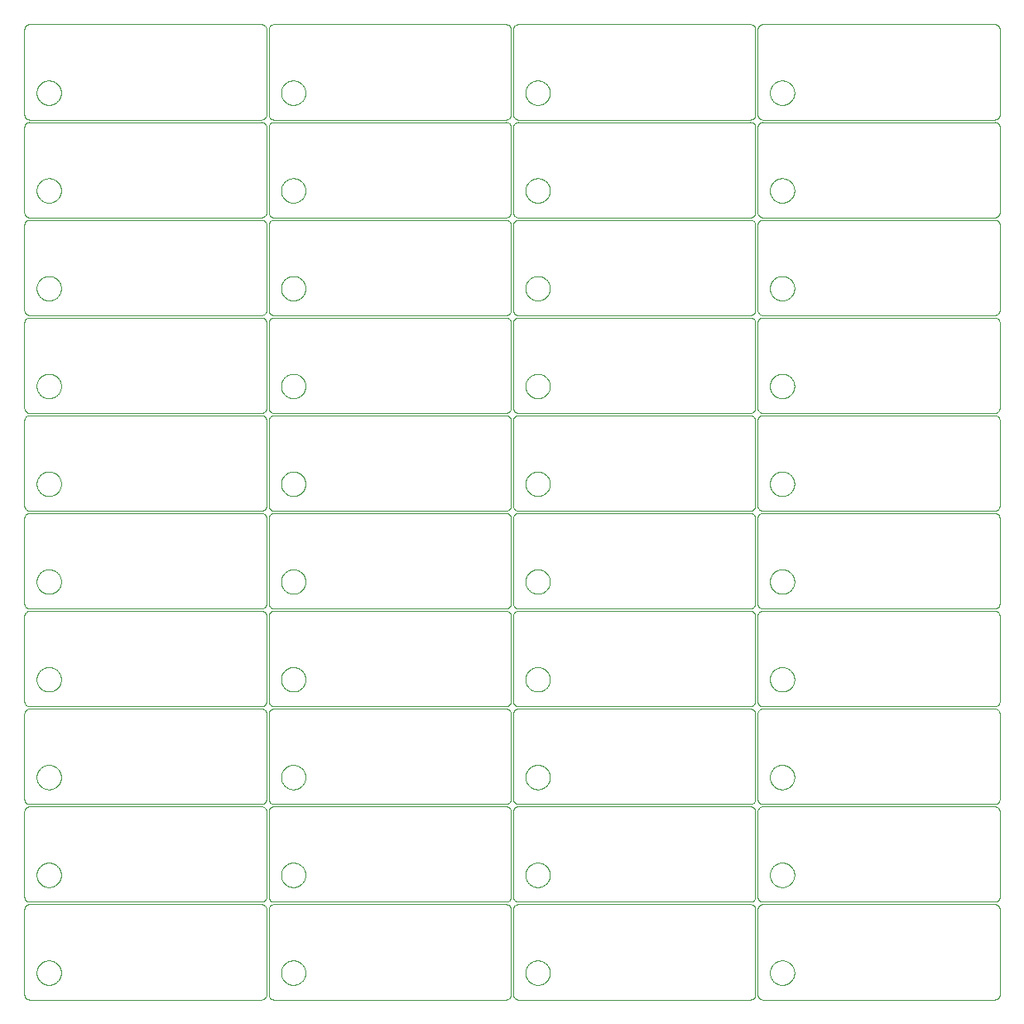
<source format=gbl>
G75*
%MOIN*%
%OFA0B0*%
%FSLAX25Y25*%
%IPPOS*%
%LPD*%
%AMOC8*
5,1,8,0,0,1.08239X$1,22.5*
%
%ADD10C,0.00000*%
%ADD11C,0.00039*%
D10*
X0001000Y0002969D02*
X0001000Y0037417D01*
X0001002Y0037503D01*
X0001007Y0037589D01*
X0001017Y0037674D01*
X0001030Y0037759D01*
X0001047Y0037843D01*
X0001067Y0037927D01*
X0001091Y0038009D01*
X0001119Y0038090D01*
X0001150Y0038171D01*
X0001184Y0038249D01*
X0001222Y0038326D01*
X0001264Y0038402D01*
X0001308Y0038475D01*
X0001356Y0038546D01*
X0001407Y0038616D01*
X0001461Y0038683D01*
X0001517Y0038747D01*
X0001577Y0038809D01*
X0001639Y0038869D01*
X0001703Y0038925D01*
X0001770Y0038979D01*
X0001840Y0039030D01*
X0001911Y0039078D01*
X0001985Y0039122D01*
X0002060Y0039164D01*
X0002137Y0039202D01*
X0002215Y0039236D01*
X0002296Y0039267D01*
X0002377Y0039295D01*
X0002459Y0039319D01*
X0002543Y0039339D01*
X0002627Y0039356D01*
X0002712Y0039369D01*
X0002797Y0039379D01*
X0002883Y0039384D01*
X0002969Y0039386D01*
X0096472Y0039386D01*
X0096472Y0040370D02*
X0002969Y0040370D01*
X0002883Y0040372D01*
X0002797Y0040377D01*
X0002712Y0040387D01*
X0002627Y0040400D01*
X0002543Y0040417D01*
X0002459Y0040437D01*
X0002377Y0040461D01*
X0002296Y0040489D01*
X0002215Y0040520D01*
X0002137Y0040554D01*
X0002060Y0040592D01*
X0001984Y0040634D01*
X0001911Y0040678D01*
X0001840Y0040726D01*
X0001770Y0040777D01*
X0001703Y0040831D01*
X0001639Y0040887D01*
X0001577Y0040947D01*
X0001517Y0041009D01*
X0001461Y0041073D01*
X0001407Y0041140D01*
X0001356Y0041210D01*
X0001308Y0041281D01*
X0001264Y0041355D01*
X0001222Y0041430D01*
X0001184Y0041507D01*
X0001150Y0041585D01*
X0001119Y0041666D01*
X0001091Y0041747D01*
X0001067Y0041829D01*
X0001047Y0041913D01*
X0001030Y0041997D01*
X0001017Y0042082D01*
X0001007Y0042167D01*
X0001002Y0042253D01*
X0001000Y0042339D01*
X0001000Y0076787D01*
X0001002Y0076873D01*
X0001007Y0076959D01*
X0001017Y0077044D01*
X0001030Y0077129D01*
X0001047Y0077213D01*
X0001067Y0077297D01*
X0001091Y0077379D01*
X0001119Y0077460D01*
X0001150Y0077541D01*
X0001184Y0077619D01*
X0001222Y0077696D01*
X0001264Y0077772D01*
X0001308Y0077845D01*
X0001356Y0077916D01*
X0001407Y0077986D01*
X0001461Y0078053D01*
X0001517Y0078117D01*
X0001577Y0078179D01*
X0001639Y0078239D01*
X0001703Y0078295D01*
X0001770Y0078349D01*
X0001840Y0078400D01*
X0001911Y0078448D01*
X0001985Y0078492D01*
X0002060Y0078534D01*
X0002137Y0078572D01*
X0002215Y0078606D01*
X0002296Y0078637D01*
X0002377Y0078665D01*
X0002459Y0078689D01*
X0002543Y0078709D01*
X0002627Y0078726D01*
X0002712Y0078739D01*
X0002797Y0078749D01*
X0002883Y0078754D01*
X0002969Y0078756D01*
X0096472Y0078756D01*
X0096472Y0079740D02*
X0002969Y0079740D01*
X0002883Y0079742D01*
X0002797Y0079747D01*
X0002712Y0079757D01*
X0002627Y0079770D01*
X0002543Y0079787D01*
X0002459Y0079807D01*
X0002377Y0079831D01*
X0002296Y0079859D01*
X0002215Y0079890D01*
X0002137Y0079924D01*
X0002060Y0079962D01*
X0001984Y0080004D01*
X0001911Y0080048D01*
X0001840Y0080096D01*
X0001770Y0080147D01*
X0001703Y0080201D01*
X0001639Y0080257D01*
X0001577Y0080317D01*
X0001517Y0080379D01*
X0001461Y0080443D01*
X0001407Y0080510D01*
X0001356Y0080580D01*
X0001308Y0080651D01*
X0001264Y0080725D01*
X0001222Y0080800D01*
X0001184Y0080877D01*
X0001150Y0080955D01*
X0001119Y0081036D01*
X0001091Y0081117D01*
X0001067Y0081199D01*
X0001047Y0081283D01*
X0001030Y0081367D01*
X0001017Y0081452D01*
X0001007Y0081537D01*
X0001002Y0081623D01*
X0001000Y0081709D01*
X0001000Y0116157D01*
X0001002Y0116243D01*
X0001007Y0116329D01*
X0001017Y0116414D01*
X0001030Y0116499D01*
X0001047Y0116583D01*
X0001067Y0116667D01*
X0001091Y0116749D01*
X0001119Y0116830D01*
X0001150Y0116911D01*
X0001184Y0116989D01*
X0001222Y0117066D01*
X0001264Y0117142D01*
X0001308Y0117215D01*
X0001356Y0117286D01*
X0001407Y0117356D01*
X0001461Y0117423D01*
X0001517Y0117487D01*
X0001577Y0117549D01*
X0001639Y0117609D01*
X0001703Y0117665D01*
X0001770Y0117719D01*
X0001840Y0117770D01*
X0001911Y0117818D01*
X0001985Y0117862D01*
X0002060Y0117904D01*
X0002137Y0117942D01*
X0002215Y0117976D01*
X0002296Y0118007D01*
X0002377Y0118035D01*
X0002459Y0118059D01*
X0002543Y0118079D01*
X0002627Y0118096D01*
X0002712Y0118109D01*
X0002797Y0118119D01*
X0002883Y0118124D01*
X0002969Y0118126D01*
X0096472Y0118126D01*
X0096472Y0119110D02*
X0002969Y0119110D01*
X0002883Y0119112D01*
X0002797Y0119117D01*
X0002712Y0119127D01*
X0002627Y0119140D01*
X0002543Y0119157D01*
X0002459Y0119177D01*
X0002377Y0119201D01*
X0002296Y0119229D01*
X0002215Y0119260D01*
X0002137Y0119294D01*
X0002060Y0119332D01*
X0001984Y0119374D01*
X0001911Y0119418D01*
X0001840Y0119466D01*
X0001770Y0119517D01*
X0001703Y0119571D01*
X0001639Y0119627D01*
X0001577Y0119687D01*
X0001517Y0119749D01*
X0001461Y0119813D01*
X0001407Y0119880D01*
X0001356Y0119950D01*
X0001308Y0120021D01*
X0001264Y0120095D01*
X0001222Y0120170D01*
X0001184Y0120247D01*
X0001150Y0120325D01*
X0001119Y0120406D01*
X0001091Y0120487D01*
X0001067Y0120569D01*
X0001047Y0120653D01*
X0001030Y0120737D01*
X0001017Y0120822D01*
X0001007Y0120907D01*
X0001002Y0120993D01*
X0001000Y0121079D01*
X0001000Y0155528D01*
X0001002Y0155614D01*
X0001007Y0155700D01*
X0001017Y0155785D01*
X0001030Y0155870D01*
X0001047Y0155954D01*
X0001067Y0156038D01*
X0001091Y0156120D01*
X0001119Y0156201D01*
X0001150Y0156282D01*
X0001184Y0156360D01*
X0001222Y0156437D01*
X0001264Y0156513D01*
X0001308Y0156586D01*
X0001356Y0156657D01*
X0001407Y0156727D01*
X0001461Y0156794D01*
X0001517Y0156858D01*
X0001577Y0156920D01*
X0001639Y0156980D01*
X0001703Y0157036D01*
X0001770Y0157090D01*
X0001840Y0157141D01*
X0001911Y0157189D01*
X0001985Y0157233D01*
X0002060Y0157275D01*
X0002137Y0157313D01*
X0002215Y0157347D01*
X0002296Y0157378D01*
X0002377Y0157406D01*
X0002459Y0157430D01*
X0002543Y0157450D01*
X0002627Y0157467D01*
X0002712Y0157480D01*
X0002797Y0157490D01*
X0002883Y0157495D01*
X0002969Y0157497D01*
X0002969Y0157496D02*
X0096472Y0157496D01*
X0096472Y0158480D02*
X0002969Y0158480D01*
X0002883Y0158482D01*
X0002797Y0158487D01*
X0002712Y0158497D01*
X0002627Y0158510D01*
X0002543Y0158527D01*
X0002459Y0158547D01*
X0002377Y0158571D01*
X0002296Y0158599D01*
X0002215Y0158630D01*
X0002137Y0158664D01*
X0002060Y0158702D01*
X0001984Y0158744D01*
X0001911Y0158788D01*
X0001840Y0158836D01*
X0001770Y0158887D01*
X0001703Y0158941D01*
X0001639Y0158997D01*
X0001577Y0159057D01*
X0001517Y0159119D01*
X0001461Y0159183D01*
X0001407Y0159250D01*
X0001356Y0159320D01*
X0001308Y0159391D01*
X0001264Y0159465D01*
X0001222Y0159540D01*
X0001184Y0159617D01*
X0001150Y0159695D01*
X0001119Y0159776D01*
X0001091Y0159857D01*
X0001067Y0159939D01*
X0001047Y0160023D01*
X0001030Y0160107D01*
X0001017Y0160192D01*
X0001007Y0160277D01*
X0001002Y0160363D01*
X0001000Y0160449D01*
X0001000Y0194898D01*
X0001002Y0194984D01*
X0001007Y0195070D01*
X0001017Y0195155D01*
X0001030Y0195240D01*
X0001047Y0195324D01*
X0001067Y0195408D01*
X0001091Y0195490D01*
X0001119Y0195571D01*
X0001150Y0195652D01*
X0001184Y0195730D01*
X0001222Y0195807D01*
X0001264Y0195883D01*
X0001308Y0195956D01*
X0001356Y0196027D01*
X0001407Y0196097D01*
X0001461Y0196164D01*
X0001517Y0196228D01*
X0001577Y0196290D01*
X0001639Y0196350D01*
X0001703Y0196406D01*
X0001770Y0196460D01*
X0001840Y0196511D01*
X0001911Y0196559D01*
X0001985Y0196603D01*
X0002060Y0196645D01*
X0002137Y0196683D01*
X0002215Y0196717D01*
X0002296Y0196748D01*
X0002377Y0196776D01*
X0002459Y0196800D01*
X0002543Y0196820D01*
X0002627Y0196837D01*
X0002712Y0196850D01*
X0002797Y0196860D01*
X0002883Y0196865D01*
X0002969Y0196867D01*
X0002969Y0196866D02*
X0096472Y0196866D01*
X0096472Y0197850D02*
X0002969Y0197850D01*
X0002883Y0197852D01*
X0002797Y0197857D01*
X0002712Y0197867D01*
X0002627Y0197880D01*
X0002543Y0197897D01*
X0002459Y0197917D01*
X0002377Y0197941D01*
X0002296Y0197969D01*
X0002215Y0198000D01*
X0002137Y0198034D01*
X0002060Y0198072D01*
X0001984Y0198114D01*
X0001911Y0198158D01*
X0001840Y0198206D01*
X0001770Y0198257D01*
X0001703Y0198311D01*
X0001639Y0198367D01*
X0001577Y0198427D01*
X0001517Y0198489D01*
X0001461Y0198553D01*
X0001407Y0198620D01*
X0001356Y0198690D01*
X0001308Y0198761D01*
X0001264Y0198835D01*
X0001222Y0198910D01*
X0001184Y0198987D01*
X0001150Y0199065D01*
X0001119Y0199146D01*
X0001091Y0199227D01*
X0001067Y0199309D01*
X0001047Y0199393D01*
X0001030Y0199477D01*
X0001017Y0199562D01*
X0001007Y0199647D01*
X0001002Y0199733D01*
X0001000Y0199819D01*
X0001000Y0234268D01*
X0001002Y0234354D01*
X0001007Y0234440D01*
X0001017Y0234525D01*
X0001030Y0234610D01*
X0001047Y0234694D01*
X0001067Y0234778D01*
X0001091Y0234860D01*
X0001119Y0234941D01*
X0001150Y0235022D01*
X0001184Y0235100D01*
X0001222Y0235177D01*
X0001264Y0235253D01*
X0001308Y0235326D01*
X0001356Y0235397D01*
X0001407Y0235467D01*
X0001461Y0235534D01*
X0001517Y0235598D01*
X0001577Y0235660D01*
X0001639Y0235720D01*
X0001703Y0235776D01*
X0001770Y0235830D01*
X0001840Y0235881D01*
X0001911Y0235929D01*
X0001985Y0235973D01*
X0002060Y0236015D01*
X0002137Y0236053D01*
X0002215Y0236087D01*
X0002296Y0236118D01*
X0002377Y0236146D01*
X0002459Y0236170D01*
X0002543Y0236190D01*
X0002627Y0236207D01*
X0002712Y0236220D01*
X0002797Y0236230D01*
X0002883Y0236235D01*
X0002969Y0236237D01*
X0002969Y0236236D02*
X0096472Y0236236D01*
X0096472Y0237220D02*
X0002969Y0237220D01*
X0002883Y0237222D01*
X0002797Y0237227D01*
X0002712Y0237237D01*
X0002627Y0237250D01*
X0002543Y0237267D01*
X0002459Y0237287D01*
X0002377Y0237311D01*
X0002296Y0237339D01*
X0002215Y0237370D01*
X0002137Y0237404D01*
X0002060Y0237442D01*
X0001984Y0237484D01*
X0001911Y0237528D01*
X0001840Y0237576D01*
X0001770Y0237627D01*
X0001703Y0237681D01*
X0001639Y0237737D01*
X0001577Y0237797D01*
X0001517Y0237859D01*
X0001461Y0237923D01*
X0001407Y0237990D01*
X0001356Y0238060D01*
X0001308Y0238131D01*
X0001264Y0238205D01*
X0001222Y0238280D01*
X0001184Y0238357D01*
X0001150Y0238435D01*
X0001119Y0238516D01*
X0001091Y0238597D01*
X0001067Y0238679D01*
X0001047Y0238763D01*
X0001030Y0238847D01*
X0001017Y0238932D01*
X0001007Y0239017D01*
X0001002Y0239103D01*
X0001000Y0239189D01*
X0001000Y0273638D01*
X0001002Y0273724D01*
X0001007Y0273810D01*
X0001017Y0273895D01*
X0001030Y0273980D01*
X0001047Y0274064D01*
X0001067Y0274148D01*
X0001091Y0274230D01*
X0001119Y0274311D01*
X0001150Y0274392D01*
X0001184Y0274470D01*
X0001222Y0274547D01*
X0001264Y0274623D01*
X0001308Y0274696D01*
X0001356Y0274767D01*
X0001407Y0274837D01*
X0001461Y0274904D01*
X0001517Y0274968D01*
X0001577Y0275030D01*
X0001639Y0275090D01*
X0001703Y0275146D01*
X0001770Y0275200D01*
X0001840Y0275251D01*
X0001911Y0275299D01*
X0001985Y0275343D01*
X0002060Y0275385D01*
X0002137Y0275423D01*
X0002215Y0275457D01*
X0002296Y0275488D01*
X0002377Y0275516D01*
X0002459Y0275540D01*
X0002543Y0275560D01*
X0002627Y0275577D01*
X0002712Y0275590D01*
X0002797Y0275600D01*
X0002883Y0275605D01*
X0002969Y0275607D01*
X0002969Y0275606D02*
X0096472Y0275606D01*
X0096472Y0276591D02*
X0002969Y0276591D01*
X0002969Y0276590D02*
X0002883Y0276592D01*
X0002797Y0276597D01*
X0002712Y0276607D01*
X0002627Y0276620D01*
X0002543Y0276637D01*
X0002459Y0276657D01*
X0002377Y0276681D01*
X0002296Y0276709D01*
X0002215Y0276740D01*
X0002137Y0276774D01*
X0002060Y0276812D01*
X0001984Y0276854D01*
X0001911Y0276898D01*
X0001840Y0276946D01*
X0001770Y0276997D01*
X0001703Y0277051D01*
X0001639Y0277107D01*
X0001577Y0277167D01*
X0001517Y0277229D01*
X0001461Y0277293D01*
X0001407Y0277360D01*
X0001356Y0277430D01*
X0001308Y0277501D01*
X0001264Y0277575D01*
X0001222Y0277650D01*
X0001184Y0277727D01*
X0001150Y0277805D01*
X0001119Y0277886D01*
X0001091Y0277967D01*
X0001067Y0278049D01*
X0001047Y0278133D01*
X0001030Y0278217D01*
X0001017Y0278302D01*
X0001007Y0278387D01*
X0001002Y0278473D01*
X0001000Y0278559D01*
X0001000Y0313008D01*
X0001002Y0313094D01*
X0001007Y0313180D01*
X0001017Y0313265D01*
X0001030Y0313350D01*
X0001047Y0313434D01*
X0001067Y0313518D01*
X0001091Y0313600D01*
X0001119Y0313681D01*
X0001150Y0313762D01*
X0001184Y0313840D01*
X0001222Y0313917D01*
X0001264Y0313993D01*
X0001308Y0314066D01*
X0001356Y0314137D01*
X0001407Y0314207D01*
X0001461Y0314274D01*
X0001517Y0314338D01*
X0001577Y0314400D01*
X0001639Y0314460D01*
X0001703Y0314516D01*
X0001770Y0314570D01*
X0001840Y0314621D01*
X0001911Y0314669D01*
X0001985Y0314713D01*
X0002060Y0314755D01*
X0002137Y0314793D01*
X0002215Y0314827D01*
X0002296Y0314858D01*
X0002377Y0314886D01*
X0002459Y0314910D01*
X0002543Y0314930D01*
X0002627Y0314947D01*
X0002712Y0314960D01*
X0002797Y0314970D01*
X0002883Y0314975D01*
X0002969Y0314977D01*
X0002969Y0314976D02*
X0096472Y0314976D01*
X0096472Y0315961D02*
X0002969Y0315961D01*
X0002969Y0315960D02*
X0002883Y0315962D01*
X0002797Y0315967D01*
X0002712Y0315977D01*
X0002627Y0315990D01*
X0002543Y0316007D01*
X0002459Y0316027D01*
X0002377Y0316051D01*
X0002296Y0316079D01*
X0002215Y0316110D01*
X0002137Y0316144D01*
X0002060Y0316182D01*
X0001984Y0316224D01*
X0001911Y0316268D01*
X0001840Y0316316D01*
X0001770Y0316367D01*
X0001703Y0316421D01*
X0001639Y0316477D01*
X0001577Y0316537D01*
X0001517Y0316599D01*
X0001461Y0316663D01*
X0001407Y0316730D01*
X0001356Y0316800D01*
X0001308Y0316871D01*
X0001264Y0316945D01*
X0001222Y0317020D01*
X0001184Y0317097D01*
X0001150Y0317175D01*
X0001119Y0317256D01*
X0001091Y0317337D01*
X0001067Y0317419D01*
X0001047Y0317503D01*
X0001030Y0317587D01*
X0001017Y0317672D01*
X0001007Y0317757D01*
X0001002Y0317843D01*
X0001000Y0317929D01*
X0001000Y0352378D01*
X0001002Y0352464D01*
X0001007Y0352550D01*
X0001017Y0352635D01*
X0001030Y0352720D01*
X0001047Y0352804D01*
X0001067Y0352888D01*
X0001091Y0352970D01*
X0001119Y0353051D01*
X0001150Y0353132D01*
X0001184Y0353210D01*
X0001222Y0353287D01*
X0001264Y0353363D01*
X0001308Y0353436D01*
X0001356Y0353507D01*
X0001407Y0353577D01*
X0001461Y0353644D01*
X0001517Y0353708D01*
X0001577Y0353770D01*
X0001639Y0353830D01*
X0001703Y0353886D01*
X0001770Y0353940D01*
X0001840Y0353991D01*
X0001911Y0354039D01*
X0001985Y0354083D01*
X0002060Y0354125D01*
X0002137Y0354163D01*
X0002215Y0354197D01*
X0002296Y0354228D01*
X0002377Y0354256D01*
X0002459Y0354280D01*
X0002543Y0354300D01*
X0002627Y0354317D01*
X0002712Y0354330D01*
X0002797Y0354340D01*
X0002883Y0354345D01*
X0002969Y0354347D01*
X0002969Y0354346D02*
X0096472Y0354346D01*
X0096472Y0355331D02*
X0002969Y0355331D01*
X0002969Y0355330D02*
X0002883Y0355332D01*
X0002797Y0355337D01*
X0002712Y0355347D01*
X0002627Y0355360D01*
X0002543Y0355377D01*
X0002459Y0355397D01*
X0002377Y0355421D01*
X0002296Y0355449D01*
X0002215Y0355480D01*
X0002137Y0355514D01*
X0002060Y0355552D01*
X0001984Y0355594D01*
X0001911Y0355638D01*
X0001840Y0355686D01*
X0001770Y0355737D01*
X0001703Y0355791D01*
X0001639Y0355847D01*
X0001577Y0355907D01*
X0001517Y0355969D01*
X0001461Y0356033D01*
X0001407Y0356100D01*
X0001356Y0356170D01*
X0001308Y0356241D01*
X0001264Y0356315D01*
X0001222Y0356390D01*
X0001184Y0356467D01*
X0001150Y0356545D01*
X0001119Y0356626D01*
X0001091Y0356707D01*
X0001067Y0356789D01*
X0001047Y0356873D01*
X0001030Y0356957D01*
X0001017Y0357042D01*
X0001007Y0357127D01*
X0001002Y0357213D01*
X0001000Y0357299D01*
X0001000Y0391748D01*
X0001002Y0391834D01*
X0001007Y0391920D01*
X0001017Y0392005D01*
X0001030Y0392090D01*
X0001047Y0392174D01*
X0001067Y0392258D01*
X0001091Y0392340D01*
X0001119Y0392421D01*
X0001150Y0392502D01*
X0001184Y0392580D01*
X0001222Y0392657D01*
X0001264Y0392733D01*
X0001308Y0392806D01*
X0001356Y0392877D01*
X0001407Y0392947D01*
X0001461Y0393014D01*
X0001517Y0393078D01*
X0001577Y0393140D01*
X0001639Y0393200D01*
X0001703Y0393256D01*
X0001770Y0393310D01*
X0001840Y0393361D01*
X0001911Y0393409D01*
X0001985Y0393453D01*
X0002060Y0393495D01*
X0002137Y0393533D01*
X0002215Y0393567D01*
X0002296Y0393598D01*
X0002377Y0393626D01*
X0002459Y0393650D01*
X0002543Y0393670D01*
X0002627Y0393687D01*
X0002712Y0393700D01*
X0002797Y0393710D01*
X0002883Y0393715D01*
X0002969Y0393717D01*
X0096472Y0393717D01*
X0096558Y0393715D01*
X0096644Y0393710D01*
X0096729Y0393700D01*
X0096814Y0393687D01*
X0096898Y0393670D01*
X0096982Y0393650D01*
X0097064Y0393626D01*
X0097145Y0393598D01*
X0097226Y0393567D01*
X0097304Y0393533D01*
X0097381Y0393495D01*
X0097457Y0393453D01*
X0097530Y0393409D01*
X0097601Y0393361D01*
X0097671Y0393310D01*
X0097738Y0393256D01*
X0097802Y0393200D01*
X0097864Y0393140D01*
X0097924Y0393078D01*
X0097980Y0393014D01*
X0098034Y0392947D01*
X0098085Y0392877D01*
X0098133Y0392806D01*
X0098177Y0392733D01*
X0098219Y0392657D01*
X0098257Y0392580D01*
X0098291Y0392502D01*
X0098322Y0392421D01*
X0098350Y0392340D01*
X0098374Y0392258D01*
X0098394Y0392174D01*
X0098411Y0392090D01*
X0098424Y0392005D01*
X0098434Y0391920D01*
X0098439Y0391834D01*
X0098441Y0391748D01*
X0098441Y0357299D01*
X0099425Y0357299D02*
X0099425Y0391748D01*
X0099427Y0391834D01*
X0099432Y0391920D01*
X0099442Y0392005D01*
X0099455Y0392090D01*
X0099472Y0392174D01*
X0099492Y0392258D01*
X0099516Y0392340D01*
X0099544Y0392421D01*
X0099575Y0392502D01*
X0099609Y0392580D01*
X0099647Y0392657D01*
X0099689Y0392733D01*
X0099733Y0392806D01*
X0099781Y0392877D01*
X0099832Y0392947D01*
X0099886Y0393014D01*
X0099942Y0393078D01*
X0100002Y0393140D01*
X0100064Y0393200D01*
X0100128Y0393256D01*
X0100195Y0393310D01*
X0100265Y0393361D01*
X0100336Y0393409D01*
X0100410Y0393453D01*
X0100485Y0393495D01*
X0100562Y0393533D01*
X0100640Y0393567D01*
X0100721Y0393598D01*
X0100802Y0393626D01*
X0100884Y0393650D01*
X0100968Y0393670D01*
X0101052Y0393687D01*
X0101137Y0393700D01*
X0101222Y0393710D01*
X0101308Y0393715D01*
X0101394Y0393717D01*
X0194898Y0393717D01*
X0194984Y0393715D01*
X0195070Y0393710D01*
X0195155Y0393700D01*
X0195240Y0393687D01*
X0195324Y0393670D01*
X0195408Y0393650D01*
X0195490Y0393626D01*
X0195571Y0393598D01*
X0195652Y0393567D01*
X0195730Y0393533D01*
X0195807Y0393495D01*
X0195883Y0393453D01*
X0195956Y0393409D01*
X0196027Y0393361D01*
X0196097Y0393310D01*
X0196164Y0393256D01*
X0196228Y0393200D01*
X0196290Y0393140D01*
X0196350Y0393078D01*
X0196406Y0393014D01*
X0196460Y0392947D01*
X0196511Y0392877D01*
X0196559Y0392806D01*
X0196603Y0392733D01*
X0196645Y0392657D01*
X0196683Y0392580D01*
X0196717Y0392502D01*
X0196748Y0392421D01*
X0196776Y0392340D01*
X0196800Y0392258D01*
X0196820Y0392174D01*
X0196837Y0392090D01*
X0196850Y0392005D01*
X0196860Y0391920D01*
X0196865Y0391834D01*
X0196867Y0391748D01*
X0196866Y0391748D02*
X0196866Y0357299D01*
X0197850Y0357299D02*
X0197850Y0391748D01*
X0197852Y0391834D01*
X0197857Y0391920D01*
X0197867Y0392005D01*
X0197880Y0392090D01*
X0197897Y0392174D01*
X0197917Y0392258D01*
X0197941Y0392340D01*
X0197969Y0392421D01*
X0198000Y0392502D01*
X0198034Y0392580D01*
X0198072Y0392657D01*
X0198114Y0392733D01*
X0198158Y0392806D01*
X0198206Y0392877D01*
X0198257Y0392947D01*
X0198311Y0393014D01*
X0198367Y0393078D01*
X0198427Y0393140D01*
X0198489Y0393200D01*
X0198553Y0393256D01*
X0198620Y0393310D01*
X0198690Y0393361D01*
X0198761Y0393409D01*
X0198835Y0393453D01*
X0198910Y0393495D01*
X0198987Y0393533D01*
X0199065Y0393567D01*
X0199146Y0393598D01*
X0199227Y0393626D01*
X0199309Y0393650D01*
X0199393Y0393670D01*
X0199477Y0393687D01*
X0199562Y0393700D01*
X0199647Y0393710D01*
X0199733Y0393715D01*
X0199819Y0393717D01*
X0293323Y0393717D01*
X0293409Y0393715D01*
X0293495Y0393710D01*
X0293580Y0393700D01*
X0293665Y0393687D01*
X0293749Y0393670D01*
X0293833Y0393650D01*
X0293915Y0393626D01*
X0293996Y0393598D01*
X0294077Y0393567D01*
X0294155Y0393533D01*
X0294232Y0393495D01*
X0294308Y0393453D01*
X0294381Y0393409D01*
X0294452Y0393361D01*
X0294522Y0393310D01*
X0294589Y0393256D01*
X0294653Y0393200D01*
X0294715Y0393140D01*
X0294775Y0393078D01*
X0294831Y0393014D01*
X0294885Y0392947D01*
X0294936Y0392877D01*
X0294984Y0392806D01*
X0295028Y0392733D01*
X0295070Y0392657D01*
X0295108Y0392580D01*
X0295142Y0392502D01*
X0295173Y0392421D01*
X0295201Y0392340D01*
X0295225Y0392258D01*
X0295245Y0392174D01*
X0295262Y0392090D01*
X0295275Y0392005D01*
X0295285Y0391920D01*
X0295290Y0391834D01*
X0295292Y0391748D01*
X0295291Y0391748D02*
X0295291Y0357299D01*
X0296276Y0357299D02*
X0296276Y0391748D01*
X0296275Y0391748D02*
X0296277Y0391834D01*
X0296282Y0391920D01*
X0296292Y0392005D01*
X0296305Y0392090D01*
X0296322Y0392174D01*
X0296342Y0392258D01*
X0296366Y0392340D01*
X0296394Y0392421D01*
X0296425Y0392502D01*
X0296459Y0392580D01*
X0296497Y0392657D01*
X0296539Y0392733D01*
X0296583Y0392806D01*
X0296631Y0392877D01*
X0296682Y0392947D01*
X0296736Y0393014D01*
X0296792Y0393078D01*
X0296852Y0393140D01*
X0296914Y0393200D01*
X0296978Y0393256D01*
X0297045Y0393310D01*
X0297115Y0393361D01*
X0297186Y0393409D01*
X0297260Y0393453D01*
X0297335Y0393495D01*
X0297412Y0393533D01*
X0297490Y0393567D01*
X0297571Y0393598D01*
X0297652Y0393626D01*
X0297734Y0393650D01*
X0297818Y0393670D01*
X0297902Y0393687D01*
X0297987Y0393700D01*
X0298072Y0393710D01*
X0298158Y0393715D01*
X0298244Y0393717D01*
X0391748Y0393717D01*
X0391834Y0393715D01*
X0391920Y0393710D01*
X0392005Y0393700D01*
X0392090Y0393687D01*
X0392174Y0393670D01*
X0392258Y0393650D01*
X0392340Y0393626D01*
X0392421Y0393598D01*
X0392502Y0393567D01*
X0392580Y0393533D01*
X0392657Y0393495D01*
X0392733Y0393453D01*
X0392806Y0393409D01*
X0392877Y0393361D01*
X0392947Y0393310D01*
X0393014Y0393256D01*
X0393078Y0393200D01*
X0393140Y0393140D01*
X0393200Y0393078D01*
X0393256Y0393014D01*
X0393310Y0392947D01*
X0393361Y0392877D01*
X0393409Y0392806D01*
X0393453Y0392733D01*
X0393495Y0392657D01*
X0393533Y0392580D01*
X0393567Y0392502D01*
X0393598Y0392421D01*
X0393626Y0392340D01*
X0393650Y0392258D01*
X0393670Y0392174D01*
X0393687Y0392090D01*
X0393700Y0392005D01*
X0393710Y0391920D01*
X0393715Y0391834D01*
X0393717Y0391748D01*
X0393717Y0357299D01*
X0393715Y0357213D01*
X0393710Y0357127D01*
X0393700Y0357042D01*
X0393687Y0356957D01*
X0393670Y0356873D01*
X0393650Y0356789D01*
X0393626Y0356707D01*
X0393598Y0356626D01*
X0393567Y0356545D01*
X0393533Y0356467D01*
X0393495Y0356390D01*
X0393453Y0356315D01*
X0393409Y0356241D01*
X0393361Y0356170D01*
X0393310Y0356100D01*
X0393256Y0356033D01*
X0393200Y0355969D01*
X0393140Y0355907D01*
X0393078Y0355847D01*
X0393014Y0355791D01*
X0392947Y0355737D01*
X0392877Y0355686D01*
X0392806Y0355638D01*
X0392733Y0355594D01*
X0392657Y0355552D01*
X0392580Y0355514D01*
X0392502Y0355480D01*
X0392421Y0355449D01*
X0392340Y0355421D01*
X0392258Y0355397D01*
X0392174Y0355377D01*
X0392090Y0355360D01*
X0392005Y0355347D01*
X0391920Y0355337D01*
X0391834Y0355332D01*
X0391748Y0355330D01*
X0391748Y0355331D02*
X0298244Y0355331D01*
X0298244Y0354346D02*
X0391748Y0354346D01*
X0391748Y0354347D02*
X0391834Y0354345D01*
X0391920Y0354340D01*
X0392005Y0354330D01*
X0392090Y0354317D01*
X0392174Y0354300D01*
X0392258Y0354280D01*
X0392340Y0354256D01*
X0392421Y0354228D01*
X0392502Y0354197D01*
X0392580Y0354163D01*
X0392657Y0354125D01*
X0392733Y0354083D01*
X0392806Y0354039D01*
X0392877Y0353991D01*
X0392947Y0353940D01*
X0393014Y0353886D01*
X0393078Y0353830D01*
X0393140Y0353770D01*
X0393200Y0353708D01*
X0393256Y0353644D01*
X0393310Y0353577D01*
X0393361Y0353507D01*
X0393409Y0353436D01*
X0393453Y0353363D01*
X0393495Y0353287D01*
X0393533Y0353210D01*
X0393567Y0353132D01*
X0393598Y0353051D01*
X0393626Y0352970D01*
X0393650Y0352888D01*
X0393670Y0352804D01*
X0393687Y0352720D01*
X0393700Y0352635D01*
X0393710Y0352550D01*
X0393715Y0352464D01*
X0393717Y0352378D01*
X0393717Y0317929D01*
X0393715Y0317843D01*
X0393710Y0317757D01*
X0393700Y0317672D01*
X0393687Y0317587D01*
X0393670Y0317503D01*
X0393650Y0317419D01*
X0393626Y0317337D01*
X0393598Y0317256D01*
X0393567Y0317175D01*
X0393533Y0317097D01*
X0393495Y0317020D01*
X0393453Y0316945D01*
X0393409Y0316871D01*
X0393361Y0316800D01*
X0393310Y0316730D01*
X0393256Y0316663D01*
X0393200Y0316599D01*
X0393140Y0316537D01*
X0393078Y0316477D01*
X0393014Y0316421D01*
X0392947Y0316367D01*
X0392877Y0316316D01*
X0392806Y0316268D01*
X0392733Y0316224D01*
X0392657Y0316182D01*
X0392580Y0316144D01*
X0392502Y0316110D01*
X0392421Y0316079D01*
X0392340Y0316051D01*
X0392258Y0316027D01*
X0392174Y0316007D01*
X0392090Y0315990D01*
X0392005Y0315977D01*
X0391920Y0315967D01*
X0391834Y0315962D01*
X0391748Y0315960D01*
X0391748Y0315961D02*
X0298244Y0315961D01*
X0298244Y0314976D02*
X0391748Y0314976D01*
X0391748Y0314977D02*
X0391834Y0314975D01*
X0391920Y0314970D01*
X0392005Y0314960D01*
X0392090Y0314947D01*
X0392174Y0314930D01*
X0392258Y0314910D01*
X0392340Y0314886D01*
X0392421Y0314858D01*
X0392502Y0314827D01*
X0392580Y0314793D01*
X0392657Y0314755D01*
X0392733Y0314713D01*
X0392806Y0314669D01*
X0392877Y0314621D01*
X0392947Y0314570D01*
X0393014Y0314516D01*
X0393078Y0314460D01*
X0393140Y0314400D01*
X0393200Y0314338D01*
X0393256Y0314274D01*
X0393310Y0314207D01*
X0393361Y0314137D01*
X0393409Y0314066D01*
X0393453Y0313993D01*
X0393495Y0313917D01*
X0393533Y0313840D01*
X0393567Y0313762D01*
X0393598Y0313681D01*
X0393626Y0313600D01*
X0393650Y0313518D01*
X0393670Y0313434D01*
X0393687Y0313350D01*
X0393700Y0313265D01*
X0393710Y0313180D01*
X0393715Y0313094D01*
X0393717Y0313008D01*
X0393717Y0278559D01*
X0393715Y0278473D01*
X0393710Y0278387D01*
X0393700Y0278302D01*
X0393687Y0278217D01*
X0393670Y0278133D01*
X0393650Y0278049D01*
X0393626Y0277967D01*
X0393598Y0277886D01*
X0393567Y0277805D01*
X0393533Y0277727D01*
X0393495Y0277650D01*
X0393453Y0277575D01*
X0393409Y0277501D01*
X0393361Y0277430D01*
X0393310Y0277360D01*
X0393256Y0277293D01*
X0393200Y0277229D01*
X0393140Y0277167D01*
X0393078Y0277107D01*
X0393014Y0277051D01*
X0392947Y0276997D01*
X0392877Y0276946D01*
X0392806Y0276898D01*
X0392733Y0276854D01*
X0392657Y0276812D01*
X0392580Y0276774D01*
X0392502Y0276740D01*
X0392421Y0276709D01*
X0392340Y0276681D01*
X0392258Y0276657D01*
X0392174Y0276637D01*
X0392090Y0276620D01*
X0392005Y0276607D01*
X0391920Y0276597D01*
X0391834Y0276592D01*
X0391748Y0276590D01*
X0391748Y0276591D02*
X0298244Y0276591D01*
X0298244Y0275606D02*
X0391748Y0275606D01*
X0391748Y0275607D02*
X0391834Y0275605D01*
X0391920Y0275600D01*
X0392005Y0275590D01*
X0392090Y0275577D01*
X0392174Y0275560D01*
X0392258Y0275540D01*
X0392340Y0275516D01*
X0392421Y0275488D01*
X0392502Y0275457D01*
X0392580Y0275423D01*
X0392657Y0275385D01*
X0392733Y0275343D01*
X0392806Y0275299D01*
X0392877Y0275251D01*
X0392947Y0275200D01*
X0393014Y0275146D01*
X0393078Y0275090D01*
X0393140Y0275030D01*
X0393200Y0274968D01*
X0393256Y0274904D01*
X0393310Y0274837D01*
X0393361Y0274767D01*
X0393409Y0274696D01*
X0393453Y0274623D01*
X0393495Y0274547D01*
X0393533Y0274470D01*
X0393567Y0274392D01*
X0393598Y0274311D01*
X0393626Y0274230D01*
X0393650Y0274148D01*
X0393670Y0274064D01*
X0393687Y0273980D01*
X0393700Y0273895D01*
X0393710Y0273810D01*
X0393715Y0273724D01*
X0393717Y0273638D01*
X0393717Y0239189D01*
X0393715Y0239103D01*
X0393710Y0239017D01*
X0393700Y0238932D01*
X0393687Y0238847D01*
X0393670Y0238763D01*
X0393650Y0238679D01*
X0393626Y0238597D01*
X0393598Y0238516D01*
X0393567Y0238435D01*
X0393533Y0238357D01*
X0393495Y0238280D01*
X0393453Y0238205D01*
X0393409Y0238131D01*
X0393361Y0238060D01*
X0393310Y0237990D01*
X0393256Y0237923D01*
X0393200Y0237859D01*
X0393140Y0237797D01*
X0393078Y0237737D01*
X0393014Y0237681D01*
X0392947Y0237627D01*
X0392877Y0237576D01*
X0392806Y0237528D01*
X0392733Y0237484D01*
X0392657Y0237442D01*
X0392580Y0237404D01*
X0392502Y0237370D01*
X0392421Y0237339D01*
X0392340Y0237311D01*
X0392258Y0237287D01*
X0392174Y0237267D01*
X0392090Y0237250D01*
X0392005Y0237237D01*
X0391920Y0237227D01*
X0391834Y0237222D01*
X0391748Y0237220D01*
X0298244Y0237220D01*
X0298244Y0236236D02*
X0391748Y0236236D01*
X0391748Y0236237D02*
X0391834Y0236235D01*
X0391920Y0236230D01*
X0392005Y0236220D01*
X0392090Y0236207D01*
X0392174Y0236190D01*
X0392258Y0236170D01*
X0392340Y0236146D01*
X0392421Y0236118D01*
X0392502Y0236087D01*
X0392580Y0236053D01*
X0392657Y0236015D01*
X0392733Y0235973D01*
X0392806Y0235929D01*
X0392877Y0235881D01*
X0392947Y0235830D01*
X0393014Y0235776D01*
X0393078Y0235720D01*
X0393140Y0235660D01*
X0393200Y0235598D01*
X0393256Y0235534D01*
X0393310Y0235467D01*
X0393361Y0235397D01*
X0393409Y0235326D01*
X0393453Y0235253D01*
X0393495Y0235177D01*
X0393533Y0235100D01*
X0393567Y0235022D01*
X0393598Y0234941D01*
X0393626Y0234860D01*
X0393650Y0234778D01*
X0393670Y0234694D01*
X0393687Y0234610D01*
X0393700Y0234525D01*
X0393710Y0234440D01*
X0393715Y0234354D01*
X0393717Y0234268D01*
X0393717Y0199819D01*
X0393715Y0199733D01*
X0393710Y0199647D01*
X0393700Y0199562D01*
X0393687Y0199477D01*
X0393670Y0199393D01*
X0393650Y0199309D01*
X0393626Y0199227D01*
X0393598Y0199146D01*
X0393567Y0199065D01*
X0393533Y0198987D01*
X0393495Y0198910D01*
X0393453Y0198835D01*
X0393409Y0198761D01*
X0393361Y0198690D01*
X0393310Y0198620D01*
X0393256Y0198553D01*
X0393200Y0198489D01*
X0393140Y0198427D01*
X0393078Y0198367D01*
X0393014Y0198311D01*
X0392947Y0198257D01*
X0392877Y0198206D01*
X0392806Y0198158D01*
X0392733Y0198114D01*
X0392657Y0198072D01*
X0392580Y0198034D01*
X0392502Y0198000D01*
X0392421Y0197969D01*
X0392340Y0197941D01*
X0392258Y0197917D01*
X0392174Y0197897D01*
X0392090Y0197880D01*
X0392005Y0197867D01*
X0391920Y0197857D01*
X0391834Y0197852D01*
X0391748Y0197850D01*
X0298244Y0197850D01*
X0298244Y0196866D02*
X0391748Y0196866D01*
X0391748Y0196867D02*
X0391834Y0196865D01*
X0391920Y0196860D01*
X0392005Y0196850D01*
X0392090Y0196837D01*
X0392174Y0196820D01*
X0392258Y0196800D01*
X0392340Y0196776D01*
X0392421Y0196748D01*
X0392502Y0196717D01*
X0392580Y0196683D01*
X0392657Y0196645D01*
X0392733Y0196603D01*
X0392806Y0196559D01*
X0392877Y0196511D01*
X0392947Y0196460D01*
X0393014Y0196406D01*
X0393078Y0196350D01*
X0393140Y0196290D01*
X0393200Y0196228D01*
X0393256Y0196164D01*
X0393310Y0196097D01*
X0393361Y0196027D01*
X0393409Y0195956D01*
X0393453Y0195883D01*
X0393495Y0195807D01*
X0393533Y0195730D01*
X0393567Y0195652D01*
X0393598Y0195571D01*
X0393626Y0195490D01*
X0393650Y0195408D01*
X0393670Y0195324D01*
X0393687Y0195240D01*
X0393700Y0195155D01*
X0393710Y0195070D01*
X0393715Y0194984D01*
X0393717Y0194898D01*
X0393717Y0160449D01*
X0393715Y0160363D01*
X0393710Y0160277D01*
X0393700Y0160192D01*
X0393687Y0160107D01*
X0393670Y0160023D01*
X0393650Y0159939D01*
X0393626Y0159857D01*
X0393598Y0159776D01*
X0393567Y0159695D01*
X0393533Y0159617D01*
X0393495Y0159540D01*
X0393453Y0159465D01*
X0393409Y0159391D01*
X0393361Y0159320D01*
X0393310Y0159250D01*
X0393256Y0159183D01*
X0393200Y0159119D01*
X0393140Y0159057D01*
X0393078Y0158997D01*
X0393014Y0158941D01*
X0392947Y0158887D01*
X0392877Y0158836D01*
X0392806Y0158788D01*
X0392733Y0158744D01*
X0392657Y0158702D01*
X0392580Y0158664D01*
X0392502Y0158630D01*
X0392421Y0158599D01*
X0392340Y0158571D01*
X0392258Y0158547D01*
X0392174Y0158527D01*
X0392090Y0158510D01*
X0392005Y0158497D01*
X0391920Y0158487D01*
X0391834Y0158482D01*
X0391748Y0158480D01*
X0298244Y0158480D01*
X0298244Y0157496D02*
X0391748Y0157496D01*
X0391748Y0157497D02*
X0391834Y0157495D01*
X0391920Y0157490D01*
X0392005Y0157480D01*
X0392090Y0157467D01*
X0392174Y0157450D01*
X0392258Y0157430D01*
X0392340Y0157406D01*
X0392421Y0157378D01*
X0392502Y0157347D01*
X0392580Y0157313D01*
X0392657Y0157275D01*
X0392733Y0157233D01*
X0392806Y0157189D01*
X0392877Y0157141D01*
X0392947Y0157090D01*
X0393014Y0157036D01*
X0393078Y0156980D01*
X0393140Y0156920D01*
X0393200Y0156858D01*
X0393256Y0156794D01*
X0393310Y0156727D01*
X0393361Y0156657D01*
X0393409Y0156586D01*
X0393453Y0156513D01*
X0393495Y0156437D01*
X0393533Y0156360D01*
X0393567Y0156282D01*
X0393598Y0156201D01*
X0393626Y0156120D01*
X0393650Y0156038D01*
X0393670Y0155954D01*
X0393687Y0155870D01*
X0393700Y0155785D01*
X0393710Y0155700D01*
X0393715Y0155614D01*
X0393717Y0155528D01*
X0393717Y0121079D01*
X0393715Y0120993D01*
X0393710Y0120907D01*
X0393700Y0120822D01*
X0393687Y0120737D01*
X0393670Y0120653D01*
X0393650Y0120569D01*
X0393626Y0120487D01*
X0393598Y0120406D01*
X0393567Y0120325D01*
X0393533Y0120247D01*
X0393495Y0120170D01*
X0393453Y0120095D01*
X0393409Y0120021D01*
X0393361Y0119950D01*
X0393310Y0119880D01*
X0393256Y0119813D01*
X0393200Y0119749D01*
X0393140Y0119687D01*
X0393078Y0119627D01*
X0393014Y0119571D01*
X0392947Y0119517D01*
X0392877Y0119466D01*
X0392806Y0119418D01*
X0392733Y0119374D01*
X0392657Y0119332D01*
X0392580Y0119294D01*
X0392502Y0119260D01*
X0392421Y0119229D01*
X0392340Y0119201D01*
X0392258Y0119177D01*
X0392174Y0119157D01*
X0392090Y0119140D01*
X0392005Y0119127D01*
X0391920Y0119117D01*
X0391834Y0119112D01*
X0391748Y0119110D01*
X0298244Y0119110D01*
X0298244Y0118126D02*
X0391748Y0118126D01*
X0391834Y0118124D01*
X0391920Y0118119D01*
X0392005Y0118109D01*
X0392090Y0118096D01*
X0392174Y0118079D01*
X0392258Y0118059D01*
X0392340Y0118035D01*
X0392421Y0118007D01*
X0392502Y0117976D01*
X0392580Y0117942D01*
X0392657Y0117904D01*
X0392733Y0117862D01*
X0392806Y0117818D01*
X0392877Y0117770D01*
X0392947Y0117719D01*
X0393014Y0117665D01*
X0393078Y0117609D01*
X0393140Y0117549D01*
X0393200Y0117487D01*
X0393256Y0117423D01*
X0393310Y0117356D01*
X0393361Y0117286D01*
X0393409Y0117215D01*
X0393453Y0117142D01*
X0393495Y0117066D01*
X0393533Y0116989D01*
X0393567Y0116911D01*
X0393598Y0116830D01*
X0393626Y0116749D01*
X0393650Y0116667D01*
X0393670Y0116583D01*
X0393687Y0116499D01*
X0393700Y0116414D01*
X0393710Y0116329D01*
X0393715Y0116243D01*
X0393717Y0116157D01*
X0393717Y0081709D01*
X0393715Y0081623D01*
X0393710Y0081537D01*
X0393700Y0081452D01*
X0393687Y0081367D01*
X0393670Y0081283D01*
X0393650Y0081199D01*
X0393626Y0081117D01*
X0393598Y0081036D01*
X0393567Y0080955D01*
X0393533Y0080877D01*
X0393495Y0080800D01*
X0393453Y0080725D01*
X0393409Y0080651D01*
X0393361Y0080580D01*
X0393310Y0080510D01*
X0393256Y0080443D01*
X0393200Y0080379D01*
X0393140Y0080317D01*
X0393078Y0080257D01*
X0393014Y0080201D01*
X0392947Y0080147D01*
X0392877Y0080096D01*
X0392806Y0080048D01*
X0392733Y0080004D01*
X0392657Y0079962D01*
X0392580Y0079924D01*
X0392502Y0079890D01*
X0392421Y0079859D01*
X0392340Y0079831D01*
X0392258Y0079807D01*
X0392174Y0079787D01*
X0392090Y0079770D01*
X0392005Y0079757D01*
X0391920Y0079747D01*
X0391834Y0079742D01*
X0391748Y0079740D01*
X0298244Y0079740D01*
X0298244Y0078756D02*
X0391748Y0078756D01*
X0391834Y0078754D01*
X0391920Y0078749D01*
X0392005Y0078739D01*
X0392090Y0078726D01*
X0392174Y0078709D01*
X0392258Y0078689D01*
X0392340Y0078665D01*
X0392421Y0078637D01*
X0392502Y0078606D01*
X0392580Y0078572D01*
X0392657Y0078534D01*
X0392733Y0078492D01*
X0392806Y0078448D01*
X0392877Y0078400D01*
X0392947Y0078349D01*
X0393014Y0078295D01*
X0393078Y0078239D01*
X0393140Y0078179D01*
X0393200Y0078117D01*
X0393256Y0078053D01*
X0393310Y0077986D01*
X0393361Y0077916D01*
X0393409Y0077845D01*
X0393453Y0077772D01*
X0393495Y0077696D01*
X0393533Y0077619D01*
X0393567Y0077541D01*
X0393598Y0077460D01*
X0393626Y0077379D01*
X0393650Y0077297D01*
X0393670Y0077213D01*
X0393687Y0077129D01*
X0393700Y0077044D01*
X0393710Y0076959D01*
X0393715Y0076873D01*
X0393717Y0076787D01*
X0393717Y0042339D01*
X0393715Y0042253D01*
X0393710Y0042167D01*
X0393700Y0042082D01*
X0393687Y0041997D01*
X0393670Y0041913D01*
X0393650Y0041829D01*
X0393626Y0041747D01*
X0393598Y0041666D01*
X0393567Y0041585D01*
X0393533Y0041507D01*
X0393495Y0041430D01*
X0393453Y0041355D01*
X0393409Y0041281D01*
X0393361Y0041210D01*
X0393310Y0041140D01*
X0393256Y0041073D01*
X0393200Y0041009D01*
X0393140Y0040947D01*
X0393078Y0040887D01*
X0393014Y0040831D01*
X0392947Y0040777D01*
X0392877Y0040726D01*
X0392806Y0040678D01*
X0392733Y0040634D01*
X0392657Y0040592D01*
X0392580Y0040554D01*
X0392502Y0040520D01*
X0392421Y0040489D01*
X0392340Y0040461D01*
X0392258Y0040437D01*
X0392174Y0040417D01*
X0392090Y0040400D01*
X0392005Y0040387D01*
X0391920Y0040377D01*
X0391834Y0040372D01*
X0391748Y0040370D01*
X0298244Y0040370D01*
X0298244Y0039386D02*
X0391748Y0039386D01*
X0391834Y0039384D01*
X0391920Y0039379D01*
X0392005Y0039369D01*
X0392090Y0039356D01*
X0392174Y0039339D01*
X0392258Y0039319D01*
X0392340Y0039295D01*
X0392421Y0039267D01*
X0392502Y0039236D01*
X0392580Y0039202D01*
X0392657Y0039164D01*
X0392733Y0039122D01*
X0392806Y0039078D01*
X0392877Y0039030D01*
X0392947Y0038979D01*
X0393014Y0038925D01*
X0393078Y0038869D01*
X0393140Y0038809D01*
X0393200Y0038747D01*
X0393256Y0038683D01*
X0393310Y0038616D01*
X0393361Y0038546D01*
X0393409Y0038475D01*
X0393453Y0038402D01*
X0393495Y0038326D01*
X0393533Y0038249D01*
X0393567Y0038171D01*
X0393598Y0038090D01*
X0393626Y0038009D01*
X0393650Y0037927D01*
X0393670Y0037843D01*
X0393687Y0037759D01*
X0393700Y0037674D01*
X0393710Y0037589D01*
X0393715Y0037503D01*
X0393717Y0037417D01*
X0393717Y0002969D01*
X0393715Y0002883D01*
X0393710Y0002797D01*
X0393700Y0002712D01*
X0393687Y0002627D01*
X0393670Y0002543D01*
X0393650Y0002459D01*
X0393626Y0002377D01*
X0393598Y0002296D01*
X0393567Y0002215D01*
X0393533Y0002137D01*
X0393495Y0002060D01*
X0393453Y0001984D01*
X0393409Y0001911D01*
X0393361Y0001840D01*
X0393310Y0001770D01*
X0393256Y0001703D01*
X0393200Y0001639D01*
X0393140Y0001577D01*
X0393078Y0001517D01*
X0393014Y0001461D01*
X0392947Y0001407D01*
X0392877Y0001356D01*
X0392806Y0001308D01*
X0392733Y0001264D01*
X0392657Y0001222D01*
X0392580Y0001184D01*
X0392502Y0001150D01*
X0392421Y0001119D01*
X0392340Y0001091D01*
X0392258Y0001067D01*
X0392174Y0001047D01*
X0392090Y0001030D01*
X0392005Y0001017D01*
X0391920Y0001007D01*
X0391834Y0001002D01*
X0391748Y0001000D01*
X0298244Y0001000D01*
X0298158Y0001002D01*
X0298072Y0001007D01*
X0297987Y0001017D01*
X0297902Y0001030D01*
X0297818Y0001047D01*
X0297734Y0001067D01*
X0297652Y0001091D01*
X0297571Y0001119D01*
X0297490Y0001150D01*
X0297412Y0001184D01*
X0297335Y0001222D01*
X0297260Y0001264D01*
X0297186Y0001308D01*
X0297115Y0001356D01*
X0297045Y0001407D01*
X0296978Y0001461D01*
X0296914Y0001517D01*
X0296852Y0001577D01*
X0296792Y0001639D01*
X0296736Y0001703D01*
X0296682Y0001770D01*
X0296631Y0001840D01*
X0296583Y0001911D01*
X0296539Y0001985D01*
X0296497Y0002060D01*
X0296459Y0002137D01*
X0296425Y0002215D01*
X0296394Y0002296D01*
X0296366Y0002377D01*
X0296342Y0002459D01*
X0296322Y0002543D01*
X0296305Y0002627D01*
X0296292Y0002712D01*
X0296282Y0002797D01*
X0296277Y0002883D01*
X0296275Y0002969D01*
X0296276Y0002969D02*
X0296276Y0037417D01*
X0295291Y0037417D02*
X0295291Y0002969D01*
X0295292Y0002969D02*
X0295290Y0002883D01*
X0295285Y0002797D01*
X0295275Y0002712D01*
X0295262Y0002627D01*
X0295245Y0002543D01*
X0295225Y0002459D01*
X0295201Y0002377D01*
X0295173Y0002296D01*
X0295142Y0002215D01*
X0295108Y0002137D01*
X0295070Y0002060D01*
X0295028Y0001984D01*
X0294984Y0001911D01*
X0294936Y0001840D01*
X0294885Y0001770D01*
X0294831Y0001703D01*
X0294775Y0001639D01*
X0294715Y0001577D01*
X0294653Y0001517D01*
X0294589Y0001461D01*
X0294522Y0001407D01*
X0294452Y0001356D01*
X0294381Y0001308D01*
X0294308Y0001264D01*
X0294232Y0001222D01*
X0294155Y0001184D01*
X0294077Y0001150D01*
X0293996Y0001119D01*
X0293915Y0001091D01*
X0293833Y0001067D01*
X0293749Y0001047D01*
X0293665Y0001030D01*
X0293580Y0001017D01*
X0293495Y0001007D01*
X0293409Y0001002D01*
X0293323Y0001000D01*
X0199819Y0001000D01*
X0199733Y0001002D01*
X0199647Y0001007D01*
X0199562Y0001017D01*
X0199477Y0001030D01*
X0199393Y0001047D01*
X0199309Y0001067D01*
X0199227Y0001091D01*
X0199146Y0001119D01*
X0199065Y0001150D01*
X0198987Y0001184D01*
X0198910Y0001222D01*
X0198835Y0001264D01*
X0198761Y0001308D01*
X0198690Y0001356D01*
X0198620Y0001407D01*
X0198553Y0001461D01*
X0198489Y0001517D01*
X0198427Y0001577D01*
X0198367Y0001639D01*
X0198311Y0001703D01*
X0198257Y0001770D01*
X0198206Y0001840D01*
X0198158Y0001911D01*
X0198114Y0001985D01*
X0198072Y0002060D01*
X0198034Y0002137D01*
X0198000Y0002215D01*
X0197969Y0002296D01*
X0197941Y0002377D01*
X0197917Y0002459D01*
X0197897Y0002543D01*
X0197880Y0002627D01*
X0197867Y0002712D01*
X0197857Y0002797D01*
X0197852Y0002883D01*
X0197850Y0002969D01*
X0197850Y0037417D01*
X0196866Y0037417D02*
X0196866Y0002969D01*
X0196867Y0002969D02*
X0196865Y0002883D01*
X0196860Y0002797D01*
X0196850Y0002712D01*
X0196837Y0002627D01*
X0196820Y0002543D01*
X0196800Y0002459D01*
X0196776Y0002377D01*
X0196748Y0002296D01*
X0196717Y0002215D01*
X0196683Y0002137D01*
X0196645Y0002060D01*
X0196603Y0001984D01*
X0196559Y0001911D01*
X0196511Y0001840D01*
X0196460Y0001770D01*
X0196406Y0001703D01*
X0196350Y0001639D01*
X0196290Y0001577D01*
X0196228Y0001517D01*
X0196164Y0001461D01*
X0196097Y0001407D01*
X0196027Y0001356D01*
X0195956Y0001308D01*
X0195883Y0001264D01*
X0195807Y0001222D01*
X0195730Y0001184D01*
X0195652Y0001150D01*
X0195571Y0001119D01*
X0195490Y0001091D01*
X0195408Y0001067D01*
X0195324Y0001047D01*
X0195240Y0001030D01*
X0195155Y0001017D01*
X0195070Y0001007D01*
X0194984Y0001002D01*
X0194898Y0001000D01*
X0101394Y0001000D01*
X0101308Y0001002D01*
X0101222Y0001007D01*
X0101137Y0001017D01*
X0101052Y0001030D01*
X0100968Y0001047D01*
X0100884Y0001067D01*
X0100802Y0001091D01*
X0100721Y0001119D01*
X0100640Y0001150D01*
X0100562Y0001184D01*
X0100485Y0001222D01*
X0100410Y0001264D01*
X0100336Y0001308D01*
X0100265Y0001356D01*
X0100195Y0001407D01*
X0100128Y0001461D01*
X0100064Y0001517D01*
X0100002Y0001577D01*
X0099942Y0001639D01*
X0099886Y0001703D01*
X0099832Y0001770D01*
X0099781Y0001840D01*
X0099733Y0001911D01*
X0099689Y0001985D01*
X0099647Y0002060D01*
X0099609Y0002137D01*
X0099575Y0002215D01*
X0099544Y0002296D01*
X0099516Y0002377D01*
X0099492Y0002459D01*
X0099472Y0002543D01*
X0099455Y0002627D01*
X0099442Y0002712D01*
X0099432Y0002797D01*
X0099427Y0002883D01*
X0099425Y0002969D01*
X0099425Y0037417D01*
X0098441Y0037417D02*
X0098441Y0002969D01*
X0098439Y0002883D01*
X0098434Y0002797D01*
X0098424Y0002712D01*
X0098411Y0002627D01*
X0098394Y0002543D01*
X0098374Y0002459D01*
X0098350Y0002377D01*
X0098322Y0002296D01*
X0098291Y0002215D01*
X0098257Y0002137D01*
X0098219Y0002060D01*
X0098177Y0001984D01*
X0098133Y0001911D01*
X0098085Y0001840D01*
X0098034Y0001770D01*
X0097980Y0001703D01*
X0097924Y0001639D01*
X0097864Y0001577D01*
X0097802Y0001517D01*
X0097738Y0001461D01*
X0097671Y0001407D01*
X0097601Y0001356D01*
X0097530Y0001308D01*
X0097457Y0001264D01*
X0097381Y0001222D01*
X0097304Y0001184D01*
X0097226Y0001150D01*
X0097145Y0001119D01*
X0097064Y0001091D01*
X0096982Y0001067D01*
X0096898Y0001047D01*
X0096814Y0001030D01*
X0096729Y0001017D01*
X0096644Y0001007D01*
X0096558Y0001002D01*
X0096472Y0001000D01*
X0002969Y0001000D01*
X0002883Y0001002D01*
X0002797Y0001007D01*
X0002712Y0001017D01*
X0002627Y0001030D01*
X0002543Y0001047D01*
X0002459Y0001067D01*
X0002377Y0001091D01*
X0002296Y0001119D01*
X0002215Y0001150D01*
X0002137Y0001184D01*
X0002060Y0001222D01*
X0001984Y0001264D01*
X0001911Y0001308D01*
X0001840Y0001356D01*
X0001770Y0001407D01*
X0001703Y0001461D01*
X0001639Y0001517D01*
X0001577Y0001577D01*
X0001517Y0001639D01*
X0001461Y0001703D01*
X0001407Y0001770D01*
X0001356Y0001840D01*
X0001308Y0001911D01*
X0001264Y0001985D01*
X0001222Y0002060D01*
X0001184Y0002137D01*
X0001150Y0002215D01*
X0001119Y0002296D01*
X0001091Y0002377D01*
X0001067Y0002459D01*
X0001047Y0002543D01*
X0001030Y0002627D01*
X0001017Y0002712D01*
X0001007Y0002797D01*
X0001002Y0002883D01*
X0001000Y0002969D01*
X0096472Y0039386D02*
X0096558Y0039384D01*
X0096644Y0039379D01*
X0096729Y0039369D01*
X0096814Y0039356D01*
X0096898Y0039339D01*
X0096982Y0039319D01*
X0097064Y0039295D01*
X0097145Y0039267D01*
X0097226Y0039236D01*
X0097304Y0039202D01*
X0097381Y0039164D01*
X0097457Y0039122D01*
X0097530Y0039078D01*
X0097601Y0039030D01*
X0097671Y0038979D01*
X0097738Y0038925D01*
X0097802Y0038869D01*
X0097864Y0038809D01*
X0097924Y0038747D01*
X0097980Y0038683D01*
X0098034Y0038616D01*
X0098085Y0038546D01*
X0098133Y0038475D01*
X0098177Y0038402D01*
X0098219Y0038326D01*
X0098257Y0038249D01*
X0098291Y0038171D01*
X0098322Y0038090D01*
X0098350Y0038009D01*
X0098374Y0037927D01*
X0098394Y0037843D01*
X0098411Y0037759D01*
X0098424Y0037674D01*
X0098434Y0037589D01*
X0098439Y0037503D01*
X0098441Y0037417D01*
X0099425Y0037417D02*
X0099427Y0037503D01*
X0099432Y0037589D01*
X0099442Y0037674D01*
X0099455Y0037759D01*
X0099472Y0037843D01*
X0099492Y0037927D01*
X0099516Y0038009D01*
X0099544Y0038090D01*
X0099575Y0038171D01*
X0099609Y0038249D01*
X0099647Y0038326D01*
X0099689Y0038402D01*
X0099733Y0038475D01*
X0099781Y0038546D01*
X0099832Y0038616D01*
X0099886Y0038683D01*
X0099942Y0038747D01*
X0100002Y0038809D01*
X0100064Y0038869D01*
X0100128Y0038925D01*
X0100195Y0038979D01*
X0100265Y0039030D01*
X0100336Y0039078D01*
X0100410Y0039122D01*
X0100485Y0039164D01*
X0100562Y0039202D01*
X0100640Y0039236D01*
X0100721Y0039267D01*
X0100802Y0039295D01*
X0100884Y0039319D01*
X0100968Y0039339D01*
X0101052Y0039356D01*
X0101137Y0039369D01*
X0101222Y0039379D01*
X0101308Y0039384D01*
X0101394Y0039386D01*
X0194898Y0039386D01*
X0194898Y0040370D02*
X0101394Y0040370D01*
X0101308Y0040372D01*
X0101222Y0040377D01*
X0101137Y0040387D01*
X0101052Y0040400D01*
X0100968Y0040417D01*
X0100884Y0040437D01*
X0100802Y0040461D01*
X0100721Y0040489D01*
X0100640Y0040520D01*
X0100562Y0040554D01*
X0100485Y0040592D01*
X0100410Y0040634D01*
X0100336Y0040678D01*
X0100265Y0040726D01*
X0100195Y0040777D01*
X0100128Y0040831D01*
X0100064Y0040887D01*
X0100002Y0040947D01*
X0099942Y0041009D01*
X0099886Y0041073D01*
X0099832Y0041140D01*
X0099781Y0041210D01*
X0099733Y0041281D01*
X0099689Y0041355D01*
X0099647Y0041430D01*
X0099609Y0041507D01*
X0099575Y0041585D01*
X0099544Y0041666D01*
X0099516Y0041747D01*
X0099492Y0041829D01*
X0099472Y0041913D01*
X0099455Y0041997D01*
X0099442Y0042082D01*
X0099432Y0042167D01*
X0099427Y0042253D01*
X0099425Y0042339D01*
X0099425Y0076787D01*
X0098441Y0076787D02*
X0098441Y0042339D01*
X0098439Y0042253D01*
X0098434Y0042167D01*
X0098424Y0042082D01*
X0098411Y0041997D01*
X0098394Y0041913D01*
X0098374Y0041829D01*
X0098350Y0041747D01*
X0098322Y0041666D01*
X0098291Y0041585D01*
X0098257Y0041507D01*
X0098219Y0041430D01*
X0098177Y0041355D01*
X0098133Y0041281D01*
X0098085Y0041210D01*
X0098034Y0041140D01*
X0097980Y0041073D01*
X0097924Y0041009D01*
X0097864Y0040947D01*
X0097802Y0040887D01*
X0097738Y0040831D01*
X0097671Y0040777D01*
X0097601Y0040726D01*
X0097530Y0040678D01*
X0097457Y0040634D01*
X0097381Y0040592D01*
X0097304Y0040554D01*
X0097226Y0040520D01*
X0097145Y0040489D01*
X0097064Y0040461D01*
X0096982Y0040437D01*
X0096898Y0040417D01*
X0096814Y0040400D01*
X0096729Y0040387D01*
X0096644Y0040377D01*
X0096558Y0040372D01*
X0096472Y0040370D01*
X0098441Y0076787D02*
X0098439Y0076873D01*
X0098434Y0076959D01*
X0098424Y0077044D01*
X0098411Y0077129D01*
X0098394Y0077213D01*
X0098374Y0077297D01*
X0098350Y0077379D01*
X0098322Y0077460D01*
X0098291Y0077541D01*
X0098257Y0077619D01*
X0098219Y0077696D01*
X0098177Y0077772D01*
X0098133Y0077845D01*
X0098085Y0077916D01*
X0098034Y0077986D01*
X0097980Y0078053D01*
X0097924Y0078117D01*
X0097864Y0078179D01*
X0097802Y0078239D01*
X0097738Y0078295D01*
X0097671Y0078349D01*
X0097601Y0078400D01*
X0097530Y0078448D01*
X0097457Y0078492D01*
X0097381Y0078534D01*
X0097304Y0078572D01*
X0097226Y0078606D01*
X0097145Y0078637D01*
X0097064Y0078665D01*
X0096982Y0078689D01*
X0096898Y0078709D01*
X0096814Y0078726D01*
X0096729Y0078739D01*
X0096644Y0078749D01*
X0096558Y0078754D01*
X0096472Y0078756D01*
X0096472Y0079740D02*
X0096558Y0079742D01*
X0096644Y0079747D01*
X0096729Y0079757D01*
X0096814Y0079770D01*
X0096898Y0079787D01*
X0096982Y0079807D01*
X0097064Y0079831D01*
X0097145Y0079859D01*
X0097226Y0079890D01*
X0097304Y0079924D01*
X0097381Y0079962D01*
X0097457Y0080004D01*
X0097530Y0080048D01*
X0097601Y0080096D01*
X0097671Y0080147D01*
X0097738Y0080201D01*
X0097802Y0080257D01*
X0097864Y0080317D01*
X0097924Y0080379D01*
X0097980Y0080443D01*
X0098034Y0080510D01*
X0098085Y0080580D01*
X0098133Y0080651D01*
X0098177Y0080725D01*
X0098219Y0080800D01*
X0098257Y0080877D01*
X0098291Y0080955D01*
X0098322Y0081036D01*
X0098350Y0081117D01*
X0098374Y0081199D01*
X0098394Y0081283D01*
X0098411Y0081367D01*
X0098424Y0081452D01*
X0098434Y0081537D01*
X0098439Y0081623D01*
X0098441Y0081709D01*
X0098441Y0116157D01*
X0099425Y0116157D02*
X0099425Y0081709D01*
X0099427Y0081623D01*
X0099432Y0081537D01*
X0099442Y0081452D01*
X0099455Y0081367D01*
X0099472Y0081283D01*
X0099492Y0081199D01*
X0099516Y0081117D01*
X0099544Y0081036D01*
X0099575Y0080955D01*
X0099609Y0080877D01*
X0099647Y0080800D01*
X0099689Y0080725D01*
X0099733Y0080651D01*
X0099781Y0080580D01*
X0099832Y0080510D01*
X0099886Y0080443D01*
X0099942Y0080379D01*
X0100002Y0080317D01*
X0100064Y0080257D01*
X0100128Y0080201D01*
X0100195Y0080147D01*
X0100265Y0080096D01*
X0100336Y0080048D01*
X0100410Y0080004D01*
X0100485Y0079962D01*
X0100562Y0079924D01*
X0100640Y0079890D01*
X0100721Y0079859D01*
X0100802Y0079831D01*
X0100884Y0079807D01*
X0100968Y0079787D01*
X0101052Y0079770D01*
X0101137Y0079757D01*
X0101222Y0079747D01*
X0101308Y0079742D01*
X0101394Y0079740D01*
X0194898Y0079740D01*
X0194898Y0078756D02*
X0101394Y0078756D01*
X0101308Y0078754D01*
X0101222Y0078749D01*
X0101137Y0078739D01*
X0101052Y0078726D01*
X0100968Y0078709D01*
X0100884Y0078689D01*
X0100802Y0078665D01*
X0100721Y0078637D01*
X0100640Y0078606D01*
X0100562Y0078572D01*
X0100485Y0078534D01*
X0100410Y0078492D01*
X0100336Y0078448D01*
X0100265Y0078400D01*
X0100195Y0078349D01*
X0100128Y0078295D01*
X0100064Y0078239D01*
X0100002Y0078179D01*
X0099942Y0078117D01*
X0099886Y0078053D01*
X0099832Y0077986D01*
X0099781Y0077916D01*
X0099733Y0077845D01*
X0099689Y0077772D01*
X0099647Y0077696D01*
X0099609Y0077619D01*
X0099575Y0077541D01*
X0099544Y0077460D01*
X0099516Y0077379D01*
X0099492Y0077297D01*
X0099472Y0077213D01*
X0099455Y0077129D01*
X0099442Y0077044D01*
X0099432Y0076959D01*
X0099427Y0076873D01*
X0099425Y0076787D01*
X0099425Y0116157D02*
X0099427Y0116243D01*
X0099432Y0116329D01*
X0099442Y0116414D01*
X0099455Y0116499D01*
X0099472Y0116583D01*
X0099492Y0116667D01*
X0099516Y0116749D01*
X0099544Y0116830D01*
X0099575Y0116911D01*
X0099609Y0116989D01*
X0099647Y0117066D01*
X0099689Y0117142D01*
X0099733Y0117215D01*
X0099781Y0117286D01*
X0099832Y0117356D01*
X0099886Y0117423D01*
X0099942Y0117487D01*
X0100002Y0117549D01*
X0100064Y0117609D01*
X0100128Y0117665D01*
X0100195Y0117719D01*
X0100265Y0117770D01*
X0100336Y0117818D01*
X0100410Y0117862D01*
X0100485Y0117904D01*
X0100562Y0117942D01*
X0100640Y0117976D01*
X0100721Y0118007D01*
X0100802Y0118035D01*
X0100884Y0118059D01*
X0100968Y0118079D01*
X0101052Y0118096D01*
X0101137Y0118109D01*
X0101222Y0118119D01*
X0101308Y0118124D01*
X0101394Y0118126D01*
X0194898Y0118126D01*
X0194898Y0119110D02*
X0101394Y0119110D01*
X0101308Y0119112D01*
X0101222Y0119117D01*
X0101137Y0119127D01*
X0101052Y0119140D01*
X0100968Y0119157D01*
X0100884Y0119177D01*
X0100802Y0119201D01*
X0100721Y0119229D01*
X0100640Y0119260D01*
X0100562Y0119294D01*
X0100485Y0119332D01*
X0100410Y0119374D01*
X0100336Y0119418D01*
X0100265Y0119466D01*
X0100195Y0119517D01*
X0100128Y0119571D01*
X0100064Y0119627D01*
X0100002Y0119687D01*
X0099942Y0119749D01*
X0099886Y0119813D01*
X0099832Y0119880D01*
X0099781Y0119950D01*
X0099733Y0120021D01*
X0099689Y0120095D01*
X0099647Y0120170D01*
X0099609Y0120247D01*
X0099575Y0120325D01*
X0099544Y0120406D01*
X0099516Y0120487D01*
X0099492Y0120569D01*
X0099472Y0120653D01*
X0099455Y0120737D01*
X0099442Y0120822D01*
X0099432Y0120907D01*
X0099427Y0120993D01*
X0099425Y0121079D01*
X0099425Y0155528D01*
X0098441Y0155528D02*
X0098441Y0121079D01*
X0098439Y0120993D01*
X0098434Y0120907D01*
X0098424Y0120822D01*
X0098411Y0120737D01*
X0098394Y0120653D01*
X0098374Y0120569D01*
X0098350Y0120487D01*
X0098322Y0120406D01*
X0098291Y0120325D01*
X0098257Y0120247D01*
X0098219Y0120170D01*
X0098177Y0120095D01*
X0098133Y0120021D01*
X0098085Y0119950D01*
X0098034Y0119880D01*
X0097980Y0119813D01*
X0097924Y0119749D01*
X0097864Y0119687D01*
X0097802Y0119627D01*
X0097738Y0119571D01*
X0097671Y0119517D01*
X0097601Y0119466D01*
X0097530Y0119418D01*
X0097457Y0119374D01*
X0097381Y0119332D01*
X0097304Y0119294D01*
X0097226Y0119260D01*
X0097145Y0119229D01*
X0097064Y0119201D01*
X0096982Y0119177D01*
X0096898Y0119157D01*
X0096814Y0119140D01*
X0096729Y0119127D01*
X0096644Y0119117D01*
X0096558Y0119112D01*
X0096472Y0119110D01*
X0096472Y0118126D02*
X0096558Y0118124D01*
X0096644Y0118119D01*
X0096729Y0118109D01*
X0096814Y0118096D01*
X0096898Y0118079D01*
X0096982Y0118059D01*
X0097064Y0118035D01*
X0097145Y0118007D01*
X0097226Y0117976D01*
X0097304Y0117942D01*
X0097381Y0117904D01*
X0097457Y0117862D01*
X0097530Y0117818D01*
X0097601Y0117770D01*
X0097671Y0117719D01*
X0097738Y0117665D01*
X0097802Y0117609D01*
X0097864Y0117549D01*
X0097924Y0117487D01*
X0097980Y0117423D01*
X0098034Y0117356D01*
X0098085Y0117286D01*
X0098133Y0117215D01*
X0098177Y0117142D01*
X0098219Y0117066D01*
X0098257Y0116989D01*
X0098291Y0116911D01*
X0098322Y0116830D01*
X0098350Y0116749D01*
X0098374Y0116667D01*
X0098394Y0116583D01*
X0098411Y0116499D01*
X0098424Y0116414D01*
X0098434Y0116329D01*
X0098439Y0116243D01*
X0098441Y0116157D01*
X0098441Y0155528D02*
X0098439Y0155614D01*
X0098434Y0155700D01*
X0098424Y0155785D01*
X0098411Y0155870D01*
X0098394Y0155954D01*
X0098374Y0156038D01*
X0098350Y0156120D01*
X0098322Y0156201D01*
X0098291Y0156282D01*
X0098257Y0156360D01*
X0098219Y0156437D01*
X0098177Y0156513D01*
X0098133Y0156586D01*
X0098085Y0156657D01*
X0098034Y0156727D01*
X0097980Y0156794D01*
X0097924Y0156858D01*
X0097864Y0156920D01*
X0097802Y0156980D01*
X0097738Y0157036D01*
X0097671Y0157090D01*
X0097601Y0157141D01*
X0097530Y0157189D01*
X0097457Y0157233D01*
X0097381Y0157275D01*
X0097304Y0157313D01*
X0097226Y0157347D01*
X0097145Y0157378D01*
X0097064Y0157406D01*
X0096982Y0157430D01*
X0096898Y0157450D01*
X0096814Y0157467D01*
X0096729Y0157480D01*
X0096644Y0157490D01*
X0096558Y0157495D01*
X0096472Y0157497D01*
X0096472Y0158480D02*
X0096558Y0158482D01*
X0096644Y0158487D01*
X0096729Y0158497D01*
X0096814Y0158510D01*
X0096898Y0158527D01*
X0096982Y0158547D01*
X0097064Y0158571D01*
X0097145Y0158599D01*
X0097226Y0158630D01*
X0097304Y0158664D01*
X0097381Y0158702D01*
X0097457Y0158744D01*
X0097530Y0158788D01*
X0097601Y0158836D01*
X0097671Y0158887D01*
X0097738Y0158941D01*
X0097802Y0158997D01*
X0097864Y0159057D01*
X0097924Y0159119D01*
X0097980Y0159183D01*
X0098034Y0159250D01*
X0098085Y0159320D01*
X0098133Y0159391D01*
X0098177Y0159465D01*
X0098219Y0159540D01*
X0098257Y0159617D01*
X0098291Y0159695D01*
X0098322Y0159776D01*
X0098350Y0159857D01*
X0098374Y0159939D01*
X0098394Y0160023D01*
X0098411Y0160107D01*
X0098424Y0160192D01*
X0098434Y0160277D01*
X0098439Y0160363D01*
X0098441Y0160449D01*
X0098441Y0194898D01*
X0099425Y0194898D02*
X0099425Y0160449D01*
X0099427Y0160363D01*
X0099432Y0160277D01*
X0099442Y0160192D01*
X0099455Y0160107D01*
X0099472Y0160023D01*
X0099492Y0159939D01*
X0099516Y0159857D01*
X0099544Y0159776D01*
X0099575Y0159695D01*
X0099609Y0159617D01*
X0099647Y0159540D01*
X0099689Y0159465D01*
X0099733Y0159391D01*
X0099781Y0159320D01*
X0099832Y0159250D01*
X0099886Y0159183D01*
X0099942Y0159119D01*
X0100002Y0159057D01*
X0100064Y0158997D01*
X0100128Y0158941D01*
X0100195Y0158887D01*
X0100265Y0158836D01*
X0100336Y0158788D01*
X0100410Y0158744D01*
X0100485Y0158702D01*
X0100562Y0158664D01*
X0100640Y0158630D01*
X0100721Y0158599D01*
X0100802Y0158571D01*
X0100884Y0158547D01*
X0100968Y0158527D01*
X0101052Y0158510D01*
X0101137Y0158497D01*
X0101222Y0158487D01*
X0101308Y0158482D01*
X0101394Y0158480D01*
X0194898Y0158480D01*
X0194898Y0157496D02*
X0101394Y0157496D01*
X0101394Y0157497D02*
X0101308Y0157495D01*
X0101222Y0157490D01*
X0101137Y0157480D01*
X0101052Y0157467D01*
X0100968Y0157450D01*
X0100884Y0157430D01*
X0100802Y0157406D01*
X0100721Y0157378D01*
X0100640Y0157347D01*
X0100562Y0157313D01*
X0100485Y0157275D01*
X0100410Y0157233D01*
X0100336Y0157189D01*
X0100265Y0157141D01*
X0100195Y0157090D01*
X0100128Y0157036D01*
X0100064Y0156980D01*
X0100002Y0156920D01*
X0099942Y0156858D01*
X0099886Y0156794D01*
X0099832Y0156727D01*
X0099781Y0156657D01*
X0099733Y0156586D01*
X0099689Y0156513D01*
X0099647Y0156437D01*
X0099609Y0156360D01*
X0099575Y0156282D01*
X0099544Y0156201D01*
X0099516Y0156120D01*
X0099492Y0156038D01*
X0099472Y0155954D01*
X0099455Y0155870D01*
X0099442Y0155785D01*
X0099432Y0155700D01*
X0099427Y0155614D01*
X0099425Y0155528D01*
X0099425Y0194898D02*
X0099427Y0194984D01*
X0099432Y0195070D01*
X0099442Y0195155D01*
X0099455Y0195240D01*
X0099472Y0195324D01*
X0099492Y0195408D01*
X0099516Y0195490D01*
X0099544Y0195571D01*
X0099575Y0195652D01*
X0099609Y0195730D01*
X0099647Y0195807D01*
X0099689Y0195883D01*
X0099733Y0195956D01*
X0099781Y0196027D01*
X0099832Y0196097D01*
X0099886Y0196164D01*
X0099942Y0196228D01*
X0100002Y0196290D01*
X0100064Y0196350D01*
X0100128Y0196406D01*
X0100195Y0196460D01*
X0100265Y0196511D01*
X0100336Y0196559D01*
X0100410Y0196603D01*
X0100485Y0196645D01*
X0100562Y0196683D01*
X0100640Y0196717D01*
X0100721Y0196748D01*
X0100802Y0196776D01*
X0100884Y0196800D01*
X0100968Y0196820D01*
X0101052Y0196837D01*
X0101137Y0196850D01*
X0101222Y0196860D01*
X0101308Y0196865D01*
X0101394Y0196867D01*
X0101394Y0196866D02*
X0194898Y0196866D01*
X0194898Y0197850D02*
X0101394Y0197850D01*
X0101308Y0197852D01*
X0101222Y0197857D01*
X0101137Y0197867D01*
X0101052Y0197880D01*
X0100968Y0197897D01*
X0100884Y0197917D01*
X0100802Y0197941D01*
X0100721Y0197969D01*
X0100640Y0198000D01*
X0100562Y0198034D01*
X0100485Y0198072D01*
X0100410Y0198114D01*
X0100336Y0198158D01*
X0100265Y0198206D01*
X0100195Y0198257D01*
X0100128Y0198311D01*
X0100064Y0198367D01*
X0100002Y0198427D01*
X0099942Y0198489D01*
X0099886Y0198553D01*
X0099832Y0198620D01*
X0099781Y0198690D01*
X0099733Y0198761D01*
X0099689Y0198835D01*
X0099647Y0198910D01*
X0099609Y0198987D01*
X0099575Y0199065D01*
X0099544Y0199146D01*
X0099516Y0199227D01*
X0099492Y0199309D01*
X0099472Y0199393D01*
X0099455Y0199477D01*
X0099442Y0199562D01*
X0099432Y0199647D01*
X0099427Y0199733D01*
X0099425Y0199819D01*
X0099425Y0234268D01*
X0098441Y0234268D02*
X0098441Y0199819D01*
X0098439Y0199733D01*
X0098434Y0199647D01*
X0098424Y0199562D01*
X0098411Y0199477D01*
X0098394Y0199393D01*
X0098374Y0199309D01*
X0098350Y0199227D01*
X0098322Y0199146D01*
X0098291Y0199065D01*
X0098257Y0198987D01*
X0098219Y0198910D01*
X0098177Y0198835D01*
X0098133Y0198761D01*
X0098085Y0198690D01*
X0098034Y0198620D01*
X0097980Y0198553D01*
X0097924Y0198489D01*
X0097864Y0198427D01*
X0097802Y0198367D01*
X0097738Y0198311D01*
X0097671Y0198257D01*
X0097601Y0198206D01*
X0097530Y0198158D01*
X0097457Y0198114D01*
X0097381Y0198072D01*
X0097304Y0198034D01*
X0097226Y0198000D01*
X0097145Y0197969D01*
X0097064Y0197941D01*
X0096982Y0197917D01*
X0096898Y0197897D01*
X0096814Y0197880D01*
X0096729Y0197867D01*
X0096644Y0197857D01*
X0096558Y0197852D01*
X0096472Y0197850D01*
X0096472Y0196867D02*
X0096558Y0196865D01*
X0096644Y0196860D01*
X0096729Y0196850D01*
X0096814Y0196837D01*
X0096898Y0196820D01*
X0096982Y0196800D01*
X0097064Y0196776D01*
X0097145Y0196748D01*
X0097226Y0196717D01*
X0097304Y0196683D01*
X0097381Y0196645D01*
X0097457Y0196603D01*
X0097530Y0196559D01*
X0097601Y0196511D01*
X0097671Y0196460D01*
X0097738Y0196406D01*
X0097802Y0196350D01*
X0097864Y0196290D01*
X0097924Y0196228D01*
X0097980Y0196164D01*
X0098034Y0196097D01*
X0098085Y0196027D01*
X0098133Y0195956D01*
X0098177Y0195883D01*
X0098219Y0195807D01*
X0098257Y0195730D01*
X0098291Y0195652D01*
X0098322Y0195571D01*
X0098350Y0195490D01*
X0098374Y0195408D01*
X0098394Y0195324D01*
X0098411Y0195240D01*
X0098424Y0195155D01*
X0098434Y0195070D01*
X0098439Y0194984D01*
X0098441Y0194898D01*
X0098441Y0234268D02*
X0098439Y0234354D01*
X0098434Y0234440D01*
X0098424Y0234525D01*
X0098411Y0234610D01*
X0098394Y0234694D01*
X0098374Y0234778D01*
X0098350Y0234860D01*
X0098322Y0234941D01*
X0098291Y0235022D01*
X0098257Y0235100D01*
X0098219Y0235177D01*
X0098177Y0235253D01*
X0098133Y0235326D01*
X0098085Y0235397D01*
X0098034Y0235467D01*
X0097980Y0235534D01*
X0097924Y0235598D01*
X0097864Y0235660D01*
X0097802Y0235720D01*
X0097738Y0235776D01*
X0097671Y0235830D01*
X0097601Y0235881D01*
X0097530Y0235929D01*
X0097457Y0235973D01*
X0097381Y0236015D01*
X0097304Y0236053D01*
X0097226Y0236087D01*
X0097145Y0236118D01*
X0097064Y0236146D01*
X0096982Y0236170D01*
X0096898Y0236190D01*
X0096814Y0236207D01*
X0096729Y0236220D01*
X0096644Y0236230D01*
X0096558Y0236235D01*
X0096472Y0236237D01*
X0096472Y0237220D02*
X0096558Y0237222D01*
X0096644Y0237227D01*
X0096729Y0237237D01*
X0096814Y0237250D01*
X0096898Y0237267D01*
X0096982Y0237287D01*
X0097064Y0237311D01*
X0097145Y0237339D01*
X0097226Y0237370D01*
X0097304Y0237404D01*
X0097381Y0237442D01*
X0097457Y0237484D01*
X0097530Y0237528D01*
X0097601Y0237576D01*
X0097671Y0237627D01*
X0097738Y0237681D01*
X0097802Y0237737D01*
X0097864Y0237797D01*
X0097924Y0237859D01*
X0097980Y0237923D01*
X0098034Y0237990D01*
X0098085Y0238060D01*
X0098133Y0238131D01*
X0098177Y0238205D01*
X0098219Y0238280D01*
X0098257Y0238357D01*
X0098291Y0238435D01*
X0098322Y0238516D01*
X0098350Y0238597D01*
X0098374Y0238679D01*
X0098394Y0238763D01*
X0098411Y0238847D01*
X0098424Y0238932D01*
X0098434Y0239017D01*
X0098439Y0239103D01*
X0098441Y0239189D01*
X0098441Y0273638D01*
X0099425Y0273638D02*
X0099425Y0239189D01*
X0099427Y0239103D01*
X0099432Y0239017D01*
X0099442Y0238932D01*
X0099455Y0238847D01*
X0099472Y0238763D01*
X0099492Y0238679D01*
X0099516Y0238597D01*
X0099544Y0238516D01*
X0099575Y0238435D01*
X0099609Y0238357D01*
X0099647Y0238280D01*
X0099689Y0238205D01*
X0099733Y0238131D01*
X0099781Y0238060D01*
X0099832Y0237990D01*
X0099886Y0237923D01*
X0099942Y0237859D01*
X0100002Y0237797D01*
X0100064Y0237737D01*
X0100128Y0237681D01*
X0100195Y0237627D01*
X0100265Y0237576D01*
X0100336Y0237528D01*
X0100410Y0237484D01*
X0100485Y0237442D01*
X0100562Y0237404D01*
X0100640Y0237370D01*
X0100721Y0237339D01*
X0100802Y0237311D01*
X0100884Y0237287D01*
X0100968Y0237267D01*
X0101052Y0237250D01*
X0101137Y0237237D01*
X0101222Y0237227D01*
X0101308Y0237222D01*
X0101394Y0237220D01*
X0194898Y0237220D01*
X0194898Y0236236D02*
X0101394Y0236236D01*
X0101394Y0236237D02*
X0101308Y0236235D01*
X0101222Y0236230D01*
X0101137Y0236220D01*
X0101052Y0236207D01*
X0100968Y0236190D01*
X0100884Y0236170D01*
X0100802Y0236146D01*
X0100721Y0236118D01*
X0100640Y0236087D01*
X0100562Y0236053D01*
X0100485Y0236015D01*
X0100410Y0235973D01*
X0100336Y0235929D01*
X0100265Y0235881D01*
X0100195Y0235830D01*
X0100128Y0235776D01*
X0100064Y0235720D01*
X0100002Y0235660D01*
X0099942Y0235598D01*
X0099886Y0235534D01*
X0099832Y0235467D01*
X0099781Y0235397D01*
X0099733Y0235326D01*
X0099689Y0235253D01*
X0099647Y0235177D01*
X0099609Y0235100D01*
X0099575Y0235022D01*
X0099544Y0234941D01*
X0099516Y0234860D01*
X0099492Y0234778D01*
X0099472Y0234694D01*
X0099455Y0234610D01*
X0099442Y0234525D01*
X0099432Y0234440D01*
X0099427Y0234354D01*
X0099425Y0234268D01*
X0099425Y0273638D02*
X0099427Y0273724D01*
X0099432Y0273810D01*
X0099442Y0273895D01*
X0099455Y0273980D01*
X0099472Y0274064D01*
X0099492Y0274148D01*
X0099516Y0274230D01*
X0099544Y0274311D01*
X0099575Y0274392D01*
X0099609Y0274470D01*
X0099647Y0274547D01*
X0099689Y0274623D01*
X0099733Y0274696D01*
X0099781Y0274767D01*
X0099832Y0274837D01*
X0099886Y0274904D01*
X0099942Y0274968D01*
X0100002Y0275030D01*
X0100064Y0275090D01*
X0100128Y0275146D01*
X0100195Y0275200D01*
X0100265Y0275251D01*
X0100336Y0275299D01*
X0100410Y0275343D01*
X0100485Y0275385D01*
X0100562Y0275423D01*
X0100640Y0275457D01*
X0100721Y0275488D01*
X0100802Y0275516D01*
X0100884Y0275540D01*
X0100968Y0275560D01*
X0101052Y0275577D01*
X0101137Y0275590D01*
X0101222Y0275600D01*
X0101308Y0275605D01*
X0101394Y0275607D01*
X0101394Y0275606D02*
X0194898Y0275606D01*
X0194898Y0276591D02*
X0101394Y0276591D01*
X0101394Y0276590D02*
X0101308Y0276592D01*
X0101222Y0276597D01*
X0101137Y0276607D01*
X0101052Y0276620D01*
X0100968Y0276637D01*
X0100884Y0276657D01*
X0100802Y0276681D01*
X0100721Y0276709D01*
X0100640Y0276740D01*
X0100562Y0276774D01*
X0100485Y0276812D01*
X0100410Y0276854D01*
X0100336Y0276898D01*
X0100265Y0276946D01*
X0100195Y0276997D01*
X0100128Y0277051D01*
X0100064Y0277107D01*
X0100002Y0277167D01*
X0099942Y0277229D01*
X0099886Y0277293D01*
X0099832Y0277360D01*
X0099781Y0277430D01*
X0099733Y0277501D01*
X0099689Y0277575D01*
X0099647Y0277650D01*
X0099609Y0277727D01*
X0099575Y0277805D01*
X0099544Y0277886D01*
X0099516Y0277967D01*
X0099492Y0278049D01*
X0099472Y0278133D01*
X0099455Y0278217D01*
X0099442Y0278302D01*
X0099432Y0278387D01*
X0099427Y0278473D01*
X0099425Y0278559D01*
X0099425Y0313008D01*
X0098441Y0313008D02*
X0098441Y0278559D01*
X0098439Y0278473D01*
X0098434Y0278387D01*
X0098424Y0278302D01*
X0098411Y0278217D01*
X0098394Y0278133D01*
X0098374Y0278049D01*
X0098350Y0277967D01*
X0098322Y0277886D01*
X0098291Y0277805D01*
X0098257Y0277727D01*
X0098219Y0277650D01*
X0098177Y0277575D01*
X0098133Y0277501D01*
X0098085Y0277430D01*
X0098034Y0277360D01*
X0097980Y0277293D01*
X0097924Y0277229D01*
X0097864Y0277167D01*
X0097802Y0277107D01*
X0097738Y0277051D01*
X0097671Y0276997D01*
X0097601Y0276946D01*
X0097530Y0276898D01*
X0097457Y0276854D01*
X0097381Y0276812D01*
X0097304Y0276774D01*
X0097226Y0276740D01*
X0097145Y0276709D01*
X0097064Y0276681D01*
X0096982Y0276657D01*
X0096898Y0276637D01*
X0096814Y0276620D01*
X0096729Y0276607D01*
X0096644Y0276597D01*
X0096558Y0276592D01*
X0096472Y0276590D01*
X0096472Y0275607D02*
X0096558Y0275605D01*
X0096644Y0275600D01*
X0096729Y0275590D01*
X0096814Y0275577D01*
X0096898Y0275560D01*
X0096982Y0275540D01*
X0097064Y0275516D01*
X0097145Y0275488D01*
X0097226Y0275457D01*
X0097304Y0275423D01*
X0097381Y0275385D01*
X0097457Y0275343D01*
X0097530Y0275299D01*
X0097601Y0275251D01*
X0097671Y0275200D01*
X0097738Y0275146D01*
X0097802Y0275090D01*
X0097864Y0275030D01*
X0097924Y0274968D01*
X0097980Y0274904D01*
X0098034Y0274837D01*
X0098085Y0274767D01*
X0098133Y0274696D01*
X0098177Y0274623D01*
X0098219Y0274547D01*
X0098257Y0274470D01*
X0098291Y0274392D01*
X0098322Y0274311D01*
X0098350Y0274230D01*
X0098374Y0274148D01*
X0098394Y0274064D01*
X0098411Y0273980D01*
X0098424Y0273895D01*
X0098434Y0273810D01*
X0098439Y0273724D01*
X0098441Y0273638D01*
X0098441Y0313008D02*
X0098439Y0313094D01*
X0098434Y0313180D01*
X0098424Y0313265D01*
X0098411Y0313350D01*
X0098394Y0313434D01*
X0098374Y0313518D01*
X0098350Y0313600D01*
X0098322Y0313681D01*
X0098291Y0313762D01*
X0098257Y0313840D01*
X0098219Y0313917D01*
X0098177Y0313993D01*
X0098133Y0314066D01*
X0098085Y0314137D01*
X0098034Y0314207D01*
X0097980Y0314274D01*
X0097924Y0314338D01*
X0097864Y0314400D01*
X0097802Y0314460D01*
X0097738Y0314516D01*
X0097671Y0314570D01*
X0097601Y0314621D01*
X0097530Y0314669D01*
X0097457Y0314713D01*
X0097381Y0314755D01*
X0097304Y0314793D01*
X0097226Y0314827D01*
X0097145Y0314858D01*
X0097064Y0314886D01*
X0096982Y0314910D01*
X0096898Y0314930D01*
X0096814Y0314947D01*
X0096729Y0314960D01*
X0096644Y0314970D01*
X0096558Y0314975D01*
X0096472Y0314977D01*
X0096472Y0315960D02*
X0096558Y0315962D01*
X0096644Y0315967D01*
X0096729Y0315977D01*
X0096814Y0315990D01*
X0096898Y0316007D01*
X0096982Y0316027D01*
X0097064Y0316051D01*
X0097145Y0316079D01*
X0097226Y0316110D01*
X0097304Y0316144D01*
X0097381Y0316182D01*
X0097457Y0316224D01*
X0097530Y0316268D01*
X0097601Y0316316D01*
X0097671Y0316367D01*
X0097738Y0316421D01*
X0097802Y0316477D01*
X0097864Y0316537D01*
X0097924Y0316599D01*
X0097980Y0316663D01*
X0098034Y0316730D01*
X0098085Y0316800D01*
X0098133Y0316871D01*
X0098177Y0316945D01*
X0098219Y0317020D01*
X0098257Y0317097D01*
X0098291Y0317175D01*
X0098322Y0317256D01*
X0098350Y0317337D01*
X0098374Y0317419D01*
X0098394Y0317503D01*
X0098411Y0317587D01*
X0098424Y0317672D01*
X0098434Y0317757D01*
X0098439Y0317843D01*
X0098441Y0317929D01*
X0098441Y0352378D01*
X0099425Y0352378D02*
X0099425Y0317929D01*
X0099427Y0317843D01*
X0099432Y0317757D01*
X0099442Y0317672D01*
X0099455Y0317587D01*
X0099472Y0317503D01*
X0099492Y0317419D01*
X0099516Y0317337D01*
X0099544Y0317256D01*
X0099575Y0317175D01*
X0099609Y0317097D01*
X0099647Y0317020D01*
X0099689Y0316945D01*
X0099733Y0316871D01*
X0099781Y0316800D01*
X0099832Y0316730D01*
X0099886Y0316663D01*
X0099942Y0316599D01*
X0100002Y0316537D01*
X0100064Y0316477D01*
X0100128Y0316421D01*
X0100195Y0316367D01*
X0100265Y0316316D01*
X0100336Y0316268D01*
X0100410Y0316224D01*
X0100485Y0316182D01*
X0100562Y0316144D01*
X0100640Y0316110D01*
X0100721Y0316079D01*
X0100802Y0316051D01*
X0100884Y0316027D01*
X0100968Y0316007D01*
X0101052Y0315990D01*
X0101137Y0315977D01*
X0101222Y0315967D01*
X0101308Y0315962D01*
X0101394Y0315960D01*
X0101394Y0315961D02*
X0194898Y0315961D01*
X0194898Y0314976D02*
X0101394Y0314976D01*
X0101394Y0314977D02*
X0101308Y0314975D01*
X0101222Y0314970D01*
X0101137Y0314960D01*
X0101052Y0314947D01*
X0100968Y0314930D01*
X0100884Y0314910D01*
X0100802Y0314886D01*
X0100721Y0314858D01*
X0100640Y0314827D01*
X0100562Y0314793D01*
X0100485Y0314755D01*
X0100410Y0314713D01*
X0100336Y0314669D01*
X0100265Y0314621D01*
X0100195Y0314570D01*
X0100128Y0314516D01*
X0100064Y0314460D01*
X0100002Y0314400D01*
X0099942Y0314338D01*
X0099886Y0314274D01*
X0099832Y0314207D01*
X0099781Y0314137D01*
X0099733Y0314066D01*
X0099689Y0313993D01*
X0099647Y0313917D01*
X0099609Y0313840D01*
X0099575Y0313762D01*
X0099544Y0313681D01*
X0099516Y0313600D01*
X0099492Y0313518D01*
X0099472Y0313434D01*
X0099455Y0313350D01*
X0099442Y0313265D01*
X0099432Y0313180D01*
X0099427Y0313094D01*
X0099425Y0313008D01*
X0099425Y0352378D02*
X0099427Y0352464D01*
X0099432Y0352550D01*
X0099442Y0352635D01*
X0099455Y0352720D01*
X0099472Y0352804D01*
X0099492Y0352888D01*
X0099516Y0352970D01*
X0099544Y0353051D01*
X0099575Y0353132D01*
X0099609Y0353210D01*
X0099647Y0353287D01*
X0099689Y0353363D01*
X0099733Y0353436D01*
X0099781Y0353507D01*
X0099832Y0353577D01*
X0099886Y0353644D01*
X0099942Y0353708D01*
X0100002Y0353770D01*
X0100064Y0353830D01*
X0100128Y0353886D01*
X0100195Y0353940D01*
X0100265Y0353991D01*
X0100336Y0354039D01*
X0100410Y0354083D01*
X0100485Y0354125D01*
X0100562Y0354163D01*
X0100640Y0354197D01*
X0100721Y0354228D01*
X0100802Y0354256D01*
X0100884Y0354280D01*
X0100968Y0354300D01*
X0101052Y0354317D01*
X0101137Y0354330D01*
X0101222Y0354340D01*
X0101308Y0354345D01*
X0101394Y0354347D01*
X0101394Y0354346D02*
X0194898Y0354346D01*
X0194898Y0355331D02*
X0101394Y0355331D01*
X0101394Y0355330D02*
X0101308Y0355332D01*
X0101222Y0355337D01*
X0101137Y0355347D01*
X0101052Y0355360D01*
X0100968Y0355377D01*
X0100884Y0355397D01*
X0100802Y0355421D01*
X0100721Y0355449D01*
X0100640Y0355480D01*
X0100562Y0355514D01*
X0100485Y0355552D01*
X0100410Y0355594D01*
X0100336Y0355638D01*
X0100265Y0355686D01*
X0100195Y0355737D01*
X0100128Y0355791D01*
X0100064Y0355847D01*
X0100002Y0355907D01*
X0099942Y0355969D01*
X0099886Y0356033D01*
X0099832Y0356100D01*
X0099781Y0356170D01*
X0099733Y0356241D01*
X0099689Y0356315D01*
X0099647Y0356390D01*
X0099609Y0356467D01*
X0099575Y0356545D01*
X0099544Y0356626D01*
X0099516Y0356707D01*
X0099492Y0356789D01*
X0099472Y0356873D01*
X0099455Y0356957D01*
X0099442Y0357042D01*
X0099432Y0357127D01*
X0099427Y0357213D01*
X0099425Y0357299D01*
X0098441Y0357299D02*
X0098439Y0357213D01*
X0098434Y0357127D01*
X0098424Y0357042D01*
X0098411Y0356957D01*
X0098394Y0356873D01*
X0098374Y0356789D01*
X0098350Y0356707D01*
X0098322Y0356626D01*
X0098291Y0356545D01*
X0098257Y0356467D01*
X0098219Y0356390D01*
X0098177Y0356315D01*
X0098133Y0356241D01*
X0098085Y0356170D01*
X0098034Y0356100D01*
X0097980Y0356033D01*
X0097924Y0355969D01*
X0097864Y0355907D01*
X0097802Y0355847D01*
X0097738Y0355791D01*
X0097671Y0355737D01*
X0097601Y0355686D01*
X0097530Y0355638D01*
X0097457Y0355594D01*
X0097381Y0355552D01*
X0097304Y0355514D01*
X0097226Y0355480D01*
X0097145Y0355449D01*
X0097064Y0355421D01*
X0096982Y0355397D01*
X0096898Y0355377D01*
X0096814Y0355360D01*
X0096729Y0355347D01*
X0096644Y0355337D01*
X0096558Y0355332D01*
X0096472Y0355330D01*
X0096472Y0354347D02*
X0096558Y0354345D01*
X0096644Y0354340D01*
X0096729Y0354330D01*
X0096814Y0354317D01*
X0096898Y0354300D01*
X0096982Y0354280D01*
X0097064Y0354256D01*
X0097145Y0354228D01*
X0097226Y0354197D01*
X0097304Y0354163D01*
X0097381Y0354125D01*
X0097457Y0354083D01*
X0097530Y0354039D01*
X0097601Y0353991D01*
X0097671Y0353940D01*
X0097738Y0353886D01*
X0097802Y0353830D01*
X0097864Y0353770D01*
X0097924Y0353708D01*
X0097980Y0353644D01*
X0098034Y0353577D01*
X0098085Y0353507D01*
X0098133Y0353436D01*
X0098177Y0353363D01*
X0098219Y0353287D01*
X0098257Y0353210D01*
X0098291Y0353132D01*
X0098322Y0353051D01*
X0098350Y0352970D01*
X0098374Y0352888D01*
X0098394Y0352804D01*
X0098411Y0352720D01*
X0098424Y0352635D01*
X0098434Y0352550D01*
X0098439Y0352464D01*
X0098441Y0352378D01*
X0194898Y0354347D02*
X0194984Y0354345D01*
X0195070Y0354340D01*
X0195155Y0354330D01*
X0195240Y0354317D01*
X0195324Y0354300D01*
X0195408Y0354280D01*
X0195490Y0354256D01*
X0195571Y0354228D01*
X0195652Y0354197D01*
X0195730Y0354163D01*
X0195807Y0354125D01*
X0195883Y0354083D01*
X0195956Y0354039D01*
X0196027Y0353991D01*
X0196097Y0353940D01*
X0196164Y0353886D01*
X0196228Y0353830D01*
X0196290Y0353770D01*
X0196350Y0353708D01*
X0196406Y0353644D01*
X0196460Y0353577D01*
X0196511Y0353507D01*
X0196559Y0353436D01*
X0196603Y0353363D01*
X0196645Y0353287D01*
X0196683Y0353210D01*
X0196717Y0353132D01*
X0196748Y0353051D01*
X0196776Y0352970D01*
X0196800Y0352888D01*
X0196820Y0352804D01*
X0196837Y0352720D01*
X0196850Y0352635D01*
X0196860Y0352550D01*
X0196865Y0352464D01*
X0196867Y0352378D01*
X0196866Y0352378D02*
X0196866Y0317929D01*
X0197850Y0317929D02*
X0197850Y0352378D01*
X0197852Y0352464D01*
X0197857Y0352550D01*
X0197867Y0352635D01*
X0197880Y0352720D01*
X0197897Y0352804D01*
X0197917Y0352888D01*
X0197941Y0352970D01*
X0197969Y0353051D01*
X0198000Y0353132D01*
X0198034Y0353210D01*
X0198072Y0353287D01*
X0198114Y0353363D01*
X0198158Y0353436D01*
X0198206Y0353507D01*
X0198257Y0353577D01*
X0198311Y0353644D01*
X0198367Y0353708D01*
X0198427Y0353770D01*
X0198489Y0353830D01*
X0198553Y0353886D01*
X0198620Y0353940D01*
X0198690Y0353991D01*
X0198761Y0354039D01*
X0198835Y0354083D01*
X0198910Y0354125D01*
X0198987Y0354163D01*
X0199065Y0354197D01*
X0199146Y0354228D01*
X0199227Y0354256D01*
X0199309Y0354280D01*
X0199393Y0354300D01*
X0199477Y0354317D01*
X0199562Y0354330D01*
X0199647Y0354340D01*
X0199733Y0354345D01*
X0199819Y0354347D01*
X0199819Y0354346D02*
X0293323Y0354346D01*
X0293323Y0355331D02*
X0199819Y0355331D01*
X0199819Y0355330D02*
X0199733Y0355332D01*
X0199647Y0355337D01*
X0199562Y0355347D01*
X0199477Y0355360D01*
X0199393Y0355377D01*
X0199309Y0355397D01*
X0199227Y0355421D01*
X0199146Y0355449D01*
X0199065Y0355480D01*
X0198987Y0355514D01*
X0198910Y0355552D01*
X0198835Y0355594D01*
X0198761Y0355638D01*
X0198690Y0355686D01*
X0198620Y0355737D01*
X0198553Y0355791D01*
X0198489Y0355847D01*
X0198427Y0355907D01*
X0198367Y0355969D01*
X0198311Y0356033D01*
X0198257Y0356100D01*
X0198206Y0356170D01*
X0198158Y0356241D01*
X0198114Y0356315D01*
X0198072Y0356390D01*
X0198034Y0356467D01*
X0198000Y0356545D01*
X0197969Y0356626D01*
X0197941Y0356707D01*
X0197917Y0356789D01*
X0197897Y0356873D01*
X0197880Y0356957D01*
X0197867Y0357042D01*
X0197857Y0357127D01*
X0197852Y0357213D01*
X0197850Y0357299D01*
X0196867Y0357299D02*
X0196865Y0357213D01*
X0196860Y0357127D01*
X0196850Y0357042D01*
X0196837Y0356957D01*
X0196820Y0356873D01*
X0196800Y0356789D01*
X0196776Y0356707D01*
X0196748Y0356626D01*
X0196717Y0356545D01*
X0196683Y0356467D01*
X0196645Y0356390D01*
X0196603Y0356315D01*
X0196559Y0356241D01*
X0196511Y0356170D01*
X0196460Y0356100D01*
X0196406Y0356033D01*
X0196350Y0355969D01*
X0196290Y0355907D01*
X0196228Y0355847D01*
X0196164Y0355791D01*
X0196097Y0355737D01*
X0196027Y0355686D01*
X0195956Y0355638D01*
X0195883Y0355594D01*
X0195807Y0355552D01*
X0195730Y0355514D01*
X0195652Y0355480D01*
X0195571Y0355449D01*
X0195490Y0355421D01*
X0195408Y0355397D01*
X0195324Y0355377D01*
X0195240Y0355360D01*
X0195155Y0355347D01*
X0195070Y0355337D01*
X0194984Y0355332D01*
X0194898Y0355330D01*
X0196867Y0317929D02*
X0196865Y0317843D01*
X0196860Y0317757D01*
X0196850Y0317672D01*
X0196837Y0317587D01*
X0196820Y0317503D01*
X0196800Y0317419D01*
X0196776Y0317337D01*
X0196748Y0317256D01*
X0196717Y0317175D01*
X0196683Y0317097D01*
X0196645Y0317020D01*
X0196603Y0316945D01*
X0196559Y0316871D01*
X0196511Y0316800D01*
X0196460Y0316730D01*
X0196406Y0316663D01*
X0196350Y0316599D01*
X0196290Y0316537D01*
X0196228Y0316477D01*
X0196164Y0316421D01*
X0196097Y0316367D01*
X0196027Y0316316D01*
X0195956Y0316268D01*
X0195883Y0316224D01*
X0195807Y0316182D01*
X0195730Y0316144D01*
X0195652Y0316110D01*
X0195571Y0316079D01*
X0195490Y0316051D01*
X0195408Y0316027D01*
X0195324Y0316007D01*
X0195240Y0315990D01*
X0195155Y0315977D01*
X0195070Y0315967D01*
X0194984Y0315962D01*
X0194898Y0315960D01*
X0194898Y0314977D02*
X0194984Y0314975D01*
X0195070Y0314970D01*
X0195155Y0314960D01*
X0195240Y0314947D01*
X0195324Y0314930D01*
X0195408Y0314910D01*
X0195490Y0314886D01*
X0195571Y0314858D01*
X0195652Y0314827D01*
X0195730Y0314793D01*
X0195807Y0314755D01*
X0195883Y0314713D01*
X0195956Y0314669D01*
X0196027Y0314621D01*
X0196097Y0314570D01*
X0196164Y0314516D01*
X0196228Y0314460D01*
X0196290Y0314400D01*
X0196350Y0314338D01*
X0196406Y0314274D01*
X0196460Y0314207D01*
X0196511Y0314137D01*
X0196559Y0314066D01*
X0196603Y0313993D01*
X0196645Y0313917D01*
X0196683Y0313840D01*
X0196717Y0313762D01*
X0196748Y0313681D01*
X0196776Y0313600D01*
X0196800Y0313518D01*
X0196820Y0313434D01*
X0196837Y0313350D01*
X0196850Y0313265D01*
X0196860Y0313180D01*
X0196865Y0313094D01*
X0196867Y0313008D01*
X0196866Y0313008D02*
X0196866Y0278559D01*
X0197850Y0278559D02*
X0197850Y0313008D01*
X0197852Y0313094D01*
X0197857Y0313180D01*
X0197867Y0313265D01*
X0197880Y0313350D01*
X0197897Y0313434D01*
X0197917Y0313518D01*
X0197941Y0313600D01*
X0197969Y0313681D01*
X0198000Y0313762D01*
X0198034Y0313840D01*
X0198072Y0313917D01*
X0198114Y0313993D01*
X0198158Y0314066D01*
X0198206Y0314137D01*
X0198257Y0314207D01*
X0198311Y0314274D01*
X0198367Y0314338D01*
X0198427Y0314400D01*
X0198489Y0314460D01*
X0198553Y0314516D01*
X0198620Y0314570D01*
X0198690Y0314621D01*
X0198761Y0314669D01*
X0198835Y0314713D01*
X0198910Y0314755D01*
X0198987Y0314793D01*
X0199065Y0314827D01*
X0199146Y0314858D01*
X0199227Y0314886D01*
X0199309Y0314910D01*
X0199393Y0314930D01*
X0199477Y0314947D01*
X0199562Y0314960D01*
X0199647Y0314970D01*
X0199733Y0314975D01*
X0199819Y0314977D01*
X0199819Y0314976D02*
X0293323Y0314976D01*
X0293323Y0315961D02*
X0199819Y0315961D01*
X0199819Y0315960D02*
X0199733Y0315962D01*
X0199647Y0315967D01*
X0199562Y0315977D01*
X0199477Y0315990D01*
X0199393Y0316007D01*
X0199309Y0316027D01*
X0199227Y0316051D01*
X0199146Y0316079D01*
X0199065Y0316110D01*
X0198987Y0316144D01*
X0198910Y0316182D01*
X0198835Y0316224D01*
X0198761Y0316268D01*
X0198690Y0316316D01*
X0198620Y0316367D01*
X0198553Y0316421D01*
X0198489Y0316477D01*
X0198427Y0316537D01*
X0198367Y0316599D01*
X0198311Y0316663D01*
X0198257Y0316730D01*
X0198206Y0316800D01*
X0198158Y0316871D01*
X0198114Y0316945D01*
X0198072Y0317020D01*
X0198034Y0317097D01*
X0198000Y0317175D01*
X0197969Y0317256D01*
X0197941Y0317337D01*
X0197917Y0317419D01*
X0197897Y0317503D01*
X0197880Y0317587D01*
X0197867Y0317672D01*
X0197857Y0317757D01*
X0197852Y0317843D01*
X0197850Y0317929D01*
X0197850Y0278559D02*
X0197852Y0278473D01*
X0197857Y0278387D01*
X0197867Y0278302D01*
X0197880Y0278217D01*
X0197897Y0278133D01*
X0197917Y0278049D01*
X0197941Y0277967D01*
X0197969Y0277886D01*
X0198000Y0277805D01*
X0198034Y0277727D01*
X0198072Y0277650D01*
X0198114Y0277575D01*
X0198158Y0277501D01*
X0198206Y0277430D01*
X0198257Y0277360D01*
X0198311Y0277293D01*
X0198367Y0277229D01*
X0198427Y0277167D01*
X0198489Y0277107D01*
X0198553Y0277051D01*
X0198620Y0276997D01*
X0198690Y0276946D01*
X0198761Y0276898D01*
X0198835Y0276854D01*
X0198910Y0276812D01*
X0198987Y0276774D01*
X0199065Y0276740D01*
X0199146Y0276709D01*
X0199227Y0276681D01*
X0199309Y0276657D01*
X0199393Y0276637D01*
X0199477Y0276620D01*
X0199562Y0276607D01*
X0199647Y0276597D01*
X0199733Y0276592D01*
X0199819Y0276590D01*
X0199819Y0276591D02*
X0293323Y0276591D01*
X0293323Y0275606D02*
X0199819Y0275606D01*
X0199819Y0275607D02*
X0199733Y0275605D01*
X0199647Y0275600D01*
X0199562Y0275590D01*
X0199477Y0275577D01*
X0199393Y0275560D01*
X0199309Y0275540D01*
X0199227Y0275516D01*
X0199146Y0275488D01*
X0199065Y0275457D01*
X0198987Y0275423D01*
X0198910Y0275385D01*
X0198835Y0275343D01*
X0198761Y0275299D01*
X0198690Y0275251D01*
X0198620Y0275200D01*
X0198553Y0275146D01*
X0198489Y0275090D01*
X0198427Y0275030D01*
X0198367Y0274968D01*
X0198311Y0274904D01*
X0198257Y0274837D01*
X0198206Y0274767D01*
X0198158Y0274696D01*
X0198114Y0274623D01*
X0198072Y0274547D01*
X0198034Y0274470D01*
X0198000Y0274392D01*
X0197969Y0274311D01*
X0197941Y0274230D01*
X0197917Y0274148D01*
X0197897Y0274064D01*
X0197880Y0273980D01*
X0197867Y0273895D01*
X0197857Y0273810D01*
X0197852Y0273724D01*
X0197850Y0273638D01*
X0197850Y0239189D01*
X0196866Y0239189D02*
X0196866Y0273638D01*
X0196867Y0273638D02*
X0196865Y0273724D01*
X0196860Y0273810D01*
X0196850Y0273895D01*
X0196837Y0273980D01*
X0196820Y0274064D01*
X0196800Y0274148D01*
X0196776Y0274230D01*
X0196748Y0274311D01*
X0196717Y0274392D01*
X0196683Y0274470D01*
X0196645Y0274547D01*
X0196603Y0274623D01*
X0196559Y0274696D01*
X0196511Y0274767D01*
X0196460Y0274837D01*
X0196406Y0274904D01*
X0196350Y0274968D01*
X0196290Y0275030D01*
X0196228Y0275090D01*
X0196164Y0275146D01*
X0196097Y0275200D01*
X0196027Y0275251D01*
X0195956Y0275299D01*
X0195883Y0275343D01*
X0195807Y0275385D01*
X0195730Y0275423D01*
X0195652Y0275457D01*
X0195571Y0275488D01*
X0195490Y0275516D01*
X0195408Y0275540D01*
X0195324Y0275560D01*
X0195240Y0275577D01*
X0195155Y0275590D01*
X0195070Y0275600D01*
X0194984Y0275605D01*
X0194898Y0275607D01*
X0194898Y0276590D02*
X0194984Y0276592D01*
X0195070Y0276597D01*
X0195155Y0276607D01*
X0195240Y0276620D01*
X0195324Y0276637D01*
X0195408Y0276657D01*
X0195490Y0276681D01*
X0195571Y0276709D01*
X0195652Y0276740D01*
X0195730Y0276774D01*
X0195807Y0276812D01*
X0195883Y0276854D01*
X0195956Y0276898D01*
X0196027Y0276946D01*
X0196097Y0276997D01*
X0196164Y0277051D01*
X0196228Y0277107D01*
X0196290Y0277167D01*
X0196350Y0277229D01*
X0196406Y0277293D01*
X0196460Y0277360D01*
X0196511Y0277430D01*
X0196559Y0277501D01*
X0196603Y0277575D01*
X0196645Y0277650D01*
X0196683Y0277727D01*
X0196717Y0277805D01*
X0196748Y0277886D01*
X0196776Y0277967D01*
X0196800Y0278049D01*
X0196820Y0278133D01*
X0196837Y0278217D01*
X0196850Y0278302D01*
X0196860Y0278387D01*
X0196865Y0278473D01*
X0196867Y0278559D01*
X0196867Y0239189D02*
X0196865Y0239103D01*
X0196860Y0239017D01*
X0196850Y0238932D01*
X0196837Y0238847D01*
X0196820Y0238763D01*
X0196800Y0238679D01*
X0196776Y0238597D01*
X0196748Y0238516D01*
X0196717Y0238435D01*
X0196683Y0238357D01*
X0196645Y0238280D01*
X0196603Y0238205D01*
X0196559Y0238131D01*
X0196511Y0238060D01*
X0196460Y0237990D01*
X0196406Y0237923D01*
X0196350Y0237859D01*
X0196290Y0237797D01*
X0196228Y0237737D01*
X0196164Y0237681D01*
X0196097Y0237627D01*
X0196027Y0237576D01*
X0195956Y0237528D01*
X0195883Y0237484D01*
X0195807Y0237442D01*
X0195730Y0237404D01*
X0195652Y0237370D01*
X0195571Y0237339D01*
X0195490Y0237311D01*
X0195408Y0237287D01*
X0195324Y0237267D01*
X0195240Y0237250D01*
X0195155Y0237237D01*
X0195070Y0237227D01*
X0194984Y0237222D01*
X0194898Y0237220D01*
X0194898Y0236237D02*
X0194984Y0236235D01*
X0195070Y0236230D01*
X0195155Y0236220D01*
X0195240Y0236207D01*
X0195324Y0236190D01*
X0195408Y0236170D01*
X0195490Y0236146D01*
X0195571Y0236118D01*
X0195652Y0236087D01*
X0195730Y0236053D01*
X0195807Y0236015D01*
X0195883Y0235973D01*
X0195956Y0235929D01*
X0196027Y0235881D01*
X0196097Y0235830D01*
X0196164Y0235776D01*
X0196228Y0235720D01*
X0196290Y0235660D01*
X0196350Y0235598D01*
X0196406Y0235534D01*
X0196460Y0235467D01*
X0196511Y0235397D01*
X0196559Y0235326D01*
X0196603Y0235253D01*
X0196645Y0235177D01*
X0196683Y0235100D01*
X0196717Y0235022D01*
X0196748Y0234941D01*
X0196776Y0234860D01*
X0196800Y0234778D01*
X0196820Y0234694D01*
X0196837Y0234610D01*
X0196850Y0234525D01*
X0196860Y0234440D01*
X0196865Y0234354D01*
X0196867Y0234268D01*
X0196866Y0234268D02*
X0196866Y0199819D01*
X0197850Y0199819D02*
X0197850Y0234268D01*
X0197852Y0234354D01*
X0197857Y0234440D01*
X0197867Y0234525D01*
X0197880Y0234610D01*
X0197897Y0234694D01*
X0197917Y0234778D01*
X0197941Y0234860D01*
X0197969Y0234941D01*
X0198000Y0235022D01*
X0198034Y0235100D01*
X0198072Y0235177D01*
X0198114Y0235253D01*
X0198158Y0235326D01*
X0198206Y0235397D01*
X0198257Y0235467D01*
X0198311Y0235534D01*
X0198367Y0235598D01*
X0198427Y0235660D01*
X0198489Y0235720D01*
X0198553Y0235776D01*
X0198620Y0235830D01*
X0198690Y0235881D01*
X0198761Y0235929D01*
X0198835Y0235973D01*
X0198910Y0236015D01*
X0198987Y0236053D01*
X0199065Y0236087D01*
X0199146Y0236118D01*
X0199227Y0236146D01*
X0199309Y0236170D01*
X0199393Y0236190D01*
X0199477Y0236207D01*
X0199562Y0236220D01*
X0199647Y0236230D01*
X0199733Y0236235D01*
X0199819Y0236237D01*
X0199819Y0236236D02*
X0293323Y0236236D01*
X0293323Y0237220D02*
X0199819Y0237220D01*
X0199733Y0237222D01*
X0199647Y0237227D01*
X0199562Y0237237D01*
X0199477Y0237250D01*
X0199393Y0237267D01*
X0199309Y0237287D01*
X0199227Y0237311D01*
X0199146Y0237339D01*
X0199065Y0237370D01*
X0198987Y0237404D01*
X0198910Y0237442D01*
X0198835Y0237484D01*
X0198761Y0237528D01*
X0198690Y0237576D01*
X0198620Y0237627D01*
X0198553Y0237681D01*
X0198489Y0237737D01*
X0198427Y0237797D01*
X0198367Y0237859D01*
X0198311Y0237923D01*
X0198257Y0237990D01*
X0198206Y0238060D01*
X0198158Y0238131D01*
X0198114Y0238205D01*
X0198072Y0238280D01*
X0198034Y0238357D01*
X0198000Y0238435D01*
X0197969Y0238516D01*
X0197941Y0238597D01*
X0197917Y0238679D01*
X0197897Y0238763D01*
X0197880Y0238847D01*
X0197867Y0238932D01*
X0197857Y0239017D01*
X0197852Y0239103D01*
X0197850Y0239189D01*
X0197850Y0199819D02*
X0197852Y0199733D01*
X0197857Y0199647D01*
X0197867Y0199562D01*
X0197880Y0199477D01*
X0197897Y0199393D01*
X0197917Y0199309D01*
X0197941Y0199227D01*
X0197969Y0199146D01*
X0198000Y0199065D01*
X0198034Y0198987D01*
X0198072Y0198910D01*
X0198114Y0198835D01*
X0198158Y0198761D01*
X0198206Y0198690D01*
X0198257Y0198620D01*
X0198311Y0198553D01*
X0198367Y0198489D01*
X0198427Y0198427D01*
X0198489Y0198367D01*
X0198553Y0198311D01*
X0198620Y0198257D01*
X0198690Y0198206D01*
X0198761Y0198158D01*
X0198835Y0198114D01*
X0198910Y0198072D01*
X0198987Y0198034D01*
X0199065Y0198000D01*
X0199146Y0197969D01*
X0199227Y0197941D01*
X0199309Y0197917D01*
X0199393Y0197897D01*
X0199477Y0197880D01*
X0199562Y0197867D01*
X0199647Y0197857D01*
X0199733Y0197852D01*
X0199819Y0197850D01*
X0293323Y0197850D01*
X0293323Y0196866D02*
X0199819Y0196866D01*
X0199819Y0196867D02*
X0199733Y0196865D01*
X0199647Y0196860D01*
X0199562Y0196850D01*
X0199477Y0196837D01*
X0199393Y0196820D01*
X0199309Y0196800D01*
X0199227Y0196776D01*
X0199146Y0196748D01*
X0199065Y0196717D01*
X0198987Y0196683D01*
X0198910Y0196645D01*
X0198835Y0196603D01*
X0198761Y0196559D01*
X0198690Y0196511D01*
X0198620Y0196460D01*
X0198553Y0196406D01*
X0198489Y0196350D01*
X0198427Y0196290D01*
X0198367Y0196228D01*
X0198311Y0196164D01*
X0198257Y0196097D01*
X0198206Y0196027D01*
X0198158Y0195956D01*
X0198114Y0195883D01*
X0198072Y0195807D01*
X0198034Y0195730D01*
X0198000Y0195652D01*
X0197969Y0195571D01*
X0197941Y0195490D01*
X0197917Y0195408D01*
X0197897Y0195324D01*
X0197880Y0195240D01*
X0197867Y0195155D01*
X0197857Y0195070D01*
X0197852Y0194984D01*
X0197850Y0194898D01*
X0197850Y0160449D01*
X0196866Y0160449D02*
X0196866Y0194898D01*
X0196867Y0194898D02*
X0196865Y0194984D01*
X0196860Y0195070D01*
X0196850Y0195155D01*
X0196837Y0195240D01*
X0196820Y0195324D01*
X0196800Y0195408D01*
X0196776Y0195490D01*
X0196748Y0195571D01*
X0196717Y0195652D01*
X0196683Y0195730D01*
X0196645Y0195807D01*
X0196603Y0195883D01*
X0196559Y0195956D01*
X0196511Y0196027D01*
X0196460Y0196097D01*
X0196406Y0196164D01*
X0196350Y0196228D01*
X0196290Y0196290D01*
X0196228Y0196350D01*
X0196164Y0196406D01*
X0196097Y0196460D01*
X0196027Y0196511D01*
X0195956Y0196559D01*
X0195883Y0196603D01*
X0195807Y0196645D01*
X0195730Y0196683D01*
X0195652Y0196717D01*
X0195571Y0196748D01*
X0195490Y0196776D01*
X0195408Y0196800D01*
X0195324Y0196820D01*
X0195240Y0196837D01*
X0195155Y0196850D01*
X0195070Y0196860D01*
X0194984Y0196865D01*
X0194898Y0196867D01*
X0194898Y0197850D02*
X0194984Y0197852D01*
X0195070Y0197857D01*
X0195155Y0197867D01*
X0195240Y0197880D01*
X0195324Y0197897D01*
X0195408Y0197917D01*
X0195490Y0197941D01*
X0195571Y0197969D01*
X0195652Y0198000D01*
X0195730Y0198034D01*
X0195807Y0198072D01*
X0195883Y0198114D01*
X0195956Y0198158D01*
X0196027Y0198206D01*
X0196097Y0198257D01*
X0196164Y0198311D01*
X0196228Y0198367D01*
X0196290Y0198427D01*
X0196350Y0198489D01*
X0196406Y0198553D01*
X0196460Y0198620D01*
X0196511Y0198690D01*
X0196559Y0198761D01*
X0196603Y0198835D01*
X0196645Y0198910D01*
X0196683Y0198987D01*
X0196717Y0199065D01*
X0196748Y0199146D01*
X0196776Y0199227D01*
X0196800Y0199309D01*
X0196820Y0199393D01*
X0196837Y0199477D01*
X0196850Y0199562D01*
X0196860Y0199647D01*
X0196865Y0199733D01*
X0196867Y0199819D01*
X0196867Y0160449D02*
X0196865Y0160363D01*
X0196860Y0160277D01*
X0196850Y0160192D01*
X0196837Y0160107D01*
X0196820Y0160023D01*
X0196800Y0159939D01*
X0196776Y0159857D01*
X0196748Y0159776D01*
X0196717Y0159695D01*
X0196683Y0159617D01*
X0196645Y0159540D01*
X0196603Y0159465D01*
X0196559Y0159391D01*
X0196511Y0159320D01*
X0196460Y0159250D01*
X0196406Y0159183D01*
X0196350Y0159119D01*
X0196290Y0159057D01*
X0196228Y0158997D01*
X0196164Y0158941D01*
X0196097Y0158887D01*
X0196027Y0158836D01*
X0195956Y0158788D01*
X0195883Y0158744D01*
X0195807Y0158702D01*
X0195730Y0158664D01*
X0195652Y0158630D01*
X0195571Y0158599D01*
X0195490Y0158571D01*
X0195408Y0158547D01*
X0195324Y0158527D01*
X0195240Y0158510D01*
X0195155Y0158497D01*
X0195070Y0158487D01*
X0194984Y0158482D01*
X0194898Y0158480D01*
X0194898Y0157497D02*
X0194984Y0157495D01*
X0195070Y0157490D01*
X0195155Y0157480D01*
X0195240Y0157467D01*
X0195324Y0157450D01*
X0195408Y0157430D01*
X0195490Y0157406D01*
X0195571Y0157378D01*
X0195652Y0157347D01*
X0195730Y0157313D01*
X0195807Y0157275D01*
X0195883Y0157233D01*
X0195956Y0157189D01*
X0196027Y0157141D01*
X0196097Y0157090D01*
X0196164Y0157036D01*
X0196228Y0156980D01*
X0196290Y0156920D01*
X0196350Y0156858D01*
X0196406Y0156794D01*
X0196460Y0156727D01*
X0196511Y0156657D01*
X0196559Y0156586D01*
X0196603Y0156513D01*
X0196645Y0156437D01*
X0196683Y0156360D01*
X0196717Y0156282D01*
X0196748Y0156201D01*
X0196776Y0156120D01*
X0196800Y0156038D01*
X0196820Y0155954D01*
X0196837Y0155870D01*
X0196850Y0155785D01*
X0196860Y0155700D01*
X0196865Y0155614D01*
X0196867Y0155528D01*
X0196866Y0155528D02*
X0196866Y0121079D01*
X0197850Y0121079D02*
X0197850Y0155528D01*
X0197852Y0155614D01*
X0197857Y0155700D01*
X0197867Y0155785D01*
X0197880Y0155870D01*
X0197897Y0155954D01*
X0197917Y0156038D01*
X0197941Y0156120D01*
X0197969Y0156201D01*
X0198000Y0156282D01*
X0198034Y0156360D01*
X0198072Y0156437D01*
X0198114Y0156513D01*
X0198158Y0156586D01*
X0198206Y0156657D01*
X0198257Y0156727D01*
X0198311Y0156794D01*
X0198367Y0156858D01*
X0198427Y0156920D01*
X0198489Y0156980D01*
X0198553Y0157036D01*
X0198620Y0157090D01*
X0198690Y0157141D01*
X0198761Y0157189D01*
X0198835Y0157233D01*
X0198910Y0157275D01*
X0198987Y0157313D01*
X0199065Y0157347D01*
X0199146Y0157378D01*
X0199227Y0157406D01*
X0199309Y0157430D01*
X0199393Y0157450D01*
X0199477Y0157467D01*
X0199562Y0157480D01*
X0199647Y0157490D01*
X0199733Y0157495D01*
X0199819Y0157497D01*
X0199819Y0157496D02*
X0293323Y0157496D01*
X0293323Y0158480D02*
X0199819Y0158480D01*
X0199733Y0158482D01*
X0199647Y0158487D01*
X0199562Y0158497D01*
X0199477Y0158510D01*
X0199393Y0158527D01*
X0199309Y0158547D01*
X0199227Y0158571D01*
X0199146Y0158599D01*
X0199065Y0158630D01*
X0198987Y0158664D01*
X0198910Y0158702D01*
X0198835Y0158744D01*
X0198761Y0158788D01*
X0198690Y0158836D01*
X0198620Y0158887D01*
X0198553Y0158941D01*
X0198489Y0158997D01*
X0198427Y0159057D01*
X0198367Y0159119D01*
X0198311Y0159183D01*
X0198257Y0159250D01*
X0198206Y0159320D01*
X0198158Y0159391D01*
X0198114Y0159465D01*
X0198072Y0159540D01*
X0198034Y0159617D01*
X0198000Y0159695D01*
X0197969Y0159776D01*
X0197941Y0159857D01*
X0197917Y0159939D01*
X0197897Y0160023D01*
X0197880Y0160107D01*
X0197867Y0160192D01*
X0197857Y0160277D01*
X0197852Y0160363D01*
X0197850Y0160449D01*
X0197850Y0121079D02*
X0197852Y0120993D01*
X0197857Y0120907D01*
X0197867Y0120822D01*
X0197880Y0120737D01*
X0197897Y0120653D01*
X0197917Y0120569D01*
X0197941Y0120487D01*
X0197969Y0120406D01*
X0198000Y0120325D01*
X0198034Y0120247D01*
X0198072Y0120170D01*
X0198114Y0120095D01*
X0198158Y0120021D01*
X0198206Y0119950D01*
X0198257Y0119880D01*
X0198311Y0119813D01*
X0198367Y0119749D01*
X0198427Y0119687D01*
X0198489Y0119627D01*
X0198553Y0119571D01*
X0198620Y0119517D01*
X0198690Y0119466D01*
X0198761Y0119418D01*
X0198835Y0119374D01*
X0198910Y0119332D01*
X0198987Y0119294D01*
X0199065Y0119260D01*
X0199146Y0119229D01*
X0199227Y0119201D01*
X0199309Y0119177D01*
X0199393Y0119157D01*
X0199477Y0119140D01*
X0199562Y0119127D01*
X0199647Y0119117D01*
X0199733Y0119112D01*
X0199819Y0119110D01*
X0293323Y0119110D01*
X0293323Y0118126D02*
X0199819Y0118126D01*
X0199733Y0118124D01*
X0199647Y0118119D01*
X0199562Y0118109D01*
X0199477Y0118096D01*
X0199393Y0118079D01*
X0199309Y0118059D01*
X0199227Y0118035D01*
X0199146Y0118007D01*
X0199065Y0117976D01*
X0198987Y0117942D01*
X0198910Y0117904D01*
X0198835Y0117862D01*
X0198761Y0117818D01*
X0198690Y0117770D01*
X0198620Y0117719D01*
X0198553Y0117665D01*
X0198489Y0117609D01*
X0198427Y0117549D01*
X0198367Y0117487D01*
X0198311Y0117423D01*
X0198257Y0117356D01*
X0198206Y0117286D01*
X0198158Y0117215D01*
X0198114Y0117142D01*
X0198072Y0117066D01*
X0198034Y0116989D01*
X0198000Y0116911D01*
X0197969Y0116830D01*
X0197941Y0116749D01*
X0197917Y0116667D01*
X0197897Y0116583D01*
X0197880Y0116499D01*
X0197867Y0116414D01*
X0197857Y0116329D01*
X0197852Y0116243D01*
X0197850Y0116157D01*
X0197850Y0081709D01*
X0196866Y0081709D02*
X0196866Y0116157D01*
X0196867Y0116157D02*
X0196865Y0116243D01*
X0196860Y0116329D01*
X0196850Y0116414D01*
X0196837Y0116499D01*
X0196820Y0116583D01*
X0196800Y0116667D01*
X0196776Y0116749D01*
X0196748Y0116830D01*
X0196717Y0116911D01*
X0196683Y0116989D01*
X0196645Y0117066D01*
X0196603Y0117142D01*
X0196559Y0117215D01*
X0196511Y0117286D01*
X0196460Y0117356D01*
X0196406Y0117423D01*
X0196350Y0117487D01*
X0196290Y0117549D01*
X0196228Y0117609D01*
X0196164Y0117665D01*
X0196097Y0117719D01*
X0196027Y0117770D01*
X0195956Y0117818D01*
X0195883Y0117862D01*
X0195807Y0117904D01*
X0195730Y0117942D01*
X0195652Y0117976D01*
X0195571Y0118007D01*
X0195490Y0118035D01*
X0195408Y0118059D01*
X0195324Y0118079D01*
X0195240Y0118096D01*
X0195155Y0118109D01*
X0195070Y0118119D01*
X0194984Y0118124D01*
X0194898Y0118126D01*
X0194898Y0119110D02*
X0194984Y0119112D01*
X0195070Y0119117D01*
X0195155Y0119127D01*
X0195240Y0119140D01*
X0195324Y0119157D01*
X0195408Y0119177D01*
X0195490Y0119201D01*
X0195571Y0119229D01*
X0195652Y0119260D01*
X0195730Y0119294D01*
X0195807Y0119332D01*
X0195883Y0119374D01*
X0195956Y0119418D01*
X0196027Y0119466D01*
X0196097Y0119517D01*
X0196164Y0119571D01*
X0196228Y0119627D01*
X0196290Y0119687D01*
X0196350Y0119749D01*
X0196406Y0119813D01*
X0196460Y0119880D01*
X0196511Y0119950D01*
X0196559Y0120021D01*
X0196603Y0120095D01*
X0196645Y0120170D01*
X0196683Y0120247D01*
X0196717Y0120325D01*
X0196748Y0120406D01*
X0196776Y0120487D01*
X0196800Y0120569D01*
X0196820Y0120653D01*
X0196837Y0120737D01*
X0196850Y0120822D01*
X0196860Y0120907D01*
X0196865Y0120993D01*
X0196867Y0121079D01*
X0196867Y0081709D02*
X0196865Y0081623D01*
X0196860Y0081537D01*
X0196850Y0081452D01*
X0196837Y0081367D01*
X0196820Y0081283D01*
X0196800Y0081199D01*
X0196776Y0081117D01*
X0196748Y0081036D01*
X0196717Y0080955D01*
X0196683Y0080877D01*
X0196645Y0080800D01*
X0196603Y0080725D01*
X0196559Y0080651D01*
X0196511Y0080580D01*
X0196460Y0080510D01*
X0196406Y0080443D01*
X0196350Y0080379D01*
X0196290Y0080317D01*
X0196228Y0080257D01*
X0196164Y0080201D01*
X0196097Y0080147D01*
X0196027Y0080096D01*
X0195956Y0080048D01*
X0195883Y0080004D01*
X0195807Y0079962D01*
X0195730Y0079924D01*
X0195652Y0079890D01*
X0195571Y0079859D01*
X0195490Y0079831D01*
X0195408Y0079807D01*
X0195324Y0079787D01*
X0195240Y0079770D01*
X0195155Y0079757D01*
X0195070Y0079747D01*
X0194984Y0079742D01*
X0194898Y0079740D01*
X0194898Y0078756D02*
X0194984Y0078754D01*
X0195070Y0078749D01*
X0195155Y0078739D01*
X0195240Y0078726D01*
X0195324Y0078709D01*
X0195408Y0078689D01*
X0195490Y0078665D01*
X0195571Y0078637D01*
X0195652Y0078606D01*
X0195730Y0078572D01*
X0195807Y0078534D01*
X0195883Y0078492D01*
X0195956Y0078448D01*
X0196027Y0078400D01*
X0196097Y0078349D01*
X0196164Y0078295D01*
X0196228Y0078239D01*
X0196290Y0078179D01*
X0196350Y0078117D01*
X0196406Y0078053D01*
X0196460Y0077986D01*
X0196511Y0077916D01*
X0196559Y0077845D01*
X0196603Y0077772D01*
X0196645Y0077696D01*
X0196683Y0077619D01*
X0196717Y0077541D01*
X0196748Y0077460D01*
X0196776Y0077379D01*
X0196800Y0077297D01*
X0196820Y0077213D01*
X0196837Y0077129D01*
X0196850Y0077044D01*
X0196860Y0076959D01*
X0196865Y0076873D01*
X0196867Y0076787D01*
X0196866Y0076787D02*
X0196866Y0042339D01*
X0197850Y0042339D02*
X0197850Y0076787D01*
X0197852Y0076873D01*
X0197857Y0076959D01*
X0197867Y0077044D01*
X0197880Y0077129D01*
X0197897Y0077213D01*
X0197917Y0077297D01*
X0197941Y0077379D01*
X0197969Y0077460D01*
X0198000Y0077541D01*
X0198034Y0077619D01*
X0198072Y0077696D01*
X0198114Y0077772D01*
X0198158Y0077845D01*
X0198206Y0077916D01*
X0198257Y0077986D01*
X0198311Y0078053D01*
X0198367Y0078117D01*
X0198427Y0078179D01*
X0198489Y0078239D01*
X0198553Y0078295D01*
X0198620Y0078349D01*
X0198690Y0078400D01*
X0198761Y0078448D01*
X0198835Y0078492D01*
X0198910Y0078534D01*
X0198987Y0078572D01*
X0199065Y0078606D01*
X0199146Y0078637D01*
X0199227Y0078665D01*
X0199309Y0078689D01*
X0199393Y0078709D01*
X0199477Y0078726D01*
X0199562Y0078739D01*
X0199647Y0078749D01*
X0199733Y0078754D01*
X0199819Y0078756D01*
X0293323Y0078756D01*
X0293323Y0079740D02*
X0199819Y0079740D01*
X0199733Y0079742D01*
X0199647Y0079747D01*
X0199562Y0079757D01*
X0199477Y0079770D01*
X0199393Y0079787D01*
X0199309Y0079807D01*
X0199227Y0079831D01*
X0199146Y0079859D01*
X0199065Y0079890D01*
X0198987Y0079924D01*
X0198910Y0079962D01*
X0198835Y0080004D01*
X0198761Y0080048D01*
X0198690Y0080096D01*
X0198620Y0080147D01*
X0198553Y0080201D01*
X0198489Y0080257D01*
X0198427Y0080317D01*
X0198367Y0080379D01*
X0198311Y0080443D01*
X0198257Y0080510D01*
X0198206Y0080580D01*
X0198158Y0080651D01*
X0198114Y0080725D01*
X0198072Y0080800D01*
X0198034Y0080877D01*
X0198000Y0080955D01*
X0197969Y0081036D01*
X0197941Y0081117D01*
X0197917Y0081199D01*
X0197897Y0081283D01*
X0197880Y0081367D01*
X0197867Y0081452D01*
X0197857Y0081537D01*
X0197852Y0081623D01*
X0197850Y0081709D01*
X0197850Y0042339D02*
X0197852Y0042253D01*
X0197857Y0042167D01*
X0197867Y0042082D01*
X0197880Y0041997D01*
X0197897Y0041913D01*
X0197917Y0041829D01*
X0197941Y0041747D01*
X0197969Y0041666D01*
X0198000Y0041585D01*
X0198034Y0041507D01*
X0198072Y0041430D01*
X0198114Y0041355D01*
X0198158Y0041281D01*
X0198206Y0041210D01*
X0198257Y0041140D01*
X0198311Y0041073D01*
X0198367Y0041009D01*
X0198427Y0040947D01*
X0198489Y0040887D01*
X0198553Y0040831D01*
X0198620Y0040777D01*
X0198690Y0040726D01*
X0198761Y0040678D01*
X0198835Y0040634D01*
X0198910Y0040592D01*
X0198987Y0040554D01*
X0199065Y0040520D01*
X0199146Y0040489D01*
X0199227Y0040461D01*
X0199309Y0040437D01*
X0199393Y0040417D01*
X0199477Y0040400D01*
X0199562Y0040387D01*
X0199647Y0040377D01*
X0199733Y0040372D01*
X0199819Y0040370D01*
X0293323Y0040370D01*
X0293323Y0039386D02*
X0199819Y0039386D01*
X0199733Y0039384D01*
X0199647Y0039379D01*
X0199562Y0039369D01*
X0199477Y0039356D01*
X0199393Y0039339D01*
X0199309Y0039319D01*
X0199227Y0039295D01*
X0199146Y0039267D01*
X0199065Y0039236D01*
X0198987Y0039202D01*
X0198910Y0039164D01*
X0198835Y0039122D01*
X0198761Y0039078D01*
X0198690Y0039030D01*
X0198620Y0038979D01*
X0198553Y0038925D01*
X0198489Y0038869D01*
X0198427Y0038809D01*
X0198367Y0038747D01*
X0198311Y0038683D01*
X0198257Y0038616D01*
X0198206Y0038546D01*
X0198158Y0038475D01*
X0198114Y0038402D01*
X0198072Y0038326D01*
X0198034Y0038249D01*
X0198000Y0038171D01*
X0197969Y0038090D01*
X0197941Y0038009D01*
X0197917Y0037927D01*
X0197897Y0037843D01*
X0197880Y0037759D01*
X0197867Y0037674D01*
X0197857Y0037589D01*
X0197852Y0037503D01*
X0197850Y0037417D01*
X0196867Y0037417D02*
X0196865Y0037503D01*
X0196860Y0037589D01*
X0196850Y0037674D01*
X0196837Y0037759D01*
X0196820Y0037843D01*
X0196800Y0037927D01*
X0196776Y0038009D01*
X0196748Y0038090D01*
X0196717Y0038171D01*
X0196683Y0038249D01*
X0196645Y0038326D01*
X0196603Y0038402D01*
X0196559Y0038475D01*
X0196511Y0038546D01*
X0196460Y0038616D01*
X0196406Y0038683D01*
X0196350Y0038747D01*
X0196290Y0038809D01*
X0196228Y0038869D01*
X0196164Y0038925D01*
X0196097Y0038979D01*
X0196027Y0039030D01*
X0195956Y0039078D01*
X0195883Y0039122D01*
X0195807Y0039164D01*
X0195730Y0039202D01*
X0195652Y0039236D01*
X0195571Y0039267D01*
X0195490Y0039295D01*
X0195408Y0039319D01*
X0195324Y0039339D01*
X0195240Y0039356D01*
X0195155Y0039369D01*
X0195070Y0039379D01*
X0194984Y0039384D01*
X0194898Y0039386D01*
X0194898Y0040370D02*
X0194984Y0040372D01*
X0195070Y0040377D01*
X0195155Y0040387D01*
X0195240Y0040400D01*
X0195324Y0040417D01*
X0195408Y0040437D01*
X0195490Y0040461D01*
X0195571Y0040489D01*
X0195652Y0040520D01*
X0195730Y0040554D01*
X0195807Y0040592D01*
X0195883Y0040634D01*
X0195956Y0040678D01*
X0196027Y0040726D01*
X0196097Y0040777D01*
X0196164Y0040831D01*
X0196228Y0040887D01*
X0196290Y0040947D01*
X0196350Y0041009D01*
X0196406Y0041073D01*
X0196460Y0041140D01*
X0196511Y0041210D01*
X0196559Y0041281D01*
X0196603Y0041355D01*
X0196645Y0041430D01*
X0196683Y0041507D01*
X0196717Y0041585D01*
X0196748Y0041666D01*
X0196776Y0041747D01*
X0196800Y0041829D01*
X0196820Y0041913D01*
X0196837Y0041997D01*
X0196850Y0042082D01*
X0196860Y0042167D01*
X0196865Y0042253D01*
X0196867Y0042339D01*
X0293323Y0040370D02*
X0293409Y0040372D01*
X0293495Y0040377D01*
X0293580Y0040387D01*
X0293665Y0040400D01*
X0293749Y0040417D01*
X0293833Y0040437D01*
X0293915Y0040461D01*
X0293996Y0040489D01*
X0294077Y0040520D01*
X0294155Y0040554D01*
X0294232Y0040592D01*
X0294308Y0040634D01*
X0294381Y0040678D01*
X0294452Y0040726D01*
X0294522Y0040777D01*
X0294589Y0040831D01*
X0294653Y0040887D01*
X0294715Y0040947D01*
X0294775Y0041009D01*
X0294831Y0041073D01*
X0294885Y0041140D01*
X0294936Y0041210D01*
X0294984Y0041281D01*
X0295028Y0041355D01*
X0295070Y0041430D01*
X0295108Y0041507D01*
X0295142Y0041585D01*
X0295173Y0041666D01*
X0295201Y0041747D01*
X0295225Y0041829D01*
X0295245Y0041913D01*
X0295262Y0041997D01*
X0295275Y0042082D01*
X0295285Y0042167D01*
X0295290Y0042253D01*
X0295292Y0042339D01*
X0295291Y0042339D02*
X0295291Y0076787D01*
X0296276Y0076787D02*
X0296276Y0042339D01*
X0296275Y0042339D02*
X0296277Y0042253D01*
X0296282Y0042167D01*
X0296292Y0042082D01*
X0296305Y0041997D01*
X0296322Y0041913D01*
X0296342Y0041829D01*
X0296366Y0041747D01*
X0296394Y0041666D01*
X0296425Y0041585D01*
X0296459Y0041507D01*
X0296497Y0041430D01*
X0296539Y0041355D01*
X0296583Y0041281D01*
X0296631Y0041210D01*
X0296682Y0041140D01*
X0296736Y0041073D01*
X0296792Y0041009D01*
X0296852Y0040947D01*
X0296914Y0040887D01*
X0296978Y0040831D01*
X0297045Y0040777D01*
X0297115Y0040726D01*
X0297186Y0040678D01*
X0297260Y0040634D01*
X0297335Y0040592D01*
X0297412Y0040554D01*
X0297490Y0040520D01*
X0297571Y0040489D01*
X0297652Y0040461D01*
X0297734Y0040437D01*
X0297818Y0040417D01*
X0297902Y0040400D01*
X0297987Y0040387D01*
X0298072Y0040377D01*
X0298158Y0040372D01*
X0298244Y0040370D01*
X0298244Y0039386D02*
X0298158Y0039384D01*
X0298072Y0039379D01*
X0297987Y0039369D01*
X0297902Y0039356D01*
X0297818Y0039339D01*
X0297734Y0039319D01*
X0297652Y0039295D01*
X0297571Y0039267D01*
X0297490Y0039236D01*
X0297412Y0039202D01*
X0297335Y0039164D01*
X0297260Y0039122D01*
X0297186Y0039078D01*
X0297115Y0039030D01*
X0297045Y0038979D01*
X0296978Y0038925D01*
X0296914Y0038869D01*
X0296852Y0038809D01*
X0296792Y0038747D01*
X0296736Y0038683D01*
X0296682Y0038616D01*
X0296631Y0038546D01*
X0296583Y0038475D01*
X0296539Y0038402D01*
X0296497Y0038326D01*
X0296459Y0038249D01*
X0296425Y0038171D01*
X0296394Y0038090D01*
X0296366Y0038009D01*
X0296342Y0037927D01*
X0296322Y0037843D01*
X0296305Y0037759D01*
X0296292Y0037674D01*
X0296282Y0037589D01*
X0296277Y0037503D01*
X0296275Y0037417D01*
X0295292Y0037417D02*
X0295290Y0037503D01*
X0295285Y0037589D01*
X0295275Y0037674D01*
X0295262Y0037759D01*
X0295245Y0037843D01*
X0295225Y0037927D01*
X0295201Y0038009D01*
X0295173Y0038090D01*
X0295142Y0038171D01*
X0295108Y0038249D01*
X0295070Y0038326D01*
X0295028Y0038402D01*
X0294984Y0038475D01*
X0294936Y0038546D01*
X0294885Y0038616D01*
X0294831Y0038683D01*
X0294775Y0038747D01*
X0294715Y0038809D01*
X0294653Y0038869D01*
X0294589Y0038925D01*
X0294522Y0038979D01*
X0294452Y0039030D01*
X0294381Y0039078D01*
X0294308Y0039122D01*
X0294232Y0039164D01*
X0294155Y0039202D01*
X0294077Y0039236D01*
X0293996Y0039267D01*
X0293915Y0039295D01*
X0293833Y0039319D01*
X0293749Y0039339D01*
X0293665Y0039356D01*
X0293580Y0039369D01*
X0293495Y0039379D01*
X0293409Y0039384D01*
X0293323Y0039386D01*
X0295292Y0076787D02*
X0295290Y0076873D01*
X0295285Y0076959D01*
X0295275Y0077044D01*
X0295262Y0077129D01*
X0295245Y0077213D01*
X0295225Y0077297D01*
X0295201Y0077379D01*
X0295173Y0077460D01*
X0295142Y0077541D01*
X0295108Y0077619D01*
X0295070Y0077696D01*
X0295028Y0077772D01*
X0294984Y0077845D01*
X0294936Y0077916D01*
X0294885Y0077986D01*
X0294831Y0078053D01*
X0294775Y0078117D01*
X0294715Y0078179D01*
X0294653Y0078239D01*
X0294589Y0078295D01*
X0294522Y0078349D01*
X0294452Y0078400D01*
X0294381Y0078448D01*
X0294308Y0078492D01*
X0294232Y0078534D01*
X0294155Y0078572D01*
X0294077Y0078606D01*
X0293996Y0078637D01*
X0293915Y0078665D01*
X0293833Y0078689D01*
X0293749Y0078709D01*
X0293665Y0078726D01*
X0293580Y0078739D01*
X0293495Y0078749D01*
X0293409Y0078754D01*
X0293323Y0078756D01*
X0293323Y0079740D02*
X0293409Y0079742D01*
X0293495Y0079747D01*
X0293580Y0079757D01*
X0293665Y0079770D01*
X0293749Y0079787D01*
X0293833Y0079807D01*
X0293915Y0079831D01*
X0293996Y0079859D01*
X0294077Y0079890D01*
X0294155Y0079924D01*
X0294232Y0079962D01*
X0294308Y0080004D01*
X0294381Y0080048D01*
X0294452Y0080096D01*
X0294522Y0080147D01*
X0294589Y0080201D01*
X0294653Y0080257D01*
X0294715Y0080317D01*
X0294775Y0080379D01*
X0294831Y0080443D01*
X0294885Y0080510D01*
X0294936Y0080580D01*
X0294984Y0080651D01*
X0295028Y0080725D01*
X0295070Y0080800D01*
X0295108Y0080877D01*
X0295142Y0080955D01*
X0295173Y0081036D01*
X0295201Y0081117D01*
X0295225Y0081199D01*
X0295245Y0081283D01*
X0295262Y0081367D01*
X0295275Y0081452D01*
X0295285Y0081537D01*
X0295290Y0081623D01*
X0295292Y0081709D01*
X0295291Y0081709D02*
X0295291Y0116157D01*
X0296276Y0116157D02*
X0296276Y0081709D01*
X0296275Y0081709D02*
X0296277Y0081623D01*
X0296282Y0081537D01*
X0296292Y0081452D01*
X0296305Y0081367D01*
X0296322Y0081283D01*
X0296342Y0081199D01*
X0296366Y0081117D01*
X0296394Y0081036D01*
X0296425Y0080955D01*
X0296459Y0080877D01*
X0296497Y0080800D01*
X0296539Y0080725D01*
X0296583Y0080651D01*
X0296631Y0080580D01*
X0296682Y0080510D01*
X0296736Y0080443D01*
X0296792Y0080379D01*
X0296852Y0080317D01*
X0296914Y0080257D01*
X0296978Y0080201D01*
X0297045Y0080147D01*
X0297115Y0080096D01*
X0297186Y0080048D01*
X0297260Y0080004D01*
X0297335Y0079962D01*
X0297412Y0079924D01*
X0297490Y0079890D01*
X0297571Y0079859D01*
X0297652Y0079831D01*
X0297734Y0079807D01*
X0297818Y0079787D01*
X0297902Y0079770D01*
X0297987Y0079757D01*
X0298072Y0079747D01*
X0298158Y0079742D01*
X0298244Y0079740D01*
X0298244Y0078756D02*
X0298158Y0078754D01*
X0298072Y0078749D01*
X0297987Y0078739D01*
X0297902Y0078726D01*
X0297818Y0078709D01*
X0297734Y0078689D01*
X0297652Y0078665D01*
X0297571Y0078637D01*
X0297490Y0078606D01*
X0297412Y0078572D01*
X0297335Y0078534D01*
X0297260Y0078492D01*
X0297186Y0078448D01*
X0297115Y0078400D01*
X0297045Y0078349D01*
X0296978Y0078295D01*
X0296914Y0078239D01*
X0296852Y0078179D01*
X0296792Y0078117D01*
X0296736Y0078053D01*
X0296682Y0077986D01*
X0296631Y0077916D01*
X0296583Y0077845D01*
X0296539Y0077772D01*
X0296497Y0077696D01*
X0296459Y0077619D01*
X0296425Y0077541D01*
X0296394Y0077460D01*
X0296366Y0077379D01*
X0296342Y0077297D01*
X0296322Y0077213D01*
X0296305Y0077129D01*
X0296292Y0077044D01*
X0296282Y0076959D01*
X0296277Y0076873D01*
X0296275Y0076787D01*
X0296275Y0116157D02*
X0296277Y0116243D01*
X0296282Y0116329D01*
X0296292Y0116414D01*
X0296305Y0116499D01*
X0296322Y0116583D01*
X0296342Y0116667D01*
X0296366Y0116749D01*
X0296394Y0116830D01*
X0296425Y0116911D01*
X0296459Y0116989D01*
X0296497Y0117066D01*
X0296539Y0117142D01*
X0296583Y0117215D01*
X0296631Y0117286D01*
X0296682Y0117356D01*
X0296736Y0117423D01*
X0296792Y0117487D01*
X0296852Y0117549D01*
X0296914Y0117609D01*
X0296978Y0117665D01*
X0297045Y0117719D01*
X0297115Y0117770D01*
X0297186Y0117818D01*
X0297260Y0117862D01*
X0297335Y0117904D01*
X0297412Y0117942D01*
X0297490Y0117976D01*
X0297571Y0118007D01*
X0297652Y0118035D01*
X0297734Y0118059D01*
X0297818Y0118079D01*
X0297902Y0118096D01*
X0297987Y0118109D01*
X0298072Y0118119D01*
X0298158Y0118124D01*
X0298244Y0118126D01*
X0298244Y0119110D02*
X0298158Y0119112D01*
X0298072Y0119117D01*
X0297987Y0119127D01*
X0297902Y0119140D01*
X0297818Y0119157D01*
X0297734Y0119177D01*
X0297652Y0119201D01*
X0297571Y0119229D01*
X0297490Y0119260D01*
X0297412Y0119294D01*
X0297335Y0119332D01*
X0297260Y0119374D01*
X0297186Y0119418D01*
X0297115Y0119466D01*
X0297045Y0119517D01*
X0296978Y0119571D01*
X0296914Y0119627D01*
X0296852Y0119687D01*
X0296792Y0119749D01*
X0296736Y0119813D01*
X0296682Y0119880D01*
X0296631Y0119950D01*
X0296583Y0120021D01*
X0296539Y0120095D01*
X0296497Y0120170D01*
X0296459Y0120247D01*
X0296425Y0120325D01*
X0296394Y0120406D01*
X0296366Y0120487D01*
X0296342Y0120569D01*
X0296322Y0120653D01*
X0296305Y0120737D01*
X0296292Y0120822D01*
X0296282Y0120907D01*
X0296277Y0120993D01*
X0296275Y0121079D01*
X0296276Y0121079D02*
X0296276Y0155528D01*
X0295291Y0155528D02*
X0295291Y0121079D01*
X0295292Y0121079D02*
X0295290Y0120993D01*
X0295285Y0120907D01*
X0295275Y0120822D01*
X0295262Y0120737D01*
X0295245Y0120653D01*
X0295225Y0120569D01*
X0295201Y0120487D01*
X0295173Y0120406D01*
X0295142Y0120325D01*
X0295108Y0120247D01*
X0295070Y0120170D01*
X0295028Y0120095D01*
X0294984Y0120021D01*
X0294936Y0119950D01*
X0294885Y0119880D01*
X0294831Y0119813D01*
X0294775Y0119749D01*
X0294715Y0119687D01*
X0294653Y0119627D01*
X0294589Y0119571D01*
X0294522Y0119517D01*
X0294452Y0119466D01*
X0294381Y0119418D01*
X0294308Y0119374D01*
X0294232Y0119332D01*
X0294155Y0119294D01*
X0294077Y0119260D01*
X0293996Y0119229D01*
X0293915Y0119201D01*
X0293833Y0119177D01*
X0293749Y0119157D01*
X0293665Y0119140D01*
X0293580Y0119127D01*
X0293495Y0119117D01*
X0293409Y0119112D01*
X0293323Y0119110D01*
X0293323Y0118126D02*
X0293409Y0118124D01*
X0293495Y0118119D01*
X0293580Y0118109D01*
X0293665Y0118096D01*
X0293749Y0118079D01*
X0293833Y0118059D01*
X0293915Y0118035D01*
X0293996Y0118007D01*
X0294077Y0117976D01*
X0294155Y0117942D01*
X0294232Y0117904D01*
X0294308Y0117862D01*
X0294381Y0117818D01*
X0294452Y0117770D01*
X0294522Y0117719D01*
X0294589Y0117665D01*
X0294653Y0117609D01*
X0294715Y0117549D01*
X0294775Y0117487D01*
X0294831Y0117423D01*
X0294885Y0117356D01*
X0294936Y0117286D01*
X0294984Y0117215D01*
X0295028Y0117142D01*
X0295070Y0117066D01*
X0295108Y0116989D01*
X0295142Y0116911D01*
X0295173Y0116830D01*
X0295201Y0116749D01*
X0295225Y0116667D01*
X0295245Y0116583D01*
X0295262Y0116499D01*
X0295275Y0116414D01*
X0295285Y0116329D01*
X0295290Y0116243D01*
X0295292Y0116157D01*
X0295292Y0155528D02*
X0295290Y0155614D01*
X0295285Y0155700D01*
X0295275Y0155785D01*
X0295262Y0155870D01*
X0295245Y0155954D01*
X0295225Y0156038D01*
X0295201Y0156120D01*
X0295173Y0156201D01*
X0295142Y0156282D01*
X0295108Y0156360D01*
X0295070Y0156437D01*
X0295028Y0156513D01*
X0294984Y0156586D01*
X0294936Y0156657D01*
X0294885Y0156727D01*
X0294831Y0156794D01*
X0294775Y0156858D01*
X0294715Y0156920D01*
X0294653Y0156980D01*
X0294589Y0157036D01*
X0294522Y0157090D01*
X0294452Y0157141D01*
X0294381Y0157189D01*
X0294308Y0157233D01*
X0294232Y0157275D01*
X0294155Y0157313D01*
X0294077Y0157347D01*
X0293996Y0157378D01*
X0293915Y0157406D01*
X0293833Y0157430D01*
X0293749Y0157450D01*
X0293665Y0157467D01*
X0293580Y0157480D01*
X0293495Y0157490D01*
X0293409Y0157495D01*
X0293323Y0157497D01*
X0293323Y0158480D02*
X0293409Y0158482D01*
X0293495Y0158487D01*
X0293580Y0158497D01*
X0293665Y0158510D01*
X0293749Y0158527D01*
X0293833Y0158547D01*
X0293915Y0158571D01*
X0293996Y0158599D01*
X0294077Y0158630D01*
X0294155Y0158664D01*
X0294232Y0158702D01*
X0294308Y0158744D01*
X0294381Y0158788D01*
X0294452Y0158836D01*
X0294522Y0158887D01*
X0294589Y0158941D01*
X0294653Y0158997D01*
X0294715Y0159057D01*
X0294775Y0159119D01*
X0294831Y0159183D01*
X0294885Y0159250D01*
X0294936Y0159320D01*
X0294984Y0159391D01*
X0295028Y0159465D01*
X0295070Y0159540D01*
X0295108Y0159617D01*
X0295142Y0159695D01*
X0295173Y0159776D01*
X0295201Y0159857D01*
X0295225Y0159939D01*
X0295245Y0160023D01*
X0295262Y0160107D01*
X0295275Y0160192D01*
X0295285Y0160277D01*
X0295290Y0160363D01*
X0295292Y0160449D01*
X0295291Y0160449D02*
X0295291Y0194898D01*
X0296276Y0194898D02*
X0296276Y0160449D01*
X0296275Y0160449D02*
X0296277Y0160363D01*
X0296282Y0160277D01*
X0296292Y0160192D01*
X0296305Y0160107D01*
X0296322Y0160023D01*
X0296342Y0159939D01*
X0296366Y0159857D01*
X0296394Y0159776D01*
X0296425Y0159695D01*
X0296459Y0159617D01*
X0296497Y0159540D01*
X0296539Y0159465D01*
X0296583Y0159391D01*
X0296631Y0159320D01*
X0296682Y0159250D01*
X0296736Y0159183D01*
X0296792Y0159119D01*
X0296852Y0159057D01*
X0296914Y0158997D01*
X0296978Y0158941D01*
X0297045Y0158887D01*
X0297115Y0158836D01*
X0297186Y0158788D01*
X0297260Y0158744D01*
X0297335Y0158702D01*
X0297412Y0158664D01*
X0297490Y0158630D01*
X0297571Y0158599D01*
X0297652Y0158571D01*
X0297734Y0158547D01*
X0297818Y0158527D01*
X0297902Y0158510D01*
X0297987Y0158497D01*
X0298072Y0158487D01*
X0298158Y0158482D01*
X0298244Y0158480D01*
X0298244Y0157497D02*
X0298158Y0157495D01*
X0298072Y0157490D01*
X0297987Y0157480D01*
X0297902Y0157467D01*
X0297818Y0157450D01*
X0297734Y0157430D01*
X0297652Y0157406D01*
X0297571Y0157378D01*
X0297490Y0157347D01*
X0297412Y0157313D01*
X0297335Y0157275D01*
X0297260Y0157233D01*
X0297186Y0157189D01*
X0297115Y0157141D01*
X0297045Y0157090D01*
X0296978Y0157036D01*
X0296914Y0156980D01*
X0296852Y0156920D01*
X0296792Y0156858D01*
X0296736Y0156794D01*
X0296682Y0156727D01*
X0296631Y0156657D01*
X0296583Y0156586D01*
X0296539Y0156513D01*
X0296497Y0156437D01*
X0296459Y0156360D01*
X0296425Y0156282D01*
X0296394Y0156201D01*
X0296366Y0156120D01*
X0296342Y0156038D01*
X0296322Y0155954D01*
X0296305Y0155870D01*
X0296292Y0155785D01*
X0296282Y0155700D01*
X0296277Y0155614D01*
X0296275Y0155528D01*
X0296275Y0194898D02*
X0296277Y0194984D01*
X0296282Y0195070D01*
X0296292Y0195155D01*
X0296305Y0195240D01*
X0296322Y0195324D01*
X0296342Y0195408D01*
X0296366Y0195490D01*
X0296394Y0195571D01*
X0296425Y0195652D01*
X0296459Y0195730D01*
X0296497Y0195807D01*
X0296539Y0195883D01*
X0296583Y0195956D01*
X0296631Y0196027D01*
X0296682Y0196097D01*
X0296736Y0196164D01*
X0296792Y0196228D01*
X0296852Y0196290D01*
X0296914Y0196350D01*
X0296978Y0196406D01*
X0297045Y0196460D01*
X0297115Y0196511D01*
X0297186Y0196559D01*
X0297260Y0196603D01*
X0297335Y0196645D01*
X0297412Y0196683D01*
X0297490Y0196717D01*
X0297571Y0196748D01*
X0297652Y0196776D01*
X0297734Y0196800D01*
X0297818Y0196820D01*
X0297902Y0196837D01*
X0297987Y0196850D01*
X0298072Y0196860D01*
X0298158Y0196865D01*
X0298244Y0196867D01*
X0298244Y0197850D02*
X0298158Y0197852D01*
X0298072Y0197857D01*
X0297987Y0197867D01*
X0297902Y0197880D01*
X0297818Y0197897D01*
X0297734Y0197917D01*
X0297652Y0197941D01*
X0297571Y0197969D01*
X0297490Y0198000D01*
X0297412Y0198034D01*
X0297335Y0198072D01*
X0297260Y0198114D01*
X0297186Y0198158D01*
X0297115Y0198206D01*
X0297045Y0198257D01*
X0296978Y0198311D01*
X0296914Y0198367D01*
X0296852Y0198427D01*
X0296792Y0198489D01*
X0296736Y0198553D01*
X0296682Y0198620D01*
X0296631Y0198690D01*
X0296583Y0198761D01*
X0296539Y0198835D01*
X0296497Y0198910D01*
X0296459Y0198987D01*
X0296425Y0199065D01*
X0296394Y0199146D01*
X0296366Y0199227D01*
X0296342Y0199309D01*
X0296322Y0199393D01*
X0296305Y0199477D01*
X0296292Y0199562D01*
X0296282Y0199647D01*
X0296277Y0199733D01*
X0296275Y0199819D01*
X0296276Y0199819D02*
X0296276Y0234268D01*
X0295291Y0234268D02*
X0295291Y0199819D01*
X0295292Y0199819D02*
X0295290Y0199733D01*
X0295285Y0199647D01*
X0295275Y0199562D01*
X0295262Y0199477D01*
X0295245Y0199393D01*
X0295225Y0199309D01*
X0295201Y0199227D01*
X0295173Y0199146D01*
X0295142Y0199065D01*
X0295108Y0198987D01*
X0295070Y0198910D01*
X0295028Y0198835D01*
X0294984Y0198761D01*
X0294936Y0198690D01*
X0294885Y0198620D01*
X0294831Y0198553D01*
X0294775Y0198489D01*
X0294715Y0198427D01*
X0294653Y0198367D01*
X0294589Y0198311D01*
X0294522Y0198257D01*
X0294452Y0198206D01*
X0294381Y0198158D01*
X0294308Y0198114D01*
X0294232Y0198072D01*
X0294155Y0198034D01*
X0294077Y0198000D01*
X0293996Y0197969D01*
X0293915Y0197941D01*
X0293833Y0197917D01*
X0293749Y0197897D01*
X0293665Y0197880D01*
X0293580Y0197867D01*
X0293495Y0197857D01*
X0293409Y0197852D01*
X0293323Y0197850D01*
X0293323Y0196867D02*
X0293409Y0196865D01*
X0293495Y0196860D01*
X0293580Y0196850D01*
X0293665Y0196837D01*
X0293749Y0196820D01*
X0293833Y0196800D01*
X0293915Y0196776D01*
X0293996Y0196748D01*
X0294077Y0196717D01*
X0294155Y0196683D01*
X0294232Y0196645D01*
X0294308Y0196603D01*
X0294381Y0196559D01*
X0294452Y0196511D01*
X0294522Y0196460D01*
X0294589Y0196406D01*
X0294653Y0196350D01*
X0294715Y0196290D01*
X0294775Y0196228D01*
X0294831Y0196164D01*
X0294885Y0196097D01*
X0294936Y0196027D01*
X0294984Y0195956D01*
X0295028Y0195883D01*
X0295070Y0195807D01*
X0295108Y0195730D01*
X0295142Y0195652D01*
X0295173Y0195571D01*
X0295201Y0195490D01*
X0295225Y0195408D01*
X0295245Y0195324D01*
X0295262Y0195240D01*
X0295275Y0195155D01*
X0295285Y0195070D01*
X0295290Y0194984D01*
X0295292Y0194898D01*
X0295292Y0234268D02*
X0295290Y0234354D01*
X0295285Y0234440D01*
X0295275Y0234525D01*
X0295262Y0234610D01*
X0295245Y0234694D01*
X0295225Y0234778D01*
X0295201Y0234860D01*
X0295173Y0234941D01*
X0295142Y0235022D01*
X0295108Y0235100D01*
X0295070Y0235177D01*
X0295028Y0235253D01*
X0294984Y0235326D01*
X0294936Y0235397D01*
X0294885Y0235467D01*
X0294831Y0235534D01*
X0294775Y0235598D01*
X0294715Y0235660D01*
X0294653Y0235720D01*
X0294589Y0235776D01*
X0294522Y0235830D01*
X0294452Y0235881D01*
X0294381Y0235929D01*
X0294308Y0235973D01*
X0294232Y0236015D01*
X0294155Y0236053D01*
X0294077Y0236087D01*
X0293996Y0236118D01*
X0293915Y0236146D01*
X0293833Y0236170D01*
X0293749Y0236190D01*
X0293665Y0236207D01*
X0293580Y0236220D01*
X0293495Y0236230D01*
X0293409Y0236235D01*
X0293323Y0236237D01*
X0293323Y0237220D02*
X0293409Y0237222D01*
X0293495Y0237227D01*
X0293580Y0237237D01*
X0293665Y0237250D01*
X0293749Y0237267D01*
X0293833Y0237287D01*
X0293915Y0237311D01*
X0293996Y0237339D01*
X0294077Y0237370D01*
X0294155Y0237404D01*
X0294232Y0237442D01*
X0294308Y0237484D01*
X0294381Y0237528D01*
X0294452Y0237576D01*
X0294522Y0237627D01*
X0294589Y0237681D01*
X0294653Y0237737D01*
X0294715Y0237797D01*
X0294775Y0237859D01*
X0294831Y0237923D01*
X0294885Y0237990D01*
X0294936Y0238060D01*
X0294984Y0238131D01*
X0295028Y0238205D01*
X0295070Y0238280D01*
X0295108Y0238357D01*
X0295142Y0238435D01*
X0295173Y0238516D01*
X0295201Y0238597D01*
X0295225Y0238679D01*
X0295245Y0238763D01*
X0295262Y0238847D01*
X0295275Y0238932D01*
X0295285Y0239017D01*
X0295290Y0239103D01*
X0295292Y0239189D01*
X0295291Y0239189D02*
X0295291Y0273638D01*
X0296276Y0273638D02*
X0296276Y0239189D01*
X0296275Y0239189D02*
X0296277Y0239103D01*
X0296282Y0239017D01*
X0296292Y0238932D01*
X0296305Y0238847D01*
X0296322Y0238763D01*
X0296342Y0238679D01*
X0296366Y0238597D01*
X0296394Y0238516D01*
X0296425Y0238435D01*
X0296459Y0238357D01*
X0296497Y0238280D01*
X0296539Y0238205D01*
X0296583Y0238131D01*
X0296631Y0238060D01*
X0296682Y0237990D01*
X0296736Y0237923D01*
X0296792Y0237859D01*
X0296852Y0237797D01*
X0296914Y0237737D01*
X0296978Y0237681D01*
X0297045Y0237627D01*
X0297115Y0237576D01*
X0297186Y0237528D01*
X0297260Y0237484D01*
X0297335Y0237442D01*
X0297412Y0237404D01*
X0297490Y0237370D01*
X0297571Y0237339D01*
X0297652Y0237311D01*
X0297734Y0237287D01*
X0297818Y0237267D01*
X0297902Y0237250D01*
X0297987Y0237237D01*
X0298072Y0237227D01*
X0298158Y0237222D01*
X0298244Y0237220D01*
X0298244Y0236237D02*
X0298158Y0236235D01*
X0298072Y0236230D01*
X0297987Y0236220D01*
X0297902Y0236207D01*
X0297818Y0236190D01*
X0297734Y0236170D01*
X0297652Y0236146D01*
X0297571Y0236118D01*
X0297490Y0236087D01*
X0297412Y0236053D01*
X0297335Y0236015D01*
X0297260Y0235973D01*
X0297186Y0235929D01*
X0297115Y0235881D01*
X0297045Y0235830D01*
X0296978Y0235776D01*
X0296914Y0235720D01*
X0296852Y0235660D01*
X0296792Y0235598D01*
X0296736Y0235534D01*
X0296682Y0235467D01*
X0296631Y0235397D01*
X0296583Y0235326D01*
X0296539Y0235253D01*
X0296497Y0235177D01*
X0296459Y0235100D01*
X0296425Y0235022D01*
X0296394Y0234941D01*
X0296366Y0234860D01*
X0296342Y0234778D01*
X0296322Y0234694D01*
X0296305Y0234610D01*
X0296292Y0234525D01*
X0296282Y0234440D01*
X0296277Y0234354D01*
X0296275Y0234268D01*
X0296275Y0273638D02*
X0296277Y0273724D01*
X0296282Y0273810D01*
X0296292Y0273895D01*
X0296305Y0273980D01*
X0296322Y0274064D01*
X0296342Y0274148D01*
X0296366Y0274230D01*
X0296394Y0274311D01*
X0296425Y0274392D01*
X0296459Y0274470D01*
X0296497Y0274547D01*
X0296539Y0274623D01*
X0296583Y0274696D01*
X0296631Y0274767D01*
X0296682Y0274837D01*
X0296736Y0274904D01*
X0296792Y0274968D01*
X0296852Y0275030D01*
X0296914Y0275090D01*
X0296978Y0275146D01*
X0297045Y0275200D01*
X0297115Y0275251D01*
X0297186Y0275299D01*
X0297260Y0275343D01*
X0297335Y0275385D01*
X0297412Y0275423D01*
X0297490Y0275457D01*
X0297571Y0275488D01*
X0297652Y0275516D01*
X0297734Y0275540D01*
X0297818Y0275560D01*
X0297902Y0275577D01*
X0297987Y0275590D01*
X0298072Y0275600D01*
X0298158Y0275605D01*
X0298244Y0275607D01*
X0298244Y0276590D02*
X0298158Y0276592D01*
X0298072Y0276597D01*
X0297987Y0276607D01*
X0297902Y0276620D01*
X0297818Y0276637D01*
X0297734Y0276657D01*
X0297652Y0276681D01*
X0297571Y0276709D01*
X0297490Y0276740D01*
X0297412Y0276774D01*
X0297335Y0276812D01*
X0297260Y0276854D01*
X0297186Y0276898D01*
X0297115Y0276946D01*
X0297045Y0276997D01*
X0296978Y0277051D01*
X0296914Y0277107D01*
X0296852Y0277167D01*
X0296792Y0277229D01*
X0296736Y0277293D01*
X0296682Y0277360D01*
X0296631Y0277430D01*
X0296583Y0277501D01*
X0296539Y0277575D01*
X0296497Y0277650D01*
X0296459Y0277727D01*
X0296425Y0277805D01*
X0296394Y0277886D01*
X0296366Y0277967D01*
X0296342Y0278049D01*
X0296322Y0278133D01*
X0296305Y0278217D01*
X0296292Y0278302D01*
X0296282Y0278387D01*
X0296277Y0278473D01*
X0296275Y0278559D01*
X0296276Y0278559D02*
X0296276Y0313008D01*
X0295291Y0313008D02*
X0295291Y0278559D01*
X0295292Y0278559D02*
X0295290Y0278473D01*
X0295285Y0278387D01*
X0295275Y0278302D01*
X0295262Y0278217D01*
X0295245Y0278133D01*
X0295225Y0278049D01*
X0295201Y0277967D01*
X0295173Y0277886D01*
X0295142Y0277805D01*
X0295108Y0277727D01*
X0295070Y0277650D01*
X0295028Y0277575D01*
X0294984Y0277501D01*
X0294936Y0277430D01*
X0294885Y0277360D01*
X0294831Y0277293D01*
X0294775Y0277229D01*
X0294715Y0277167D01*
X0294653Y0277107D01*
X0294589Y0277051D01*
X0294522Y0276997D01*
X0294452Y0276946D01*
X0294381Y0276898D01*
X0294308Y0276854D01*
X0294232Y0276812D01*
X0294155Y0276774D01*
X0294077Y0276740D01*
X0293996Y0276709D01*
X0293915Y0276681D01*
X0293833Y0276657D01*
X0293749Y0276637D01*
X0293665Y0276620D01*
X0293580Y0276607D01*
X0293495Y0276597D01*
X0293409Y0276592D01*
X0293323Y0276590D01*
X0293323Y0275607D02*
X0293409Y0275605D01*
X0293495Y0275600D01*
X0293580Y0275590D01*
X0293665Y0275577D01*
X0293749Y0275560D01*
X0293833Y0275540D01*
X0293915Y0275516D01*
X0293996Y0275488D01*
X0294077Y0275457D01*
X0294155Y0275423D01*
X0294232Y0275385D01*
X0294308Y0275343D01*
X0294381Y0275299D01*
X0294452Y0275251D01*
X0294522Y0275200D01*
X0294589Y0275146D01*
X0294653Y0275090D01*
X0294715Y0275030D01*
X0294775Y0274968D01*
X0294831Y0274904D01*
X0294885Y0274837D01*
X0294936Y0274767D01*
X0294984Y0274696D01*
X0295028Y0274623D01*
X0295070Y0274547D01*
X0295108Y0274470D01*
X0295142Y0274392D01*
X0295173Y0274311D01*
X0295201Y0274230D01*
X0295225Y0274148D01*
X0295245Y0274064D01*
X0295262Y0273980D01*
X0295275Y0273895D01*
X0295285Y0273810D01*
X0295290Y0273724D01*
X0295292Y0273638D01*
X0295292Y0313008D02*
X0295290Y0313094D01*
X0295285Y0313180D01*
X0295275Y0313265D01*
X0295262Y0313350D01*
X0295245Y0313434D01*
X0295225Y0313518D01*
X0295201Y0313600D01*
X0295173Y0313681D01*
X0295142Y0313762D01*
X0295108Y0313840D01*
X0295070Y0313917D01*
X0295028Y0313993D01*
X0294984Y0314066D01*
X0294936Y0314137D01*
X0294885Y0314207D01*
X0294831Y0314274D01*
X0294775Y0314338D01*
X0294715Y0314400D01*
X0294653Y0314460D01*
X0294589Y0314516D01*
X0294522Y0314570D01*
X0294452Y0314621D01*
X0294381Y0314669D01*
X0294308Y0314713D01*
X0294232Y0314755D01*
X0294155Y0314793D01*
X0294077Y0314827D01*
X0293996Y0314858D01*
X0293915Y0314886D01*
X0293833Y0314910D01*
X0293749Y0314930D01*
X0293665Y0314947D01*
X0293580Y0314960D01*
X0293495Y0314970D01*
X0293409Y0314975D01*
X0293323Y0314977D01*
X0293323Y0315960D02*
X0293409Y0315962D01*
X0293495Y0315967D01*
X0293580Y0315977D01*
X0293665Y0315990D01*
X0293749Y0316007D01*
X0293833Y0316027D01*
X0293915Y0316051D01*
X0293996Y0316079D01*
X0294077Y0316110D01*
X0294155Y0316144D01*
X0294232Y0316182D01*
X0294308Y0316224D01*
X0294381Y0316268D01*
X0294452Y0316316D01*
X0294522Y0316367D01*
X0294589Y0316421D01*
X0294653Y0316477D01*
X0294715Y0316537D01*
X0294775Y0316599D01*
X0294831Y0316663D01*
X0294885Y0316730D01*
X0294936Y0316800D01*
X0294984Y0316871D01*
X0295028Y0316945D01*
X0295070Y0317020D01*
X0295108Y0317097D01*
X0295142Y0317175D01*
X0295173Y0317256D01*
X0295201Y0317337D01*
X0295225Y0317419D01*
X0295245Y0317503D01*
X0295262Y0317587D01*
X0295275Y0317672D01*
X0295285Y0317757D01*
X0295290Y0317843D01*
X0295292Y0317929D01*
X0295291Y0317929D02*
X0295291Y0352378D01*
X0296276Y0352378D02*
X0296276Y0317929D01*
X0296275Y0317929D02*
X0296277Y0317843D01*
X0296282Y0317757D01*
X0296292Y0317672D01*
X0296305Y0317587D01*
X0296322Y0317503D01*
X0296342Y0317419D01*
X0296366Y0317337D01*
X0296394Y0317256D01*
X0296425Y0317175D01*
X0296459Y0317097D01*
X0296497Y0317020D01*
X0296539Y0316945D01*
X0296583Y0316871D01*
X0296631Y0316800D01*
X0296682Y0316730D01*
X0296736Y0316663D01*
X0296792Y0316599D01*
X0296852Y0316537D01*
X0296914Y0316477D01*
X0296978Y0316421D01*
X0297045Y0316367D01*
X0297115Y0316316D01*
X0297186Y0316268D01*
X0297260Y0316224D01*
X0297335Y0316182D01*
X0297412Y0316144D01*
X0297490Y0316110D01*
X0297571Y0316079D01*
X0297652Y0316051D01*
X0297734Y0316027D01*
X0297818Y0316007D01*
X0297902Y0315990D01*
X0297987Y0315977D01*
X0298072Y0315967D01*
X0298158Y0315962D01*
X0298244Y0315960D01*
X0298244Y0314977D02*
X0298158Y0314975D01*
X0298072Y0314970D01*
X0297987Y0314960D01*
X0297902Y0314947D01*
X0297818Y0314930D01*
X0297734Y0314910D01*
X0297652Y0314886D01*
X0297571Y0314858D01*
X0297490Y0314827D01*
X0297412Y0314793D01*
X0297335Y0314755D01*
X0297260Y0314713D01*
X0297186Y0314669D01*
X0297115Y0314621D01*
X0297045Y0314570D01*
X0296978Y0314516D01*
X0296914Y0314460D01*
X0296852Y0314400D01*
X0296792Y0314338D01*
X0296736Y0314274D01*
X0296682Y0314207D01*
X0296631Y0314137D01*
X0296583Y0314066D01*
X0296539Y0313993D01*
X0296497Y0313917D01*
X0296459Y0313840D01*
X0296425Y0313762D01*
X0296394Y0313681D01*
X0296366Y0313600D01*
X0296342Y0313518D01*
X0296322Y0313434D01*
X0296305Y0313350D01*
X0296292Y0313265D01*
X0296282Y0313180D01*
X0296277Y0313094D01*
X0296275Y0313008D01*
X0296275Y0352378D02*
X0296277Y0352464D01*
X0296282Y0352550D01*
X0296292Y0352635D01*
X0296305Y0352720D01*
X0296322Y0352804D01*
X0296342Y0352888D01*
X0296366Y0352970D01*
X0296394Y0353051D01*
X0296425Y0353132D01*
X0296459Y0353210D01*
X0296497Y0353287D01*
X0296539Y0353363D01*
X0296583Y0353436D01*
X0296631Y0353507D01*
X0296682Y0353577D01*
X0296736Y0353644D01*
X0296792Y0353708D01*
X0296852Y0353770D01*
X0296914Y0353830D01*
X0296978Y0353886D01*
X0297045Y0353940D01*
X0297115Y0353991D01*
X0297186Y0354039D01*
X0297260Y0354083D01*
X0297335Y0354125D01*
X0297412Y0354163D01*
X0297490Y0354197D01*
X0297571Y0354228D01*
X0297652Y0354256D01*
X0297734Y0354280D01*
X0297818Y0354300D01*
X0297902Y0354317D01*
X0297987Y0354330D01*
X0298072Y0354340D01*
X0298158Y0354345D01*
X0298244Y0354347D01*
X0298244Y0355330D02*
X0298158Y0355332D01*
X0298072Y0355337D01*
X0297987Y0355347D01*
X0297902Y0355360D01*
X0297818Y0355377D01*
X0297734Y0355397D01*
X0297652Y0355421D01*
X0297571Y0355449D01*
X0297490Y0355480D01*
X0297412Y0355514D01*
X0297335Y0355552D01*
X0297260Y0355594D01*
X0297186Y0355638D01*
X0297115Y0355686D01*
X0297045Y0355737D01*
X0296978Y0355791D01*
X0296914Y0355847D01*
X0296852Y0355907D01*
X0296792Y0355969D01*
X0296736Y0356033D01*
X0296682Y0356100D01*
X0296631Y0356170D01*
X0296583Y0356241D01*
X0296539Y0356315D01*
X0296497Y0356390D01*
X0296459Y0356467D01*
X0296425Y0356545D01*
X0296394Y0356626D01*
X0296366Y0356707D01*
X0296342Y0356789D01*
X0296322Y0356873D01*
X0296305Y0356957D01*
X0296292Y0357042D01*
X0296282Y0357127D01*
X0296277Y0357213D01*
X0296275Y0357299D01*
X0295292Y0357299D02*
X0295290Y0357213D01*
X0295285Y0357127D01*
X0295275Y0357042D01*
X0295262Y0356957D01*
X0295245Y0356873D01*
X0295225Y0356789D01*
X0295201Y0356707D01*
X0295173Y0356626D01*
X0295142Y0356545D01*
X0295108Y0356467D01*
X0295070Y0356390D01*
X0295028Y0356315D01*
X0294984Y0356241D01*
X0294936Y0356170D01*
X0294885Y0356100D01*
X0294831Y0356033D01*
X0294775Y0355969D01*
X0294715Y0355907D01*
X0294653Y0355847D01*
X0294589Y0355791D01*
X0294522Y0355737D01*
X0294452Y0355686D01*
X0294381Y0355638D01*
X0294308Y0355594D01*
X0294232Y0355552D01*
X0294155Y0355514D01*
X0294077Y0355480D01*
X0293996Y0355449D01*
X0293915Y0355421D01*
X0293833Y0355397D01*
X0293749Y0355377D01*
X0293665Y0355360D01*
X0293580Y0355347D01*
X0293495Y0355337D01*
X0293409Y0355332D01*
X0293323Y0355330D01*
X0293323Y0354347D02*
X0293409Y0354345D01*
X0293495Y0354340D01*
X0293580Y0354330D01*
X0293665Y0354317D01*
X0293749Y0354300D01*
X0293833Y0354280D01*
X0293915Y0354256D01*
X0293996Y0354228D01*
X0294077Y0354197D01*
X0294155Y0354163D01*
X0294232Y0354125D01*
X0294308Y0354083D01*
X0294381Y0354039D01*
X0294452Y0353991D01*
X0294522Y0353940D01*
X0294589Y0353886D01*
X0294653Y0353830D01*
X0294715Y0353770D01*
X0294775Y0353708D01*
X0294831Y0353644D01*
X0294885Y0353577D01*
X0294936Y0353507D01*
X0294984Y0353436D01*
X0295028Y0353363D01*
X0295070Y0353287D01*
X0295108Y0353210D01*
X0295142Y0353132D01*
X0295173Y0353051D01*
X0295201Y0352970D01*
X0295225Y0352888D01*
X0295245Y0352804D01*
X0295262Y0352720D01*
X0295275Y0352635D01*
X0295285Y0352550D01*
X0295290Y0352464D01*
X0295292Y0352378D01*
D11*
X0301197Y0366157D02*
X0301199Y0366297D01*
X0301205Y0366437D01*
X0301215Y0366576D01*
X0301229Y0366715D01*
X0301247Y0366854D01*
X0301268Y0366992D01*
X0301294Y0367130D01*
X0301324Y0367267D01*
X0301357Y0367402D01*
X0301395Y0367537D01*
X0301436Y0367671D01*
X0301481Y0367804D01*
X0301529Y0367935D01*
X0301582Y0368064D01*
X0301638Y0368193D01*
X0301697Y0368319D01*
X0301761Y0368444D01*
X0301827Y0368567D01*
X0301898Y0368688D01*
X0301971Y0368807D01*
X0302048Y0368924D01*
X0302129Y0369038D01*
X0302212Y0369150D01*
X0302299Y0369260D01*
X0302389Y0369368D01*
X0302481Y0369472D01*
X0302577Y0369574D01*
X0302676Y0369674D01*
X0302777Y0369770D01*
X0302881Y0369864D01*
X0302988Y0369954D01*
X0303097Y0370041D01*
X0303209Y0370126D01*
X0303323Y0370207D01*
X0303439Y0370285D01*
X0303557Y0370359D01*
X0303678Y0370430D01*
X0303800Y0370498D01*
X0303925Y0370562D01*
X0304051Y0370623D01*
X0304178Y0370680D01*
X0304308Y0370733D01*
X0304439Y0370783D01*
X0304571Y0370828D01*
X0304704Y0370871D01*
X0304839Y0370909D01*
X0304974Y0370943D01*
X0305111Y0370974D01*
X0305248Y0371001D01*
X0305386Y0371023D01*
X0305525Y0371042D01*
X0305664Y0371057D01*
X0305803Y0371068D01*
X0305943Y0371075D01*
X0306083Y0371078D01*
X0306223Y0371077D01*
X0306363Y0371072D01*
X0306502Y0371063D01*
X0306642Y0371050D01*
X0306781Y0371033D01*
X0306919Y0371012D01*
X0307057Y0370988D01*
X0307194Y0370959D01*
X0307330Y0370927D01*
X0307465Y0370890D01*
X0307599Y0370850D01*
X0307732Y0370806D01*
X0307863Y0370758D01*
X0307993Y0370707D01*
X0308122Y0370652D01*
X0308249Y0370593D01*
X0308374Y0370530D01*
X0308497Y0370465D01*
X0308619Y0370395D01*
X0308738Y0370322D01*
X0308856Y0370246D01*
X0308971Y0370167D01*
X0309084Y0370084D01*
X0309194Y0369998D01*
X0309302Y0369909D01*
X0309407Y0369817D01*
X0309510Y0369722D01*
X0309610Y0369624D01*
X0309707Y0369524D01*
X0309801Y0369420D01*
X0309893Y0369314D01*
X0309981Y0369206D01*
X0310066Y0369095D01*
X0310148Y0368981D01*
X0310227Y0368865D01*
X0310302Y0368748D01*
X0310374Y0368628D01*
X0310442Y0368506D01*
X0310507Y0368382D01*
X0310569Y0368256D01*
X0310627Y0368129D01*
X0310681Y0368000D01*
X0310732Y0367869D01*
X0310778Y0367737D01*
X0310821Y0367604D01*
X0310861Y0367470D01*
X0310896Y0367335D01*
X0310928Y0367198D01*
X0310955Y0367061D01*
X0310979Y0366923D01*
X0310999Y0366785D01*
X0311015Y0366646D01*
X0311027Y0366506D01*
X0311035Y0366367D01*
X0311039Y0366227D01*
X0311039Y0366087D01*
X0311035Y0365947D01*
X0311027Y0365808D01*
X0311015Y0365668D01*
X0310999Y0365529D01*
X0310979Y0365391D01*
X0310955Y0365253D01*
X0310928Y0365116D01*
X0310896Y0364979D01*
X0310861Y0364844D01*
X0310821Y0364710D01*
X0310778Y0364577D01*
X0310732Y0364445D01*
X0310681Y0364314D01*
X0310627Y0364185D01*
X0310569Y0364058D01*
X0310507Y0363932D01*
X0310442Y0363808D01*
X0310374Y0363686D01*
X0310302Y0363566D01*
X0310227Y0363449D01*
X0310148Y0363333D01*
X0310066Y0363219D01*
X0309981Y0363108D01*
X0309893Y0363000D01*
X0309801Y0362894D01*
X0309707Y0362790D01*
X0309610Y0362690D01*
X0309510Y0362592D01*
X0309407Y0362497D01*
X0309302Y0362405D01*
X0309194Y0362316D01*
X0309084Y0362230D01*
X0308971Y0362147D01*
X0308856Y0362068D01*
X0308738Y0361992D01*
X0308619Y0361919D01*
X0308497Y0361849D01*
X0308374Y0361784D01*
X0308249Y0361721D01*
X0308122Y0361662D01*
X0307993Y0361607D01*
X0307863Y0361556D01*
X0307732Y0361508D01*
X0307599Y0361464D01*
X0307465Y0361424D01*
X0307330Y0361387D01*
X0307194Y0361355D01*
X0307057Y0361326D01*
X0306919Y0361302D01*
X0306781Y0361281D01*
X0306642Y0361264D01*
X0306502Y0361251D01*
X0306363Y0361242D01*
X0306223Y0361237D01*
X0306083Y0361236D01*
X0305943Y0361239D01*
X0305803Y0361246D01*
X0305664Y0361257D01*
X0305525Y0361272D01*
X0305386Y0361291D01*
X0305248Y0361313D01*
X0305111Y0361340D01*
X0304974Y0361371D01*
X0304839Y0361405D01*
X0304704Y0361443D01*
X0304571Y0361486D01*
X0304439Y0361531D01*
X0304308Y0361581D01*
X0304178Y0361634D01*
X0304051Y0361691D01*
X0303925Y0361752D01*
X0303800Y0361816D01*
X0303678Y0361884D01*
X0303557Y0361955D01*
X0303439Y0362029D01*
X0303323Y0362107D01*
X0303209Y0362188D01*
X0303097Y0362273D01*
X0302988Y0362360D01*
X0302881Y0362450D01*
X0302777Y0362544D01*
X0302676Y0362640D01*
X0302577Y0362740D01*
X0302481Y0362842D01*
X0302389Y0362946D01*
X0302299Y0363054D01*
X0302212Y0363164D01*
X0302129Y0363276D01*
X0302048Y0363390D01*
X0301971Y0363507D01*
X0301898Y0363626D01*
X0301827Y0363747D01*
X0301761Y0363870D01*
X0301697Y0363995D01*
X0301638Y0364121D01*
X0301582Y0364250D01*
X0301529Y0364379D01*
X0301481Y0364510D01*
X0301436Y0364643D01*
X0301395Y0364777D01*
X0301357Y0364912D01*
X0301324Y0365047D01*
X0301294Y0365184D01*
X0301268Y0365322D01*
X0301247Y0365460D01*
X0301229Y0365599D01*
X0301215Y0365738D01*
X0301205Y0365877D01*
X0301199Y0366017D01*
X0301197Y0366157D01*
X0301197Y0326787D02*
X0301199Y0326927D01*
X0301205Y0327067D01*
X0301215Y0327206D01*
X0301229Y0327345D01*
X0301247Y0327484D01*
X0301268Y0327622D01*
X0301294Y0327760D01*
X0301324Y0327897D01*
X0301357Y0328032D01*
X0301395Y0328167D01*
X0301436Y0328301D01*
X0301481Y0328434D01*
X0301529Y0328565D01*
X0301582Y0328694D01*
X0301638Y0328823D01*
X0301697Y0328949D01*
X0301761Y0329074D01*
X0301827Y0329197D01*
X0301898Y0329318D01*
X0301971Y0329437D01*
X0302048Y0329554D01*
X0302129Y0329668D01*
X0302212Y0329780D01*
X0302299Y0329890D01*
X0302389Y0329998D01*
X0302481Y0330102D01*
X0302577Y0330204D01*
X0302676Y0330304D01*
X0302777Y0330400D01*
X0302881Y0330494D01*
X0302988Y0330584D01*
X0303097Y0330671D01*
X0303209Y0330756D01*
X0303323Y0330837D01*
X0303439Y0330915D01*
X0303557Y0330989D01*
X0303678Y0331060D01*
X0303800Y0331128D01*
X0303925Y0331192D01*
X0304051Y0331253D01*
X0304178Y0331310D01*
X0304308Y0331363D01*
X0304439Y0331413D01*
X0304571Y0331458D01*
X0304704Y0331501D01*
X0304839Y0331539D01*
X0304974Y0331573D01*
X0305111Y0331604D01*
X0305248Y0331631D01*
X0305386Y0331653D01*
X0305525Y0331672D01*
X0305664Y0331687D01*
X0305803Y0331698D01*
X0305943Y0331705D01*
X0306083Y0331708D01*
X0306223Y0331707D01*
X0306363Y0331702D01*
X0306502Y0331693D01*
X0306642Y0331680D01*
X0306781Y0331663D01*
X0306919Y0331642D01*
X0307057Y0331618D01*
X0307194Y0331589D01*
X0307330Y0331557D01*
X0307465Y0331520D01*
X0307599Y0331480D01*
X0307732Y0331436D01*
X0307863Y0331388D01*
X0307993Y0331337D01*
X0308122Y0331282D01*
X0308249Y0331223D01*
X0308374Y0331160D01*
X0308497Y0331095D01*
X0308619Y0331025D01*
X0308738Y0330952D01*
X0308856Y0330876D01*
X0308971Y0330797D01*
X0309084Y0330714D01*
X0309194Y0330628D01*
X0309302Y0330539D01*
X0309407Y0330447D01*
X0309510Y0330352D01*
X0309610Y0330254D01*
X0309707Y0330154D01*
X0309801Y0330050D01*
X0309893Y0329944D01*
X0309981Y0329836D01*
X0310066Y0329725D01*
X0310148Y0329611D01*
X0310227Y0329495D01*
X0310302Y0329378D01*
X0310374Y0329258D01*
X0310442Y0329136D01*
X0310507Y0329012D01*
X0310569Y0328886D01*
X0310627Y0328759D01*
X0310681Y0328630D01*
X0310732Y0328499D01*
X0310778Y0328367D01*
X0310821Y0328234D01*
X0310861Y0328100D01*
X0310896Y0327965D01*
X0310928Y0327828D01*
X0310955Y0327691D01*
X0310979Y0327553D01*
X0310999Y0327415D01*
X0311015Y0327276D01*
X0311027Y0327136D01*
X0311035Y0326997D01*
X0311039Y0326857D01*
X0311039Y0326717D01*
X0311035Y0326577D01*
X0311027Y0326438D01*
X0311015Y0326298D01*
X0310999Y0326159D01*
X0310979Y0326021D01*
X0310955Y0325883D01*
X0310928Y0325746D01*
X0310896Y0325609D01*
X0310861Y0325474D01*
X0310821Y0325340D01*
X0310778Y0325207D01*
X0310732Y0325075D01*
X0310681Y0324944D01*
X0310627Y0324815D01*
X0310569Y0324688D01*
X0310507Y0324562D01*
X0310442Y0324438D01*
X0310374Y0324316D01*
X0310302Y0324196D01*
X0310227Y0324079D01*
X0310148Y0323963D01*
X0310066Y0323849D01*
X0309981Y0323738D01*
X0309893Y0323630D01*
X0309801Y0323524D01*
X0309707Y0323420D01*
X0309610Y0323320D01*
X0309510Y0323222D01*
X0309407Y0323127D01*
X0309302Y0323035D01*
X0309194Y0322946D01*
X0309084Y0322860D01*
X0308971Y0322777D01*
X0308856Y0322698D01*
X0308738Y0322622D01*
X0308619Y0322549D01*
X0308497Y0322479D01*
X0308374Y0322414D01*
X0308249Y0322351D01*
X0308122Y0322292D01*
X0307993Y0322237D01*
X0307863Y0322186D01*
X0307732Y0322138D01*
X0307599Y0322094D01*
X0307465Y0322054D01*
X0307330Y0322017D01*
X0307194Y0321985D01*
X0307057Y0321956D01*
X0306919Y0321932D01*
X0306781Y0321911D01*
X0306642Y0321894D01*
X0306502Y0321881D01*
X0306363Y0321872D01*
X0306223Y0321867D01*
X0306083Y0321866D01*
X0305943Y0321869D01*
X0305803Y0321876D01*
X0305664Y0321887D01*
X0305525Y0321902D01*
X0305386Y0321921D01*
X0305248Y0321943D01*
X0305111Y0321970D01*
X0304974Y0322001D01*
X0304839Y0322035D01*
X0304704Y0322073D01*
X0304571Y0322116D01*
X0304439Y0322161D01*
X0304308Y0322211D01*
X0304178Y0322264D01*
X0304051Y0322321D01*
X0303925Y0322382D01*
X0303800Y0322446D01*
X0303678Y0322514D01*
X0303557Y0322585D01*
X0303439Y0322659D01*
X0303323Y0322737D01*
X0303209Y0322818D01*
X0303097Y0322903D01*
X0302988Y0322990D01*
X0302881Y0323080D01*
X0302777Y0323174D01*
X0302676Y0323270D01*
X0302577Y0323370D01*
X0302481Y0323472D01*
X0302389Y0323576D01*
X0302299Y0323684D01*
X0302212Y0323794D01*
X0302129Y0323906D01*
X0302048Y0324020D01*
X0301971Y0324137D01*
X0301898Y0324256D01*
X0301827Y0324377D01*
X0301761Y0324500D01*
X0301697Y0324625D01*
X0301638Y0324751D01*
X0301582Y0324880D01*
X0301529Y0325009D01*
X0301481Y0325140D01*
X0301436Y0325273D01*
X0301395Y0325407D01*
X0301357Y0325542D01*
X0301324Y0325677D01*
X0301294Y0325814D01*
X0301268Y0325952D01*
X0301247Y0326090D01*
X0301229Y0326229D01*
X0301215Y0326368D01*
X0301205Y0326507D01*
X0301199Y0326647D01*
X0301197Y0326787D01*
X0301197Y0287417D02*
X0301199Y0287557D01*
X0301205Y0287697D01*
X0301215Y0287836D01*
X0301229Y0287975D01*
X0301247Y0288114D01*
X0301268Y0288252D01*
X0301294Y0288390D01*
X0301324Y0288527D01*
X0301357Y0288662D01*
X0301395Y0288797D01*
X0301436Y0288931D01*
X0301481Y0289064D01*
X0301529Y0289195D01*
X0301582Y0289324D01*
X0301638Y0289453D01*
X0301697Y0289579D01*
X0301761Y0289704D01*
X0301827Y0289827D01*
X0301898Y0289948D01*
X0301971Y0290067D01*
X0302048Y0290184D01*
X0302129Y0290298D01*
X0302212Y0290410D01*
X0302299Y0290520D01*
X0302389Y0290628D01*
X0302481Y0290732D01*
X0302577Y0290834D01*
X0302676Y0290934D01*
X0302777Y0291030D01*
X0302881Y0291124D01*
X0302988Y0291214D01*
X0303097Y0291301D01*
X0303209Y0291386D01*
X0303323Y0291467D01*
X0303439Y0291545D01*
X0303557Y0291619D01*
X0303678Y0291690D01*
X0303800Y0291758D01*
X0303925Y0291822D01*
X0304051Y0291883D01*
X0304178Y0291940D01*
X0304308Y0291993D01*
X0304439Y0292043D01*
X0304571Y0292088D01*
X0304704Y0292131D01*
X0304839Y0292169D01*
X0304974Y0292203D01*
X0305111Y0292234D01*
X0305248Y0292261D01*
X0305386Y0292283D01*
X0305525Y0292302D01*
X0305664Y0292317D01*
X0305803Y0292328D01*
X0305943Y0292335D01*
X0306083Y0292338D01*
X0306223Y0292337D01*
X0306363Y0292332D01*
X0306502Y0292323D01*
X0306642Y0292310D01*
X0306781Y0292293D01*
X0306919Y0292272D01*
X0307057Y0292248D01*
X0307194Y0292219D01*
X0307330Y0292187D01*
X0307465Y0292150D01*
X0307599Y0292110D01*
X0307732Y0292066D01*
X0307863Y0292018D01*
X0307993Y0291967D01*
X0308122Y0291912D01*
X0308249Y0291853D01*
X0308374Y0291790D01*
X0308497Y0291725D01*
X0308619Y0291655D01*
X0308738Y0291582D01*
X0308856Y0291506D01*
X0308971Y0291427D01*
X0309084Y0291344D01*
X0309194Y0291258D01*
X0309302Y0291169D01*
X0309407Y0291077D01*
X0309510Y0290982D01*
X0309610Y0290884D01*
X0309707Y0290784D01*
X0309801Y0290680D01*
X0309893Y0290574D01*
X0309981Y0290466D01*
X0310066Y0290355D01*
X0310148Y0290241D01*
X0310227Y0290125D01*
X0310302Y0290008D01*
X0310374Y0289888D01*
X0310442Y0289766D01*
X0310507Y0289642D01*
X0310569Y0289516D01*
X0310627Y0289389D01*
X0310681Y0289260D01*
X0310732Y0289129D01*
X0310778Y0288997D01*
X0310821Y0288864D01*
X0310861Y0288730D01*
X0310896Y0288595D01*
X0310928Y0288458D01*
X0310955Y0288321D01*
X0310979Y0288183D01*
X0310999Y0288045D01*
X0311015Y0287906D01*
X0311027Y0287766D01*
X0311035Y0287627D01*
X0311039Y0287487D01*
X0311039Y0287347D01*
X0311035Y0287207D01*
X0311027Y0287068D01*
X0311015Y0286928D01*
X0310999Y0286789D01*
X0310979Y0286651D01*
X0310955Y0286513D01*
X0310928Y0286376D01*
X0310896Y0286239D01*
X0310861Y0286104D01*
X0310821Y0285970D01*
X0310778Y0285837D01*
X0310732Y0285705D01*
X0310681Y0285574D01*
X0310627Y0285445D01*
X0310569Y0285318D01*
X0310507Y0285192D01*
X0310442Y0285068D01*
X0310374Y0284946D01*
X0310302Y0284826D01*
X0310227Y0284709D01*
X0310148Y0284593D01*
X0310066Y0284479D01*
X0309981Y0284368D01*
X0309893Y0284260D01*
X0309801Y0284154D01*
X0309707Y0284050D01*
X0309610Y0283950D01*
X0309510Y0283852D01*
X0309407Y0283757D01*
X0309302Y0283665D01*
X0309194Y0283576D01*
X0309084Y0283490D01*
X0308971Y0283407D01*
X0308856Y0283328D01*
X0308738Y0283252D01*
X0308619Y0283179D01*
X0308497Y0283109D01*
X0308374Y0283044D01*
X0308249Y0282981D01*
X0308122Y0282922D01*
X0307993Y0282867D01*
X0307863Y0282816D01*
X0307732Y0282768D01*
X0307599Y0282724D01*
X0307465Y0282684D01*
X0307330Y0282647D01*
X0307194Y0282615D01*
X0307057Y0282586D01*
X0306919Y0282562D01*
X0306781Y0282541D01*
X0306642Y0282524D01*
X0306502Y0282511D01*
X0306363Y0282502D01*
X0306223Y0282497D01*
X0306083Y0282496D01*
X0305943Y0282499D01*
X0305803Y0282506D01*
X0305664Y0282517D01*
X0305525Y0282532D01*
X0305386Y0282551D01*
X0305248Y0282573D01*
X0305111Y0282600D01*
X0304974Y0282631D01*
X0304839Y0282665D01*
X0304704Y0282703D01*
X0304571Y0282746D01*
X0304439Y0282791D01*
X0304308Y0282841D01*
X0304178Y0282894D01*
X0304051Y0282951D01*
X0303925Y0283012D01*
X0303800Y0283076D01*
X0303678Y0283144D01*
X0303557Y0283215D01*
X0303439Y0283289D01*
X0303323Y0283367D01*
X0303209Y0283448D01*
X0303097Y0283533D01*
X0302988Y0283620D01*
X0302881Y0283710D01*
X0302777Y0283804D01*
X0302676Y0283900D01*
X0302577Y0284000D01*
X0302481Y0284102D01*
X0302389Y0284206D01*
X0302299Y0284314D01*
X0302212Y0284424D01*
X0302129Y0284536D01*
X0302048Y0284650D01*
X0301971Y0284767D01*
X0301898Y0284886D01*
X0301827Y0285007D01*
X0301761Y0285130D01*
X0301697Y0285255D01*
X0301638Y0285381D01*
X0301582Y0285510D01*
X0301529Y0285639D01*
X0301481Y0285770D01*
X0301436Y0285903D01*
X0301395Y0286037D01*
X0301357Y0286172D01*
X0301324Y0286307D01*
X0301294Y0286444D01*
X0301268Y0286582D01*
X0301247Y0286720D01*
X0301229Y0286859D01*
X0301215Y0286998D01*
X0301205Y0287137D01*
X0301199Y0287277D01*
X0301197Y0287417D01*
X0301197Y0248047D02*
X0301199Y0248187D01*
X0301205Y0248327D01*
X0301215Y0248466D01*
X0301229Y0248605D01*
X0301247Y0248744D01*
X0301268Y0248882D01*
X0301294Y0249020D01*
X0301324Y0249157D01*
X0301357Y0249292D01*
X0301395Y0249427D01*
X0301436Y0249561D01*
X0301481Y0249694D01*
X0301529Y0249825D01*
X0301582Y0249954D01*
X0301638Y0250083D01*
X0301697Y0250209D01*
X0301761Y0250334D01*
X0301827Y0250457D01*
X0301898Y0250578D01*
X0301971Y0250697D01*
X0302048Y0250814D01*
X0302129Y0250928D01*
X0302212Y0251040D01*
X0302299Y0251150D01*
X0302389Y0251258D01*
X0302481Y0251362D01*
X0302577Y0251464D01*
X0302676Y0251564D01*
X0302777Y0251660D01*
X0302881Y0251754D01*
X0302988Y0251844D01*
X0303097Y0251931D01*
X0303209Y0252016D01*
X0303323Y0252097D01*
X0303439Y0252175D01*
X0303557Y0252249D01*
X0303678Y0252320D01*
X0303800Y0252388D01*
X0303925Y0252452D01*
X0304051Y0252513D01*
X0304178Y0252570D01*
X0304308Y0252623D01*
X0304439Y0252673D01*
X0304571Y0252718D01*
X0304704Y0252761D01*
X0304839Y0252799D01*
X0304974Y0252833D01*
X0305111Y0252864D01*
X0305248Y0252891D01*
X0305386Y0252913D01*
X0305525Y0252932D01*
X0305664Y0252947D01*
X0305803Y0252958D01*
X0305943Y0252965D01*
X0306083Y0252968D01*
X0306223Y0252967D01*
X0306363Y0252962D01*
X0306502Y0252953D01*
X0306642Y0252940D01*
X0306781Y0252923D01*
X0306919Y0252902D01*
X0307057Y0252878D01*
X0307194Y0252849D01*
X0307330Y0252817D01*
X0307465Y0252780D01*
X0307599Y0252740D01*
X0307732Y0252696D01*
X0307863Y0252648D01*
X0307993Y0252597D01*
X0308122Y0252542D01*
X0308249Y0252483D01*
X0308374Y0252420D01*
X0308497Y0252355D01*
X0308619Y0252285D01*
X0308738Y0252212D01*
X0308856Y0252136D01*
X0308971Y0252057D01*
X0309084Y0251974D01*
X0309194Y0251888D01*
X0309302Y0251799D01*
X0309407Y0251707D01*
X0309510Y0251612D01*
X0309610Y0251514D01*
X0309707Y0251414D01*
X0309801Y0251310D01*
X0309893Y0251204D01*
X0309981Y0251096D01*
X0310066Y0250985D01*
X0310148Y0250871D01*
X0310227Y0250755D01*
X0310302Y0250638D01*
X0310374Y0250518D01*
X0310442Y0250396D01*
X0310507Y0250272D01*
X0310569Y0250146D01*
X0310627Y0250019D01*
X0310681Y0249890D01*
X0310732Y0249759D01*
X0310778Y0249627D01*
X0310821Y0249494D01*
X0310861Y0249360D01*
X0310896Y0249225D01*
X0310928Y0249088D01*
X0310955Y0248951D01*
X0310979Y0248813D01*
X0310999Y0248675D01*
X0311015Y0248536D01*
X0311027Y0248396D01*
X0311035Y0248257D01*
X0311039Y0248117D01*
X0311039Y0247977D01*
X0311035Y0247837D01*
X0311027Y0247698D01*
X0311015Y0247558D01*
X0310999Y0247419D01*
X0310979Y0247281D01*
X0310955Y0247143D01*
X0310928Y0247006D01*
X0310896Y0246869D01*
X0310861Y0246734D01*
X0310821Y0246600D01*
X0310778Y0246467D01*
X0310732Y0246335D01*
X0310681Y0246204D01*
X0310627Y0246075D01*
X0310569Y0245948D01*
X0310507Y0245822D01*
X0310442Y0245698D01*
X0310374Y0245576D01*
X0310302Y0245456D01*
X0310227Y0245339D01*
X0310148Y0245223D01*
X0310066Y0245109D01*
X0309981Y0244998D01*
X0309893Y0244890D01*
X0309801Y0244784D01*
X0309707Y0244680D01*
X0309610Y0244580D01*
X0309510Y0244482D01*
X0309407Y0244387D01*
X0309302Y0244295D01*
X0309194Y0244206D01*
X0309084Y0244120D01*
X0308971Y0244037D01*
X0308856Y0243958D01*
X0308738Y0243882D01*
X0308619Y0243809D01*
X0308497Y0243739D01*
X0308374Y0243674D01*
X0308249Y0243611D01*
X0308122Y0243552D01*
X0307993Y0243497D01*
X0307863Y0243446D01*
X0307732Y0243398D01*
X0307599Y0243354D01*
X0307465Y0243314D01*
X0307330Y0243277D01*
X0307194Y0243245D01*
X0307057Y0243216D01*
X0306919Y0243192D01*
X0306781Y0243171D01*
X0306642Y0243154D01*
X0306502Y0243141D01*
X0306363Y0243132D01*
X0306223Y0243127D01*
X0306083Y0243126D01*
X0305943Y0243129D01*
X0305803Y0243136D01*
X0305664Y0243147D01*
X0305525Y0243162D01*
X0305386Y0243181D01*
X0305248Y0243203D01*
X0305111Y0243230D01*
X0304974Y0243261D01*
X0304839Y0243295D01*
X0304704Y0243333D01*
X0304571Y0243376D01*
X0304439Y0243421D01*
X0304308Y0243471D01*
X0304178Y0243524D01*
X0304051Y0243581D01*
X0303925Y0243642D01*
X0303800Y0243706D01*
X0303678Y0243774D01*
X0303557Y0243845D01*
X0303439Y0243919D01*
X0303323Y0243997D01*
X0303209Y0244078D01*
X0303097Y0244163D01*
X0302988Y0244250D01*
X0302881Y0244340D01*
X0302777Y0244434D01*
X0302676Y0244530D01*
X0302577Y0244630D01*
X0302481Y0244732D01*
X0302389Y0244836D01*
X0302299Y0244944D01*
X0302212Y0245054D01*
X0302129Y0245166D01*
X0302048Y0245280D01*
X0301971Y0245397D01*
X0301898Y0245516D01*
X0301827Y0245637D01*
X0301761Y0245760D01*
X0301697Y0245885D01*
X0301638Y0246011D01*
X0301582Y0246140D01*
X0301529Y0246269D01*
X0301481Y0246400D01*
X0301436Y0246533D01*
X0301395Y0246667D01*
X0301357Y0246802D01*
X0301324Y0246937D01*
X0301294Y0247074D01*
X0301268Y0247212D01*
X0301247Y0247350D01*
X0301229Y0247489D01*
X0301215Y0247628D01*
X0301205Y0247767D01*
X0301199Y0247907D01*
X0301197Y0248047D01*
X0301197Y0208677D02*
X0301199Y0208817D01*
X0301205Y0208957D01*
X0301215Y0209096D01*
X0301229Y0209235D01*
X0301247Y0209374D01*
X0301268Y0209512D01*
X0301294Y0209650D01*
X0301324Y0209787D01*
X0301357Y0209922D01*
X0301395Y0210057D01*
X0301436Y0210191D01*
X0301481Y0210324D01*
X0301529Y0210455D01*
X0301582Y0210584D01*
X0301638Y0210713D01*
X0301697Y0210839D01*
X0301761Y0210964D01*
X0301827Y0211087D01*
X0301898Y0211208D01*
X0301971Y0211327D01*
X0302048Y0211444D01*
X0302129Y0211558D01*
X0302212Y0211670D01*
X0302299Y0211780D01*
X0302389Y0211888D01*
X0302481Y0211992D01*
X0302577Y0212094D01*
X0302676Y0212194D01*
X0302777Y0212290D01*
X0302881Y0212384D01*
X0302988Y0212474D01*
X0303097Y0212561D01*
X0303209Y0212646D01*
X0303323Y0212727D01*
X0303439Y0212805D01*
X0303557Y0212879D01*
X0303678Y0212950D01*
X0303800Y0213018D01*
X0303925Y0213082D01*
X0304051Y0213143D01*
X0304178Y0213200D01*
X0304308Y0213253D01*
X0304439Y0213303D01*
X0304571Y0213348D01*
X0304704Y0213391D01*
X0304839Y0213429D01*
X0304974Y0213463D01*
X0305111Y0213494D01*
X0305248Y0213521D01*
X0305386Y0213543D01*
X0305525Y0213562D01*
X0305664Y0213577D01*
X0305803Y0213588D01*
X0305943Y0213595D01*
X0306083Y0213598D01*
X0306223Y0213597D01*
X0306363Y0213592D01*
X0306502Y0213583D01*
X0306642Y0213570D01*
X0306781Y0213553D01*
X0306919Y0213532D01*
X0307057Y0213508D01*
X0307194Y0213479D01*
X0307330Y0213447D01*
X0307465Y0213410D01*
X0307599Y0213370D01*
X0307732Y0213326D01*
X0307863Y0213278D01*
X0307993Y0213227D01*
X0308122Y0213172D01*
X0308249Y0213113D01*
X0308374Y0213050D01*
X0308497Y0212985D01*
X0308619Y0212915D01*
X0308738Y0212842D01*
X0308856Y0212766D01*
X0308971Y0212687D01*
X0309084Y0212604D01*
X0309194Y0212518D01*
X0309302Y0212429D01*
X0309407Y0212337D01*
X0309510Y0212242D01*
X0309610Y0212144D01*
X0309707Y0212044D01*
X0309801Y0211940D01*
X0309893Y0211834D01*
X0309981Y0211726D01*
X0310066Y0211615D01*
X0310148Y0211501D01*
X0310227Y0211385D01*
X0310302Y0211268D01*
X0310374Y0211148D01*
X0310442Y0211026D01*
X0310507Y0210902D01*
X0310569Y0210776D01*
X0310627Y0210649D01*
X0310681Y0210520D01*
X0310732Y0210389D01*
X0310778Y0210257D01*
X0310821Y0210124D01*
X0310861Y0209990D01*
X0310896Y0209855D01*
X0310928Y0209718D01*
X0310955Y0209581D01*
X0310979Y0209443D01*
X0310999Y0209305D01*
X0311015Y0209166D01*
X0311027Y0209026D01*
X0311035Y0208887D01*
X0311039Y0208747D01*
X0311039Y0208607D01*
X0311035Y0208467D01*
X0311027Y0208328D01*
X0311015Y0208188D01*
X0310999Y0208049D01*
X0310979Y0207911D01*
X0310955Y0207773D01*
X0310928Y0207636D01*
X0310896Y0207499D01*
X0310861Y0207364D01*
X0310821Y0207230D01*
X0310778Y0207097D01*
X0310732Y0206965D01*
X0310681Y0206834D01*
X0310627Y0206705D01*
X0310569Y0206578D01*
X0310507Y0206452D01*
X0310442Y0206328D01*
X0310374Y0206206D01*
X0310302Y0206086D01*
X0310227Y0205969D01*
X0310148Y0205853D01*
X0310066Y0205739D01*
X0309981Y0205628D01*
X0309893Y0205520D01*
X0309801Y0205414D01*
X0309707Y0205310D01*
X0309610Y0205210D01*
X0309510Y0205112D01*
X0309407Y0205017D01*
X0309302Y0204925D01*
X0309194Y0204836D01*
X0309084Y0204750D01*
X0308971Y0204667D01*
X0308856Y0204588D01*
X0308738Y0204512D01*
X0308619Y0204439D01*
X0308497Y0204369D01*
X0308374Y0204304D01*
X0308249Y0204241D01*
X0308122Y0204182D01*
X0307993Y0204127D01*
X0307863Y0204076D01*
X0307732Y0204028D01*
X0307599Y0203984D01*
X0307465Y0203944D01*
X0307330Y0203907D01*
X0307194Y0203875D01*
X0307057Y0203846D01*
X0306919Y0203822D01*
X0306781Y0203801D01*
X0306642Y0203784D01*
X0306502Y0203771D01*
X0306363Y0203762D01*
X0306223Y0203757D01*
X0306083Y0203756D01*
X0305943Y0203759D01*
X0305803Y0203766D01*
X0305664Y0203777D01*
X0305525Y0203792D01*
X0305386Y0203811D01*
X0305248Y0203833D01*
X0305111Y0203860D01*
X0304974Y0203891D01*
X0304839Y0203925D01*
X0304704Y0203963D01*
X0304571Y0204006D01*
X0304439Y0204051D01*
X0304308Y0204101D01*
X0304178Y0204154D01*
X0304051Y0204211D01*
X0303925Y0204272D01*
X0303800Y0204336D01*
X0303678Y0204404D01*
X0303557Y0204475D01*
X0303439Y0204549D01*
X0303323Y0204627D01*
X0303209Y0204708D01*
X0303097Y0204793D01*
X0302988Y0204880D01*
X0302881Y0204970D01*
X0302777Y0205064D01*
X0302676Y0205160D01*
X0302577Y0205260D01*
X0302481Y0205362D01*
X0302389Y0205466D01*
X0302299Y0205574D01*
X0302212Y0205684D01*
X0302129Y0205796D01*
X0302048Y0205910D01*
X0301971Y0206027D01*
X0301898Y0206146D01*
X0301827Y0206267D01*
X0301761Y0206390D01*
X0301697Y0206515D01*
X0301638Y0206641D01*
X0301582Y0206770D01*
X0301529Y0206899D01*
X0301481Y0207030D01*
X0301436Y0207163D01*
X0301395Y0207297D01*
X0301357Y0207432D01*
X0301324Y0207567D01*
X0301294Y0207704D01*
X0301268Y0207842D01*
X0301247Y0207980D01*
X0301229Y0208119D01*
X0301215Y0208258D01*
X0301205Y0208397D01*
X0301199Y0208537D01*
X0301197Y0208677D01*
X0301197Y0169307D02*
X0301199Y0169447D01*
X0301205Y0169587D01*
X0301215Y0169726D01*
X0301229Y0169865D01*
X0301247Y0170004D01*
X0301268Y0170142D01*
X0301294Y0170280D01*
X0301324Y0170417D01*
X0301357Y0170552D01*
X0301395Y0170687D01*
X0301436Y0170821D01*
X0301481Y0170954D01*
X0301529Y0171085D01*
X0301582Y0171214D01*
X0301638Y0171343D01*
X0301697Y0171469D01*
X0301761Y0171594D01*
X0301827Y0171717D01*
X0301898Y0171838D01*
X0301971Y0171957D01*
X0302048Y0172074D01*
X0302129Y0172188D01*
X0302212Y0172300D01*
X0302299Y0172410D01*
X0302389Y0172518D01*
X0302481Y0172622D01*
X0302577Y0172724D01*
X0302676Y0172824D01*
X0302777Y0172920D01*
X0302881Y0173014D01*
X0302988Y0173104D01*
X0303097Y0173191D01*
X0303209Y0173276D01*
X0303323Y0173357D01*
X0303439Y0173435D01*
X0303557Y0173509D01*
X0303678Y0173580D01*
X0303800Y0173648D01*
X0303925Y0173712D01*
X0304051Y0173773D01*
X0304178Y0173830D01*
X0304308Y0173883D01*
X0304439Y0173933D01*
X0304571Y0173978D01*
X0304704Y0174021D01*
X0304839Y0174059D01*
X0304974Y0174093D01*
X0305111Y0174124D01*
X0305248Y0174151D01*
X0305386Y0174173D01*
X0305525Y0174192D01*
X0305664Y0174207D01*
X0305803Y0174218D01*
X0305943Y0174225D01*
X0306083Y0174228D01*
X0306223Y0174227D01*
X0306363Y0174222D01*
X0306502Y0174213D01*
X0306642Y0174200D01*
X0306781Y0174183D01*
X0306919Y0174162D01*
X0307057Y0174138D01*
X0307194Y0174109D01*
X0307330Y0174077D01*
X0307465Y0174040D01*
X0307599Y0174000D01*
X0307732Y0173956D01*
X0307863Y0173908D01*
X0307993Y0173857D01*
X0308122Y0173802D01*
X0308249Y0173743D01*
X0308374Y0173680D01*
X0308497Y0173615D01*
X0308619Y0173545D01*
X0308738Y0173472D01*
X0308856Y0173396D01*
X0308971Y0173317D01*
X0309084Y0173234D01*
X0309194Y0173148D01*
X0309302Y0173059D01*
X0309407Y0172967D01*
X0309510Y0172872D01*
X0309610Y0172774D01*
X0309707Y0172674D01*
X0309801Y0172570D01*
X0309893Y0172464D01*
X0309981Y0172356D01*
X0310066Y0172245D01*
X0310148Y0172131D01*
X0310227Y0172015D01*
X0310302Y0171898D01*
X0310374Y0171778D01*
X0310442Y0171656D01*
X0310507Y0171532D01*
X0310569Y0171406D01*
X0310627Y0171279D01*
X0310681Y0171150D01*
X0310732Y0171019D01*
X0310778Y0170887D01*
X0310821Y0170754D01*
X0310861Y0170620D01*
X0310896Y0170485D01*
X0310928Y0170348D01*
X0310955Y0170211D01*
X0310979Y0170073D01*
X0310999Y0169935D01*
X0311015Y0169796D01*
X0311027Y0169656D01*
X0311035Y0169517D01*
X0311039Y0169377D01*
X0311039Y0169237D01*
X0311035Y0169097D01*
X0311027Y0168958D01*
X0311015Y0168818D01*
X0310999Y0168679D01*
X0310979Y0168541D01*
X0310955Y0168403D01*
X0310928Y0168266D01*
X0310896Y0168129D01*
X0310861Y0167994D01*
X0310821Y0167860D01*
X0310778Y0167727D01*
X0310732Y0167595D01*
X0310681Y0167464D01*
X0310627Y0167335D01*
X0310569Y0167208D01*
X0310507Y0167082D01*
X0310442Y0166958D01*
X0310374Y0166836D01*
X0310302Y0166716D01*
X0310227Y0166599D01*
X0310148Y0166483D01*
X0310066Y0166369D01*
X0309981Y0166258D01*
X0309893Y0166150D01*
X0309801Y0166044D01*
X0309707Y0165940D01*
X0309610Y0165840D01*
X0309510Y0165742D01*
X0309407Y0165647D01*
X0309302Y0165555D01*
X0309194Y0165466D01*
X0309084Y0165380D01*
X0308971Y0165297D01*
X0308856Y0165218D01*
X0308738Y0165142D01*
X0308619Y0165069D01*
X0308497Y0164999D01*
X0308374Y0164934D01*
X0308249Y0164871D01*
X0308122Y0164812D01*
X0307993Y0164757D01*
X0307863Y0164706D01*
X0307732Y0164658D01*
X0307599Y0164614D01*
X0307465Y0164574D01*
X0307330Y0164537D01*
X0307194Y0164505D01*
X0307057Y0164476D01*
X0306919Y0164452D01*
X0306781Y0164431D01*
X0306642Y0164414D01*
X0306502Y0164401D01*
X0306363Y0164392D01*
X0306223Y0164387D01*
X0306083Y0164386D01*
X0305943Y0164389D01*
X0305803Y0164396D01*
X0305664Y0164407D01*
X0305525Y0164422D01*
X0305386Y0164441D01*
X0305248Y0164463D01*
X0305111Y0164490D01*
X0304974Y0164521D01*
X0304839Y0164555D01*
X0304704Y0164593D01*
X0304571Y0164636D01*
X0304439Y0164681D01*
X0304308Y0164731D01*
X0304178Y0164784D01*
X0304051Y0164841D01*
X0303925Y0164902D01*
X0303800Y0164966D01*
X0303678Y0165034D01*
X0303557Y0165105D01*
X0303439Y0165179D01*
X0303323Y0165257D01*
X0303209Y0165338D01*
X0303097Y0165423D01*
X0302988Y0165510D01*
X0302881Y0165600D01*
X0302777Y0165694D01*
X0302676Y0165790D01*
X0302577Y0165890D01*
X0302481Y0165992D01*
X0302389Y0166096D01*
X0302299Y0166204D01*
X0302212Y0166314D01*
X0302129Y0166426D01*
X0302048Y0166540D01*
X0301971Y0166657D01*
X0301898Y0166776D01*
X0301827Y0166897D01*
X0301761Y0167020D01*
X0301697Y0167145D01*
X0301638Y0167271D01*
X0301582Y0167400D01*
X0301529Y0167529D01*
X0301481Y0167660D01*
X0301436Y0167793D01*
X0301395Y0167927D01*
X0301357Y0168062D01*
X0301324Y0168197D01*
X0301294Y0168334D01*
X0301268Y0168472D01*
X0301247Y0168610D01*
X0301229Y0168749D01*
X0301215Y0168888D01*
X0301205Y0169027D01*
X0301199Y0169167D01*
X0301197Y0169307D01*
X0301197Y0129937D02*
X0301199Y0130077D01*
X0301205Y0130217D01*
X0301215Y0130356D01*
X0301229Y0130495D01*
X0301247Y0130634D01*
X0301268Y0130772D01*
X0301294Y0130910D01*
X0301324Y0131047D01*
X0301357Y0131182D01*
X0301395Y0131317D01*
X0301436Y0131451D01*
X0301481Y0131584D01*
X0301529Y0131715D01*
X0301582Y0131844D01*
X0301638Y0131973D01*
X0301697Y0132099D01*
X0301761Y0132224D01*
X0301827Y0132347D01*
X0301898Y0132468D01*
X0301971Y0132587D01*
X0302048Y0132704D01*
X0302129Y0132818D01*
X0302212Y0132930D01*
X0302299Y0133040D01*
X0302389Y0133148D01*
X0302481Y0133252D01*
X0302577Y0133354D01*
X0302676Y0133454D01*
X0302777Y0133550D01*
X0302881Y0133644D01*
X0302988Y0133734D01*
X0303097Y0133821D01*
X0303209Y0133906D01*
X0303323Y0133987D01*
X0303439Y0134065D01*
X0303557Y0134139D01*
X0303678Y0134210D01*
X0303800Y0134278D01*
X0303925Y0134342D01*
X0304051Y0134403D01*
X0304178Y0134460D01*
X0304308Y0134513D01*
X0304439Y0134563D01*
X0304571Y0134608D01*
X0304704Y0134651D01*
X0304839Y0134689D01*
X0304974Y0134723D01*
X0305111Y0134754D01*
X0305248Y0134781D01*
X0305386Y0134803D01*
X0305525Y0134822D01*
X0305664Y0134837D01*
X0305803Y0134848D01*
X0305943Y0134855D01*
X0306083Y0134858D01*
X0306223Y0134857D01*
X0306363Y0134852D01*
X0306502Y0134843D01*
X0306642Y0134830D01*
X0306781Y0134813D01*
X0306919Y0134792D01*
X0307057Y0134768D01*
X0307194Y0134739D01*
X0307330Y0134707D01*
X0307465Y0134670D01*
X0307599Y0134630D01*
X0307732Y0134586D01*
X0307863Y0134538D01*
X0307993Y0134487D01*
X0308122Y0134432D01*
X0308249Y0134373D01*
X0308374Y0134310D01*
X0308497Y0134245D01*
X0308619Y0134175D01*
X0308738Y0134102D01*
X0308856Y0134026D01*
X0308971Y0133947D01*
X0309084Y0133864D01*
X0309194Y0133778D01*
X0309302Y0133689D01*
X0309407Y0133597D01*
X0309510Y0133502D01*
X0309610Y0133404D01*
X0309707Y0133304D01*
X0309801Y0133200D01*
X0309893Y0133094D01*
X0309981Y0132986D01*
X0310066Y0132875D01*
X0310148Y0132761D01*
X0310227Y0132645D01*
X0310302Y0132528D01*
X0310374Y0132408D01*
X0310442Y0132286D01*
X0310507Y0132162D01*
X0310569Y0132036D01*
X0310627Y0131909D01*
X0310681Y0131780D01*
X0310732Y0131649D01*
X0310778Y0131517D01*
X0310821Y0131384D01*
X0310861Y0131250D01*
X0310896Y0131115D01*
X0310928Y0130978D01*
X0310955Y0130841D01*
X0310979Y0130703D01*
X0310999Y0130565D01*
X0311015Y0130426D01*
X0311027Y0130286D01*
X0311035Y0130147D01*
X0311039Y0130007D01*
X0311039Y0129867D01*
X0311035Y0129727D01*
X0311027Y0129588D01*
X0311015Y0129448D01*
X0310999Y0129309D01*
X0310979Y0129171D01*
X0310955Y0129033D01*
X0310928Y0128896D01*
X0310896Y0128759D01*
X0310861Y0128624D01*
X0310821Y0128490D01*
X0310778Y0128357D01*
X0310732Y0128225D01*
X0310681Y0128094D01*
X0310627Y0127965D01*
X0310569Y0127838D01*
X0310507Y0127712D01*
X0310442Y0127588D01*
X0310374Y0127466D01*
X0310302Y0127346D01*
X0310227Y0127229D01*
X0310148Y0127113D01*
X0310066Y0126999D01*
X0309981Y0126888D01*
X0309893Y0126780D01*
X0309801Y0126674D01*
X0309707Y0126570D01*
X0309610Y0126470D01*
X0309510Y0126372D01*
X0309407Y0126277D01*
X0309302Y0126185D01*
X0309194Y0126096D01*
X0309084Y0126010D01*
X0308971Y0125927D01*
X0308856Y0125848D01*
X0308738Y0125772D01*
X0308619Y0125699D01*
X0308497Y0125629D01*
X0308374Y0125564D01*
X0308249Y0125501D01*
X0308122Y0125442D01*
X0307993Y0125387D01*
X0307863Y0125336D01*
X0307732Y0125288D01*
X0307599Y0125244D01*
X0307465Y0125204D01*
X0307330Y0125167D01*
X0307194Y0125135D01*
X0307057Y0125106D01*
X0306919Y0125082D01*
X0306781Y0125061D01*
X0306642Y0125044D01*
X0306502Y0125031D01*
X0306363Y0125022D01*
X0306223Y0125017D01*
X0306083Y0125016D01*
X0305943Y0125019D01*
X0305803Y0125026D01*
X0305664Y0125037D01*
X0305525Y0125052D01*
X0305386Y0125071D01*
X0305248Y0125093D01*
X0305111Y0125120D01*
X0304974Y0125151D01*
X0304839Y0125185D01*
X0304704Y0125223D01*
X0304571Y0125266D01*
X0304439Y0125311D01*
X0304308Y0125361D01*
X0304178Y0125414D01*
X0304051Y0125471D01*
X0303925Y0125532D01*
X0303800Y0125596D01*
X0303678Y0125664D01*
X0303557Y0125735D01*
X0303439Y0125809D01*
X0303323Y0125887D01*
X0303209Y0125968D01*
X0303097Y0126053D01*
X0302988Y0126140D01*
X0302881Y0126230D01*
X0302777Y0126324D01*
X0302676Y0126420D01*
X0302577Y0126520D01*
X0302481Y0126622D01*
X0302389Y0126726D01*
X0302299Y0126834D01*
X0302212Y0126944D01*
X0302129Y0127056D01*
X0302048Y0127170D01*
X0301971Y0127287D01*
X0301898Y0127406D01*
X0301827Y0127527D01*
X0301761Y0127650D01*
X0301697Y0127775D01*
X0301638Y0127901D01*
X0301582Y0128030D01*
X0301529Y0128159D01*
X0301481Y0128290D01*
X0301436Y0128423D01*
X0301395Y0128557D01*
X0301357Y0128692D01*
X0301324Y0128827D01*
X0301294Y0128964D01*
X0301268Y0129102D01*
X0301247Y0129240D01*
X0301229Y0129379D01*
X0301215Y0129518D01*
X0301205Y0129657D01*
X0301199Y0129797D01*
X0301197Y0129937D01*
X0301197Y0090567D02*
X0301199Y0090707D01*
X0301205Y0090847D01*
X0301215Y0090986D01*
X0301229Y0091125D01*
X0301247Y0091264D01*
X0301268Y0091402D01*
X0301294Y0091540D01*
X0301324Y0091677D01*
X0301357Y0091812D01*
X0301395Y0091947D01*
X0301436Y0092081D01*
X0301481Y0092214D01*
X0301529Y0092345D01*
X0301582Y0092474D01*
X0301638Y0092603D01*
X0301697Y0092729D01*
X0301761Y0092854D01*
X0301827Y0092977D01*
X0301898Y0093098D01*
X0301971Y0093217D01*
X0302048Y0093334D01*
X0302129Y0093448D01*
X0302212Y0093560D01*
X0302299Y0093670D01*
X0302389Y0093778D01*
X0302481Y0093882D01*
X0302577Y0093984D01*
X0302676Y0094084D01*
X0302777Y0094180D01*
X0302881Y0094274D01*
X0302988Y0094364D01*
X0303097Y0094451D01*
X0303209Y0094536D01*
X0303323Y0094617D01*
X0303439Y0094695D01*
X0303557Y0094769D01*
X0303678Y0094840D01*
X0303800Y0094908D01*
X0303925Y0094972D01*
X0304051Y0095033D01*
X0304178Y0095090D01*
X0304308Y0095143D01*
X0304439Y0095193D01*
X0304571Y0095238D01*
X0304704Y0095281D01*
X0304839Y0095319D01*
X0304974Y0095353D01*
X0305111Y0095384D01*
X0305248Y0095411D01*
X0305386Y0095433D01*
X0305525Y0095452D01*
X0305664Y0095467D01*
X0305803Y0095478D01*
X0305943Y0095485D01*
X0306083Y0095488D01*
X0306223Y0095487D01*
X0306363Y0095482D01*
X0306502Y0095473D01*
X0306642Y0095460D01*
X0306781Y0095443D01*
X0306919Y0095422D01*
X0307057Y0095398D01*
X0307194Y0095369D01*
X0307330Y0095337D01*
X0307465Y0095300D01*
X0307599Y0095260D01*
X0307732Y0095216D01*
X0307863Y0095168D01*
X0307993Y0095117D01*
X0308122Y0095062D01*
X0308249Y0095003D01*
X0308374Y0094940D01*
X0308497Y0094875D01*
X0308619Y0094805D01*
X0308738Y0094732D01*
X0308856Y0094656D01*
X0308971Y0094577D01*
X0309084Y0094494D01*
X0309194Y0094408D01*
X0309302Y0094319D01*
X0309407Y0094227D01*
X0309510Y0094132D01*
X0309610Y0094034D01*
X0309707Y0093934D01*
X0309801Y0093830D01*
X0309893Y0093724D01*
X0309981Y0093616D01*
X0310066Y0093505D01*
X0310148Y0093391D01*
X0310227Y0093275D01*
X0310302Y0093158D01*
X0310374Y0093038D01*
X0310442Y0092916D01*
X0310507Y0092792D01*
X0310569Y0092666D01*
X0310627Y0092539D01*
X0310681Y0092410D01*
X0310732Y0092279D01*
X0310778Y0092147D01*
X0310821Y0092014D01*
X0310861Y0091880D01*
X0310896Y0091745D01*
X0310928Y0091608D01*
X0310955Y0091471D01*
X0310979Y0091333D01*
X0310999Y0091195D01*
X0311015Y0091056D01*
X0311027Y0090916D01*
X0311035Y0090777D01*
X0311039Y0090637D01*
X0311039Y0090497D01*
X0311035Y0090357D01*
X0311027Y0090218D01*
X0311015Y0090078D01*
X0310999Y0089939D01*
X0310979Y0089801D01*
X0310955Y0089663D01*
X0310928Y0089526D01*
X0310896Y0089389D01*
X0310861Y0089254D01*
X0310821Y0089120D01*
X0310778Y0088987D01*
X0310732Y0088855D01*
X0310681Y0088724D01*
X0310627Y0088595D01*
X0310569Y0088468D01*
X0310507Y0088342D01*
X0310442Y0088218D01*
X0310374Y0088096D01*
X0310302Y0087976D01*
X0310227Y0087859D01*
X0310148Y0087743D01*
X0310066Y0087629D01*
X0309981Y0087518D01*
X0309893Y0087410D01*
X0309801Y0087304D01*
X0309707Y0087200D01*
X0309610Y0087100D01*
X0309510Y0087002D01*
X0309407Y0086907D01*
X0309302Y0086815D01*
X0309194Y0086726D01*
X0309084Y0086640D01*
X0308971Y0086557D01*
X0308856Y0086478D01*
X0308738Y0086402D01*
X0308619Y0086329D01*
X0308497Y0086259D01*
X0308374Y0086194D01*
X0308249Y0086131D01*
X0308122Y0086072D01*
X0307993Y0086017D01*
X0307863Y0085966D01*
X0307732Y0085918D01*
X0307599Y0085874D01*
X0307465Y0085834D01*
X0307330Y0085797D01*
X0307194Y0085765D01*
X0307057Y0085736D01*
X0306919Y0085712D01*
X0306781Y0085691D01*
X0306642Y0085674D01*
X0306502Y0085661D01*
X0306363Y0085652D01*
X0306223Y0085647D01*
X0306083Y0085646D01*
X0305943Y0085649D01*
X0305803Y0085656D01*
X0305664Y0085667D01*
X0305525Y0085682D01*
X0305386Y0085701D01*
X0305248Y0085723D01*
X0305111Y0085750D01*
X0304974Y0085781D01*
X0304839Y0085815D01*
X0304704Y0085853D01*
X0304571Y0085896D01*
X0304439Y0085941D01*
X0304308Y0085991D01*
X0304178Y0086044D01*
X0304051Y0086101D01*
X0303925Y0086162D01*
X0303800Y0086226D01*
X0303678Y0086294D01*
X0303557Y0086365D01*
X0303439Y0086439D01*
X0303323Y0086517D01*
X0303209Y0086598D01*
X0303097Y0086683D01*
X0302988Y0086770D01*
X0302881Y0086860D01*
X0302777Y0086954D01*
X0302676Y0087050D01*
X0302577Y0087150D01*
X0302481Y0087252D01*
X0302389Y0087356D01*
X0302299Y0087464D01*
X0302212Y0087574D01*
X0302129Y0087686D01*
X0302048Y0087800D01*
X0301971Y0087917D01*
X0301898Y0088036D01*
X0301827Y0088157D01*
X0301761Y0088280D01*
X0301697Y0088405D01*
X0301638Y0088531D01*
X0301582Y0088660D01*
X0301529Y0088789D01*
X0301481Y0088920D01*
X0301436Y0089053D01*
X0301395Y0089187D01*
X0301357Y0089322D01*
X0301324Y0089457D01*
X0301294Y0089594D01*
X0301268Y0089732D01*
X0301247Y0089870D01*
X0301229Y0090009D01*
X0301215Y0090148D01*
X0301205Y0090287D01*
X0301199Y0090427D01*
X0301197Y0090567D01*
X0301197Y0051197D02*
X0301199Y0051337D01*
X0301205Y0051477D01*
X0301215Y0051616D01*
X0301229Y0051755D01*
X0301247Y0051894D01*
X0301268Y0052032D01*
X0301294Y0052170D01*
X0301324Y0052307D01*
X0301357Y0052442D01*
X0301395Y0052577D01*
X0301436Y0052711D01*
X0301481Y0052844D01*
X0301529Y0052975D01*
X0301582Y0053104D01*
X0301638Y0053233D01*
X0301697Y0053359D01*
X0301761Y0053484D01*
X0301827Y0053607D01*
X0301898Y0053728D01*
X0301971Y0053847D01*
X0302048Y0053964D01*
X0302129Y0054078D01*
X0302212Y0054190D01*
X0302299Y0054300D01*
X0302389Y0054408D01*
X0302481Y0054512D01*
X0302577Y0054614D01*
X0302676Y0054714D01*
X0302777Y0054810D01*
X0302881Y0054904D01*
X0302988Y0054994D01*
X0303097Y0055081D01*
X0303209Y0055166D01*
X0303323Y0055247D01*
X0303439Y0055325D01*
X0303557Y0055399D01*
X0303678Y0055470D01*
X0303800Y0055538D01*
X0303925Y0055602D01*
X0304051Y0055663D01*
X0304178Y0055720D01*
X0304308Y0055773D01*
X0304439Y0055823D01*
X0304571Y0055868D01*
X0304704Y0055911D01*
X0304839Y0055949D01*
X0304974Y0055983D01*
X0305111Y0056014D01*
X0305248Y0056041D01*
X0305386Y0056063D01*
X0305525Y0056082D01*
X0305664Y0056097D01*
X0305803Y0056108D01*
X0305943Y0056115D01*
X0306083Y0056118D01*
X0306223Y0056117D01*
X0306363Y0056112D01*
X0306502Y0056103D01*
X0306642Y0056090D01*
X0306781Y0056073D01*
X0306919Y0056052D01*
X0307057Y0056028D01*
X0307194Y0055999D01*
X0307330Y0055967D01*
X0307465Y0055930D01*
X0307599Y0055890D01*
X0307732Y0055846D01*
X0307863Y0055798D01*
X0307993Y0055747D01*
X0308122Y0055692D01*
X0308249Y0055633D01*
X0308374Y0055570D01*
X0308497Y0055505D01*
X0308619Y0055435D01*
X0308738Y0055362D01*
X0308856Y0055286D01*
X0308971Y0055207D01*
X0309084Y0055124D01*
X0309194Y0055038D01*
X0309302Y0054949D01*
X0309407Y0054857D01*
X0309510Y0054762D01*
X0309610Y0054664D01*
X0309707Y0054564D01*
X0309801Y0054460D01*
X0309893Y0054354D01*
X0309981Y0054246D01*
X0310066Y0054135D01*
X0310148Y0054021D01*
X0310227Y0053905D01*
X0310302Y0053788D01*
X0310374Y0053668D01*
X0310442Y0053546D01*
X0310507Y0053422D01*
X0310569Y0053296D01*
X0310627Y0053169D01*
X0310681Y0053040D01*
X0310732Y0052909D01*
X0310778Y0052777D01*
X0310821Y0052644D01*
X0310861Y0052510D01*
X0310896Y0052375D01*
X0310928Y0052238D01*
X0310955Y0052101D01*
X0310979Y0051963D01*
X0310999Y0051825D01*
X0311015Y0051686D01*
X0311027Y0051546D01*
X0311035Y0051407D01*
X0311039Y0051267D01*
X0311039Y0051127D01*
X0311035Y0050987D01*
X0311027Y0050848D01*
X0311015Y0050708D01*
X0310999Y0050569D01*
X0310979Y0050431D01*
X0310955Y0050293D01*
X0310928Y0050156D01*
X0310896Y0050019D01*
X0310861Y0049884D01*
X0310821Y0049750D01*
X0310778Y0049617D01*
X0310732Y0049485D01*
X0310681Y0049354D01*
X0310627Y0049225D01*
X0310569Y0049098D01*
X0310507Y0048972D01*
X0310442Y0048848D01*
X0310374Y0048726D01*
X0310302Y0048606D01*
X0310227Y0048489D01*
X0310148Y0048373D01*
X0310066Y0048259D01*
X0309981Y0048148D01*
X0309893Y0048040D01*
X0309801Y0047934D01*
X0309707Y0047830D01*
X0309610Y0047730D01*
X0309510Y0047632D01*
X0309407Y0047537D01*
X0309302Y0047445D01*
X0309194Y0047356D01*
X0309084Y0047270D01*
X0308971Y0047187D01*
X0308856Y0047108D01*
X0308738Y0047032D01*
X0308619Y0046959D01*
X0308497Y0046889D01*
X0308374Y0046824D01*
X0308249Y0046761D01*
X0308122Y0046702D01*
X0307993Y0046647D01*
X0307863Y0046596D01*
X0307732Y0046548D01*
X0307599Y0046504D01*
X0307465Y0046464D01*
X0307330Y0046427D01*
X0307194Y0046395D01*
X0307057Y0046366D01*
X0306919Y0046342D01*
X0306781Y0046321D01*
X0306642Y0046304D01*
X0306502Y0046291D01*
X0306363Y0046282D01*
X0306223Y0046277D01*
X0306083Y0046276D01*
X0305943Y0046279D01*
X0305803Y0046286D01*
X0305664Y0046297D01*
X0305525Y0046312D01*
X0305386Y0046331D01*
X0305248Y0046353D01*
X0305111Y0046380D01*
X0304974Y0046411D01*
X0304839Y0046445D01*
X0304704Y0046483D01*
X0304571Y0046526D01*
X0304439Y0046571D01*
X0304308Y0046621D01*
X0304178Y0046674D01*
X0304051Y0046731D01*
X0303925Y0046792D01*
X0303800Y0046856D01*
X0303678Y0046924D01*
X0303557Y0046995D01*
X0303439Y0047069D01*
X0303323Y0047147D01*
X0303209Y0047228D01*
X0303097Y0047313D01*
X0302988Y0047400D01*
X0302881Y0047490D01*
X0302777Y0047584D01*
X0302676Y0047680D01*
X0302577Y0047780D01*
X0302481Y0047882D01*
X0302389Y0047986D01*
X0302299Y0048094D01*
X0302212Y0048204D01*
X0302129Y0048316D01*
X0302048Y0048430D01*
X0301971Y0048547D01*
X0301898Y0048666D01*
X0301827Y0048787D01*
X0301761Y0048910D01*
X0301697Y0049035D01*
X0301638Y0049161D01*
X0301582Y0049290D01*
X0301529Y0049419D01*
X0301481Y0049550D01*
X0301436Y0049683D01*
X0301395Y0049817D01*
X0301357Y0049952D01*
X0301324Y0050087D01*
X0301294Y0050224D01*
X0301268Y0050362D01*
X0301247Y0050500D01*
X0301229Y0050639D01*
X0301215Y0050778D01*
X0301205Y0050917D01*
X0301199Y0051057D01*
X0301197Y0051197D01*
X0301197Y0011827D02*
X0301199Y0011967D01*
X0301205Y0012107D01*
X0301215Y0012246D01*
X0301229Y0012385D01*
X0301247Y0012524D01*
X0301268Y0012662D01*
X0301294Y0012800D01*
X0301324Y0012937D01*
X0301357Y0013072D01*
X0301395Y0013207D01*
X0301436Y0013341D01*
X0301481Y0013474D01*
X0301529Y0013605D01*
X0301582Y0013734D01*
X0301638Y0013863D01*
X0301697Y0013989D01*
X0301761Y0014114D01*
X0301827Y0014237D01*
X0301898Y0014358D01*
X0301971Y0014477D01*
X0302048Y0014594D01*
X0302129Y0014708D01*
X0302212Y0014820D01*
X0302299Y0014930D01*
X0302389Y0015038D01*
X0302481Y0015142D01*
X0302577Y0015244D01*
X0302676Y0015344D01*
X0302777Y0015440D01*
X0302881Y0015534D01*
X0302988Y0015624D01*
X0303097Y0015711D01*
X0303209Y0015796D01*
X0303323Y0015877D01*
X0303439Y0015955D01*
X0303557Y0016029D01*
X0303678Y0016100D01*
X0303800Y0016168D01*
X0303925Y0016232D01*
X0304051Y0016293D01*
X0304178Y0016350D01*
X0304308Y0016403D01*
X0304439Y0016453D01*
X0304571Y0016498D01*
X0304704Y0016541D01*
X0304839Y0016579D01*
X0304974Y0016613D01*
X0305111Y0016644D01*
X0305248Y0016671D01*
X0305386Y0016693D01*
X0305525Y0016712D01*
X0305664Y0016727D01*
X0305803Y0016738D01*
X0305943Y0016745D01*
X0306083Y0016748D01*
X0306223Y0016747D01*
X0306363Y0016742D01*
X0306502Y0016733D01*
X0306642Y0016720D01*
X0306781Y0016703D01*
X0306919Y0016682D01*
X0307057Y0016658D01*
X0307194Y0016629D01*
X0307330Y0016597D01*
X0307465Y0016560D01*
X0307599Y0016520D01*
X0307732Y0016476D01*
X0307863Y0016428D01*
X0307993Y0016377D01*
X0308122Y0016322D01*
X0308249Y0016263D01*
X0308374Y0016200D01*
X0308497Y0016135D01*
X0308619Y0016065D01*
X0308738Y0015992D01*
X0308856Y0015916D01*
X0308971Y0015837D01*
X0309084Y0015754D01*
X0309194Y0015668D01*
X0309302Y0015579D01*
X0309407Y0015487D01*
X0309510Y0015392D01*
X0309610Y0015294D01*
X0309707Y0015194D01*
X0309801Y0015090D01*
X0309893Y0014984D01*
X0309981Y0014876D01*
X0310066Y0014765D01*
X0310148Y0014651D01*
X0310227Y0014535D01*
X0310302Y0014418D01*
X0310374Y0014298D01*
X0310442Y0014176D01*
X0310507Y0014052D01*
X0310569Y0013926D01*
X0310627Y0013799D01*
X0310681Y0013670D01*
X0310732Y0013539D01*
X0310778Y0013407D01*
X0310821Y0013274D01*
X0310861Y0013140D01*
X0310896Y0013005D01*
X0310928Y0012868D01*
X0310955Y0012731D01*
X0310979Y0012593D01*
X0310999Y0012455D01*
X0311015Y0012316D01*
X0311027Y0012176D01*
X0311035Y0012037D01*
X0311039Y0011897D01*
X0311039Y0011757D01*
X0311035Y0011617D01*
X0311027Y0011478D01*
X0311015Y0011338D01*
X0310999Y0011199D01*
X0310979Y0011061D01*
X0310955Y0010923D01*
X0310928Y0010786D01*
X0310896Y0010649D01*
X0310861Y0010514D01*
X0310821Y0010380D01*
X0310778Y0010247D01*
X0310732Y0010115D01*
X0310681Y0009984D01*
X0310627Y0009855D01*
X0310569Y0009728D01*
X0310507Y0009602D01*
X0310442Y0009478D01*
X0310374Y0009356D01*
X0310302Y0009236D01*
X0310227Y0009119D01*
X0310148Y0009003D01*
X0310066Y0008889D01*
X0309981Y0008778D01*
X0309893Y0008670D01*
X0309801Y0008564D01*
X0309707Y0008460D01*
X0309610Y0008360D01*
X0309510Y0008262D01*
X0309407Y0008167D01*
X0309302Y0008075D01*
X0309194Y0007986D01*
X0309084Y0007900D01*
X0308971Y0007817D01*
X0308856Y0007738D01*
X0308738Y0007662D01*
X0308619Y0007589D01*
X0308497Y0007519D01*
X0308374Y0007454D01*
X0308249Y0007391D01*
X0308122Y0007332D01*
X0307993Y0007277D01*
X0307863Y0007226D01*
X0307732Y0007178D01*
X0307599Y0007134D01*
X0307465Y0007094D01*
X0307330Y0007057D01*
X0307194Y0007025D01*
X0307057Y0006996D01*
X0306919Y0006972D01*
X0306781Y0006951D01*
X0306642Y0006934D01*
X0306502Y0006921D01*
X0306363Y0006912D01*
X0306223Y0006907D01*
X0306083Y0006906D01*
X0305943Y0006909D01*
X0305803Y0006916D01*
X0305664Y0006927D01*
X0305525Y0006942D01*
X0305386Y0006961D01*
X0305248Y0006983D01*
X0305111Y0007010D01*
X0304974Y0007041D01*
X0304839Y0007075D01*
X0304704Y0007113D01*
X0304571Y0007156D01*
X0304439Y0007201D01*
X0304308Y0007251D01*
X0304178Y0007304D01*
X0304051Y0007361D01*
X0303925Y0007422D01*
X0303800Y0007486D01*
X0303678Y0007554D01*
X0303557Y0007625D01*
X0303439Y0007699D01*
X0303323Y0007777D01*
X0303209Y0007858D01*
X0303097Y0007943D01*
X0302988Y0008030D01*
X0302881Y0008120D01*
X0302777Y0008214D01*
X0302676Y0008310D01*
X0302577Y0008410D01*
X0302481Y0008512D01*
X0302389Y0008616D01*
X0302299Y0008724D01*
X0302212Y0008834D01*
X0302129Y0008946D01*
X0302048Y0009060D01*
X0301971Y0009177D01*
X0301898Y0009296D01*
X0301827Y0009417D01*
X0301761Y0009540D01*
X0301697Y0009665D01*
X0301638Y0009791D01*
X0301582Y0009920D01*
X0301529Y0010049D01*
X0301481Y0010180D01*
X0301436Y0010313D01*
X0301395Y0010447D01*
X0301357Y0010582D01*
X0301324Y0010717D01*
X0301294Y0010854D01*
X0301268Y0010992D01*
X0301247Y0011130D01*
X0301229Y0011269D01*
X0301215Y0011408D01*
X0301205Y0011547D01*
X0301199Y0011687D01*
X0301197Y0011827D01*
X0202772Y0011827D02*
X0202774Y0011967D01*
X0202780Y0012107D01*
X0202790Y0012246D01*
X0202804Y0012385D01*
X0202822Y0012524D01*
X0202843Y0012662D01*
X0202869Y0012800D01*
X0202899Y0012937D01*
X0202932Y0013072D01*
X0202970Y0013207D01*
X0203011Y0013341D01*
X0203056Y0013474D01*
X0203104Y0013605D01*
X0203157Y0013734D01*
X0203213Y0013863D01*
X0203272Y0013989D01*
X0203336Y0014114D01*
X0203402Y0014237D01*
X0203473Y0014358D01*
X0203546Y0014477D01*
X0203623Y0014594D01*
X0203704Y0014708D01*
X0203787Y0014820D01*
X0203874Y0014930D01*
X0203964Y0015038D01*
X0204056Y0015142D01*
X0204152Y0015244D01*
X0204251Y0015344D01*
X0204352Y0015440D01*
X0204456Y0015534D01*
X0204563Y0015624D01*
X0204672Y0015711D01*
X0204784Y0015796D01*
X0204898Y0015877D01*
X0205014Y0015955D01*
X0205132Y0016029D01*
X0205253Y0016100D01*
X0205375Y0016168D01*
X0205500Y0016232D01*
X0205626Y0016293D01*
X0205753Y0016350D01*
X0205883Y0016403D01*
X0206014Y0016453D01*
X0206146Y0016498D01*
X0206279Y0016541D01*
X0206414Y0016579D01*
X0206549Y0016613D01*
X0206686Y0016644D01*
X0206823Y0016671D01*
X0206961Y0016693D01*
X0207100Y0016712D01*
X0207239Y0016727D01*
X0207378Y0016738D01*
X0207518Y0016745D01*
X0207658Y0016748D01*
X0207798Y0016747D01*
X0207938Y0016742D01*
X0208077Y0016733D01*
X0208217Y0016720D01*
X0208356Y0016703D01*
X0208494Y0016682D01*
X0208632Y0016658D01*
X0208769Y0016629D01*
X0208905Y0016597D01*
X0209040Y0016560D01*
X0209174Y0016520D01*
X0209307Y0016476D01*
X0209438Y0016428D01*
X0209568Y0016377D01*
X0209697Y0016322D01*
X0209824Y0016263D01*
X0209949Y0016200D01*
X0210072Y0016135D01*
X0210194Y0016065D01*
X0210313Y0015992D01*
X0210431Y0015916D01*
X0210546Y0015837D01*
X0210659Y0015754D01*
X0210769Y0015668D01*
X0210877Y0015579D01*
X0210982Y0015487D01*
X0211085Y0015392D01*
X0211185Y0015294D01*
X0211282Y0015194D01*
X0211376Y0015090D01*
X0211468Y0014984D01*
X0211556Y0014876D01*
X0211641Y0014765D01*
X0211723Y0014651D01*
X0211802Y0014535D01*
X0211877Y0014418D01*
X0211949Y0014298D01*
X0212017Y0014176D01*
X0212082Y0014052D01*
X0212144Y0013926D01*
X0212202Y0013799D01*
X0212256Y0013670D01*
X0212307Y0013539D01*
X0212353Y0013407D01*
X0212396Y0013274D01*
X0212436Y0013140D01*
X0212471Y0013005D01*
X0212503Y0012868D01*
X0212530Y0012731D01*
X0212554Y0012593D01*
X0212574Y0012455D01*
X0212590Y0012316D01*
X0212602Y0012176D01*
X0212610Y0012037D01*
X0212614Y0011897D01*
X0212614Y0011757D01*
X0212610Y0011617D01*
X0212602Y0011478D01*
X0212590Y0011338D01*
X0212574Y0011199D01*
X0212554Y0011061D01*
X0212530Y0010923D01*
X0212503Y0010786D01*
X0212471Y0010649D01*
X0212436Y0010514D01*
X0212396Y0010380D01*
X0212353Y0010247D01*
X0212307Y0010115D01*
X0212256Y0009984D01*
X0212202Y0009855D01*
X0212144Y0009728D01*
X0212082Y0009602D01*
X0212017Y0009478D01*
X0211949Y0009356D01*
X0211877Y0009236D01*
X0211802Y0009119D01*
X0211723Y0009003D01*
X0211641Y0008889D01*
X0211556Y0008778D01*
X0211468Y0008670D01*
X0211376Y0008564D01*
X0211282Y0008460D01*
X0211185Y0008360D01*
X0211085Y0008262D01*
X0210982Y0008167D01*
X0210877Y0008075D01*
X0210769Y0007986D01*
X0210659Y0007900D01*
X0210546Y0007817D01*
X0210431Y0007738D01*
X0210313Y0007662D01*
X0210194Y0007589D01*
X0210072Y0007519D01*
X0209949Y0007454D01*
X0209824Y0007391D01*
X0209697Y0007332D01*
X0209568Y0007277D01*
X0209438Y0007226D01*
X0209307Y0007178D01*
X0209174Y0007134D01*
X0209040Y0007094D01*
X0208905Y0007057D01*
X0208769Y0007025D01*
X0208632Y0006996D01*
X0208494Y0006972D01*
X0208356Y0006951D01*
X0208217Y0006934D01*
X0208077Y0006921D01*
X0207938Y0006912D01*
X0207798Y0006907D01*
X0207658Y0006906D01*
X0207518Y0006909D01*
X0207378Y0006916D01*
X0207239Y0006927D01*
X0207100Y0006942D01*
X0206961Y0006961D01*
X0206823Y0006983D01*
X0206686Y0007010D01*
X0206549Y0007041D01*
X0206414Y0007075D01*
X0206279Y0007113D01*
X0206146Y0007156D01*
X0206014Y0007201D01*
X0205883Y0007251D01*
X0205753Y0007304D01*
X0205626Y0007361D01*
X0205500Y0007422D01*
X0205375Y0007486D01*
X0205253Y0007554D01*
X0205132Y0007625D01*
X0205014Y0007699D01*
X0204898Y0007777D01*
X0204784Y0007858D01*
X0204672Y0007943D01*
X0204563Y0008030D01*
X0204456Y0008120D01*
X0204352Y0008214D01*
X0204251Y0008310D01*
X0204152Y0008410D01*
X0204056Y0008512D01*
X0203964Y0008616D01*
X0203874Y0008724D01*
X0203787Y0008834D01*
X0203704Y0008946D01*
X0203623Y0009060D01*
X0203546Y0009177D01*
X0203473Y0009296D01*
X0203402Y0009417D01*
X0203336Y0009540D01*
X0203272Y0009665D01*
X0203213Y0009791D01*
X0203157Y0009920D01*
X0203104Y0010049D01*
X0203056Y0010180D01*
X0203011Y0010313D01*
X0202970Y0010447D01*
X0202932Y0010582D01*
X0202899Y0010717D01*
X0202869Y0010854D01*
X0202843Y0010992D01*
X0202822Y0011130D01*
X0202804Y0011269D01*
X0202790Y0011408D01*
X0202780Y0011547D01*
X0202774Y0011687D01*
X0202772Y0011827D01*
X0202772Y0051197D02*
X0202774Y0051337D01*
X0202780Y0051477D01*
X0202790Y0051616D01*
X0202804Y0051755D01*
X0202822Y0051894D01*
X0202843Y0052032D01*
X0202869Y0052170D01*
X0202899Y0052307D01*
X0202932Y0052442D01*
X0202970Y0052577D01*
X0203011Y0052711D01*
X0203056Y0052844D01*
X0203104Y0052975D01*
X0203157Y0053104D01*
X0203213Y0053233D01*
X0203272Y0053359D01*
X0203336Y0053484D01*
X0203402Y0053607D01*
X0203473Y0053728D01*
X0203546Y0053847D01*
X0203623Y0053964D01*
X0203704Y0054078D01*
X0203787Y0054190D01*
X0203874Y0054300D01*
X0203964Y0054408D01*
X0204056Y0054512D01*
X0204152Y0054614D01*
X0204251Y0054714D01*
X0204352Y0054810D01*
X0204456Y0054904D01*
X0204563Y0054994D01*
X0204672Y0055081D01*
X0204784Y0055166D01*
X0204898Y0055247D01*
X0205014Y0055325D01*
X0205132Y0055399D01*
X0205253Y0055470D01*
X0205375Y0055538D01*
X0205500Y0055602D01*
X0205626Y0055663D01*
X0205753Y0055720D01*
X0205883Y0055773D01*
X0206014Y0055823D01*
X0206146Y0055868D01*
X0206279Y0055911D01*
X0206414Y0055949D01*
X0206549Y0055983D01*
X0206686Y0056014D01*
X0206823Y0056041D01*
X0206961Y0056063D01*
X0207100Y0056082D01*
X0207239Y0056097D01*
X0207378Y0056108D01*
X0207518Y0056115D01*
X0207658Y0056118D01*
X0207798Y0056117D01*
X0207938Y0056112D01*
X0208077Y0056103D01*
X0208217Y0056090D01*
X0208356Y0056073D01*
X0208494Y0056052D01*
X0208632Y0056028D01*
X0208769Y0055999D01*
X0208905Y0055967D01*
X0209040Y0055930D01*
X0209174Y0055890D01*
X0209307Y0055846D01*
X0209438Y0055798D01*
X0209568Y0055747D01*
X0209697Y0055692D01*
X0209824Y0055633D01*
X0209949Y0055570D01*
X0210072Y0055505D01*
X0210194Y0055435D01*
X0210313Y0055362D01*
X0210431Y0055286D01*
X0210546Y0055207D01*
X0210659Y0055124D01*
X0210769Y0055038D01*
X0210877Y0054949D01*
X0210982Y0054857D01*
X0211085Y0054762D01*
X0211185Y0054664D01*
X0211282Y0054564D01*
X0211376Y0054460D01*
X0211468Y0054354D01*
X0211556Y0054246D01*
X0211641Y0054135D01*
X0211723Y0054021D01*
X0211802Y0053905D01*
X0211877Y0053788D01*
X0211949Y0053668D01*
X0212017Y0053546D01*
X0212082Y0053422D01*
X0212144Y0053296D01*
X0212202Y0053169D01*
X0212256Y0053040D01*
X0212307Y0052909D01*
X0212353Y0052777D01*
X0212396Y0052644D01*
X0212436Y0052510D01*
X0212471Y0052375D01*
X0212503Y0052238D01*
X0212530Y0052101D01*
X0212554Y0051963D01*
X0212574Y0051825D01*
X0212590Y0051686D01*
X0212602Y0051546D01*
X0212610Y0051407D01*
X0212614Y0051267D01*
X0212614Y0051127D01*
X0212610Y0050987D01*
X0212602Y0050848D01*
X0212590Y0050708D01*
X0212574Y0050569D01*
X0212554Y0050431D01*
X0212530Y0050293D01*
X0212503Y0050156D01*
X0212471Y0050019D01*
X0212436Y0049884D01*
X0212396Y0049750D01*
X0212353Y0049617D01*
X0212307Y0049485D01*
X0212256Y0049354D01*
X0212202Y0049225D01*
X0212144Y0049098D01*
X0212082Y0048972D01*
X0212017Y0048848D01*
X0211949Y0048726D01*
X0211877Y0048606D01*
X0211802Y0048489D01*
X0211723Y0048373D01*
X0211641Y0048259D01*
X0211556Y0048148D01*
X0211468Y0048040D01*
X0211376Y0047934D01*
X0211282Y0047830D01*
X0211185Y0047730D01*
X0211085Y0047632D01*
X0210982Y0047537D01*
X0210877Y0047445D01*
X0210769Y0047356D01*
X0210659Y0047270D01*
X0210546Y0047187D01*
X0210431Y0047108D01*
X0210313Y0047032D01*
X0210194Y0046959D01*
X0210072Y0046889D01*
X0209949Y0046824D01*
X0209824Y0046761D01*
X0209697Y0046702D01*
X0209568Y0046647D01*
X0209438Y0046596D01*
X0209307Y0046548D01*
X0209174Y0046504D01*
X0209040Y0046464D01*
X0208905Y0046427D01*
X0208769Y0046395D01*
X0208632Y0046366D01*
X0208494Y0046342D01*
X0208356Y0046321D01*
X0208217Y0046304D01*
X0208077Y0046291D01*
X0207938Y0046282D01*
X0207798Y0046277D01*
X0207658Y0046276D01*
X0207518Y0046279D01*
X0207378Y0046286D01*
X0207239Y0046297D01*
X0207100Y0046312D01*
X0206961Y0046331D01*
X0206823Y0046353D01*
X0206686Y0046380D01*
X0206549Y0046411D01*
X0206414Y0046445D01*
X0206279Y0046483D01*
X0206146Y0046526D01*
X0206014Y0046571D01*
X0205883Y0046621D01*
X0205753Y0046674D01*
X0205626Y0046731D01*
X0205500Y0046792D01*
X0205375Y0046856D01*
X0205253Y0046924D01*
X0205132Y0046995D01*
X0205014Y0047069D01*
X0204898Y0047147D01*
X0204784Y0047228D01*
X0204672Y0047313D01*
X0204563Y0047400D01*
X0204456Y0047490D01*
X0204352Y0047584D01*
X0204251Y0047680D01*
X0204152Y0047780D01*
X0204056Y0047882D01*
X0203964Y0047986D01*
X0203874Y0048094D01*
X0203787Y0048204D01*
X0203704Y0048316D01*
X0203623Y0048430D01*
X0203546Y0048547D01*
X0203473Y0048666D01*
X0203402Y0048787D01*
X0203336Y0048910D01*
X0203272Y0049035D01*
X0203213Y0049161D01*
X0203157Y0049290D01*
X0203104Y0049419D01*
X0203056Y0049550D01*
X0203011Y0049683D01*
X0202970Y0049817D01*
X0202932Y0049952D01*
X0202899Y0050087D01*
X0202869Y0050224D01*
X0202843Y0050362D01*
X0202822Y0050500D01*
X0202804Y0050639D01*
X0202790Y0050778D01*
X0202780Y0050917D01*
X0202774Y0051057D01*
X0202772Y0051197D01*
X0202772Y0090567D02*
X0202774Y0090707D01*
X0202780Y0090847D01*
X0202790Y0090986D01*
X0202804Y0091125D01*
X0202822Y0091264D01*
X0202843Y0091402D01*
X0202869Y0091540D01*
X0202899Y0091677D01*
X0202932Y0091812D01*
X0202970Y0091947D01*
X0203011Y0092081D01*
X0203056Y0092214D01*
X0203104Y0092345D01*
X0203157Y0092474D01*
X0203213Y0092603D01*
X0203272Y0092729D01*
X0203336Y0092854D01*
X0203402Y0092977D01*
X0203473Y0093098D01*
X0203546Y0093217D01*
X0203623Y0093334D01*
X0203704Y0093448D01*
X0203787Y0093560D01*
X0203874Y0093670D01*
X0203964Y0093778D01*
X0204056Y0093882D01*
X0204152Y0093984D01*
X0204251Y0094084D01*
X0204352Y0094180D01*
X0204456Y0094274D01*
X0204563Y0094364D01*
X0204672Y0094451D01*
X0204784Y0094536D01*
X0204898Y0094617D01*
X0205014Y0094695D01*
X0205132Y0094769D01*
X0205253Y0094840D01*
X0205375Y0094908D01*
X0205500Y0094972D01*
X0205626Y0095033D01*
X0205753Y0095090D01*
X0205883Y0095143D01*
X0206014Y0095193D01*
X0206146Y0095238D01*
X0206279Y0095281D01*
X0206414Y0095319D01*
X0206549Y0095353D01*
X0206686Y0095384D01*
X0206823Y0095411D01*
X0206961Y0095433D01*
X0207100Y0095452D01*
X0207239Y0095467D01*
X0207378Y0095478D01*
X0207518Y0095485D01*
X0207658Y0095488D01*
X0207798Y0095487D01*
X0207938Y0095482D01*
X0208077Y0095473D01*
X0208217Y0095460D01*
X0208356Y0095443D01*
X0208494Y0095422D01*
X0208632Y0095398D01*
X0208769Y0095369D01*
X0208905Y0095337D01*
X0209040Y0095300D01*
X0209174Y0095260D01*
X0209307Y0095216D01*
X0209438Y0095168D01*
X0209568Y0095117D01*
X0209697Y0095062D01*
X0209824Y0095003D01*
X0209949Y0094940D01*
X0210072Y0094875D01*
X0210194Y0094805D01*
X0210313Y0094732D01*
X0210431Y0094656D01*
X0210546Y0094577D01*
X0210659Y0094494D01*
X0210769Y0094408D01*
X0210877Y0094319D01*
X0210982Y0094227D01*
X0211085Y0094132D01*
X0211185Y0094034D01*
X0211282Y0093934D01*
X0211376Y0093830D01*
X0211468Y0093724D01*
X0211556Y0093616D01*
X0211641Y0093505D01*
X0211723Y0093391D01*
X0211802Y0093275D01*
X0211877Y0093158D01*
X0211949Y0093038D01*
X0212017Y0092916D01*
X0212082Y0092792D01*
X0212144Y0092666D01*
X0212202Y0092539D01*
X0212256Y0092410D01*
X0212307Y0092279D01*
X0212353Y0092147D01*
X0212396Y0092014D01*
X0212436Y0091880D01*
X0212471Y0091745D01*
X0212503Y0091608D01*
X0212530Y0091471D01*
X0212554Y0091333D01*
X0212574Y0091195D01*
X0212590Y0091056D01*
X0212602Y0090916D01*
X0212610Y0090777D01*
X0212614Y0090637D01*
X0212614Y0090497D01*
X0212610Y0090357D01*
X0212602Y0090218D01*
X0212590Y0090078D01*
X0212574Y0089939D01*
X0212554Y0089801D01*
X0212530Y0089663D01*
X0212503Y0089526D01*
X0212471Y0089389D01*
X0212436Y0089254D01*
X0212396Y0089120D01*
X0212353Y0088987D01*
X0212307Y0088855D01*
X0212256Y0088724D01*
X0212202Y0088595D01*
X0212144Y0088468D01*
X0212082Y0088342D01*
X0212017Y0088218D01*
X0211949Y0088096D01*
X0211877Y0087976D01*
X0211802Y0087859D01*
X0211723Y0087743D01*
X0211641Y0087629D01*
X0211556Y0087518D01*
X0211468Y0087410D01*
X0211376Y0087304D01*
X0211282Y0087200D01*
X0211185Y0087100D01*
X0211085Y0087002D01*
X0210982Y0086907D01*
X0210877Y0086815D01*
X0210769Y0086726D01*
X0210659Y0086640D01*
X0210546Y0086557D01*
X0210431Y0086478D01*
X0210313Y0086402D01*
X0210194Y0086329D01*
X0210072Y0086259D01*
X0209949Y0086194D01*
X0209824Y0086131D01*
X0209697Y0086072D01*
X0209568Y0086017D01*
X0209438Y0085966D01*
X0209307Y0085918D01*
X0209174Y0085874D01*
X0209040Y0085834D01*
X0208905Y0085797D01*
X0208769Y0085765D01*
X0208632Y0085736D01*
X0208494Y0085712D01*
X0208356Y0085691D01*
X0208217Y0085674D01*
X0208077Y0085661D01*
X0207938Y0085652D01*
X0207798Y0085647D01*
X0207658Y0085646D01*
X0207518Y0085649D01*
X0207378Y0085656D01*
X0207239Y0085667D01*
X0207100Y0085682D01*
X0206961Y0085701D01*
X0206823Y0085723D01*
X0206686Y0085750D01*
X0206549Y0085781D01*
X0206414Y0085815D01*
X0206279Y0085853D01*
X0206146Y0085896D01*
X0206014Y0085941D01*
X0205883Y0085991D01*
X0205753Y0086044D01*
X0205626Y0086101D01*
X0205500Y0086162D01*
X0205375Y0086226D01*
X0205253Y0086294D01*
X0205132Y0086365D01*
X0205014Y0086439D01*
X0204898Y0086517D01*
X0204784Y0086598D01*
X0204672Y0086683D01*
X0204563Y0086770D01*
X0204456Y0086860D01*
X0204352Y0086954D01*
X0204251Y0087050D01*
X0204152Y0087150D01*
X0204056Y0087252D01*
X0203964Y0087356D01*
X0203874Y0087464D01*
X0203787Y0087574D01*
X0203704Y0087686D01*
X0203623Y0087800D01*
X0203546Y0087917D01*
X0203473Y0088036D01*
X0203402Y0088157D01*
X0203336Y0088280D01*
X0203272Y0088405D01*
X0203213Y0088531D01*
X0203157Y0088660D01*
X0203104Y0088789D01*
X0203056Y0088920D01*
X0203011Y0089053D01*
X0202970Y0089187D01*
X0202932Y0089322D01*
X0202899Y0089457D01*
X0202869Y0089594D01*
X0202843Y0089732D01*
X0202822Y0089870D01*
X0202804Y0090009D01*
X0202790Y0090148D01*
X0202780Y0090287D01*
X0202774Y0090427D01*
X0202772Y0090567D01*
X0202772Y0129937D02*
X0202774Y0130077D01*
X0202780Y0130217D01*
X0202790Y0130356D01*
X0202804Y0130495D01*
X0202822Y0130634D01*
X0202843Y0130772D01*
X0202869Y0130910D01*
X0202899Y0131047D01*
X0202932Y0131182D01*
X0202970Y0131317D01*
X0203011Y0131451D01*
X0203056Y0131584D01*
X0203104Y0131715D01*
X0203157Y0131844D01*
X0203213Y0131973D01*
X0203272Y0132099D01*
X0203336Y0132224D01*
X0203402Y0132347D01*
X0203473Y0132468D01*
X0203546Y0132587D01*
X0203623Y0132704D01*
X0203704Y0132818D01*
X0203787Y0132930D01*
X0203874Y0133040D01*
X0203964Y0133148D01*
X0204056Y0133252D01*
X0204152Y0133354D01*
X0204251Y0133454D01*
X0204352Y0133550D01*
X0204456Y0133644D01*
X0204563Y0133734D01*
X0204672Y0133821D01*
X0204784Y0133906D01*
X0204898Y0133987D01*
X0205014Y0134065D01*
X0205132Y0134139D01*
X0205253Y0134210D01*
X0205375Y0134278D01*
X0205500Y0134342D01*
X0205626Y0134403D01*
X0205753Y0134460D01*
X0205883Y0134513D01*
X0206014Y0134563D01*
X0206146Y0134608D01*
X0206279Y0134651D01*
X0206414Y0134689D01*
X0206549Y0134723D01*
X0206686Y0134754D01*
X0206823Y0134781D01*
X0206961Y0134803D01*
X0207100Y0134822D01*
X0207239Y0134837D01*
X0207378Y0134848D01*
X0207518Y0134855D01*
X0207658Y0134858D01*
X0207798Y0134857D01*
X0207938Y0134852D01*
X0208077Y0134843D01*
X0208217Y0134830D01*
X0208356Y0134813D01*
X0208494Y0134792D01*
X0208632Y0134768D01*
X0208769Y0134739D01*
X0208905Y0134707D01*
X0209040Y0134670D01*
X0209174Y0134630D01*
X0209307Y0134586D01*
X0209438Y0134538D01*
X0209568Y0134487D01*
X0209697Y0134432D01*
X0209824Y0134373D01*
X0209949Y0134310D01*
X0210072Y0134245D01*
X0210194Y0134175D01*
X0210313Y0134102D01*
X0210431Y0134026D01*
X0210546Y0133947D01*
X0210659Y0133864D01*
X0210769Y0133778D01*
X0210877Y0133689D01*
X0210982Y0133597D01*
X0211085Y0133502D01*
X0211185Y0133404D01*
X0211282Y0133304D01*
X0211376Y0133200D01*
X0211468Y0133094D01*
X0211556Y0132986D01*
X0211641Y0132875D01*
X0211723Y0132761D01*
X0211802Y0132645D01*
X0211877Y0132528D01*
X0211949Y0132408D01*
X0212017Y0132286D01*
X0212082Y0132162D01*
X0212144Y0132036D01*
X0212202Y0131909D01*
X0212256Y0131780D01*
X0212307Y0131649D01*
X0212353Y0131517D01*
X0212396Y0131384D01*
X0212436Y0131250D01*
X0212471Y0131115D01*
X0212503Y0130978D01*
X0212530Y0130841D01*
X0212554Y0130703D01*
X0212574Y0130565D01*
X0212590Y0130426D01*
X0212602Y0130286D01*
X0212610Y0130147D01*
X0212614Y0130007D01*
X0212614Y0129867D01*
X0212610Y0129727D01*
X0212602Y0129588D01*
X0212590Y0129448D01*
X0212574Y0129309D01*
X0212554Y0129171D01*
X0212530Y0129033D01*
X0212503Y0128896D01*
X0212471Y0128759D01*
X0212436Y0128624D01*
X0212396Y0128490D01*
X0212353Y0128357D01*
X0212307Y0128225D01*
X0212256Y0128094D01*
X0212202Y0127965D01*
X0212144Y0127838D01*
X0212082Y0127712D01*
X0212017Y0127588D01*
X0211949Y0127466D01*
X0211877Y0127346D01*
X0211802Y0127229D01*
X0211723Y0127113D01*
X0211641Y0126999D01*
X0211556Y0126888D01*
X0211468Y0126780D01*
X0211376Y0126674D01*
X0211282Y0126570D01*
X0211185Y0126470D01*
X0211085Y0126372D01*
X0210982Y0126277D01*
X0210877Y0126185D01*
X0210769Y0126096D01*
X0210659Y0126010D01*
X0210546Y0125927D01*
X0210431Y0125848D01*
X0210313Y0125772D01*
X0210194Y0125699D01*
X0210072Y0125629D01*
X0209949Y0125564D01*
X0209824Y0125501D01*
X0209697Y0125442D01*
X0209568Y0125387D01*
X0209438Y0125336D01*
X0209307Y0125288D01*
X0209174Y0125244D01*
X0209040Y0125204D01*
X0208905Y0125167D01*
X0208769Y0125135D01*
X0208632Y0125106D01*
X0208494Y0125082D01*
X0208356Y0125061D01*
X0208217Y0125044D01*
X0208077Y0125031D01*
X0207938Y0125022D01*
X0207798Y0125017D01*
X0207658Y0125016D01*
X0207518Y0125019D01*
X0207378Y0125026D01*
X0207239Y0125037D01*
X0207100Y0125052D01*
X0206961Y0125071D01*
X0206823Y0125093D01*
X0206686Y0125120D01*
X0206549Y0125151D01*
X0206414Y0125185D01*
X0206279Y0125223D01*
X0206146Y0125266D01*
X0206014Y0125311D01*
X0205883Y0125361D01*
X0205753Y0125414D01*
X0205626Y0125471D01*
X0205500Y0125532D01*
X0205375Y0125596D01*
X0205253Y0125664D01*
X0205132Y0125735D01*
X0205014Y0125809D01*
X0204898Y0125887D01*
X0204784Y0125968D01*
X0204672Y0126053D01*
X0204563Y0126140D01*
X0204456Y0126230D01*
X0204352Y0126324D01*
X0204251Y0126420D01*
X0204152Y0126520D01*
X0204056Y0126622D01*
X0203964Y0126726D01*
X0203874Y0126834D01*
X0203787Y0126944D01*
X0203704Y0127056D01*
X0203623Y0127170D01*
X0203546Y0127287D01*
X0203473Y0127406D01*
X0203402Y0127527D01*
X0203336Y0127650D01*
X0203272Y0127775D01*
X0203213Y0127901D01*
X0203157Y0128030D01*
X0203104Y0128159D01*
X0203056Y0128290D01*
X0203011Y0128423D01*
X0202970Y0128557D01*
X0202932Y0128692D01*
X0202899Y0128827D01*
X0202869Y0128964D01*
X0202843Y0129102D01*
X0202822Y0129240D01*
X0202804Y0129379D01*
X0202790Y0129518D01*
X0202780Y0129657D01*
X0202774Y0129797D01*
X0202772Y0129937D01*
X0202772Y0169307D02*
X0202774Y0169447D01*
X0202780Y0169587D01*
X0202790Y0169726D01*
X0202804Y0169865D01*
X0202822Y0170004D01*
X0202843Y0170142D01*
X0202869Y0170280D01*
X0202899Y0170417D01*
X0202932Y0170552D01*
X0202970Y0170687D01*
X0203011Y0170821D01*
X0203056Y0170954D01*
X0203104Y0171085D01*
X0203157Y0171214D01*
X0203213Y0171343D01*
X0203272Y0171469D01*
X0203336Y0171594D01*
X0203402Y0171717D01*
X0203473Y0171838D01*
X0203546Y0171957D01*
X0203623Y0172074D01*
X0203704Y0172188D01*
X0203787Y0172300D01*
X0203874Y0172410D01*
X0203964Y0172518D01*
X0204056Y0172622D01*
X0204152Y0172724D01*
X0204251Y0172824D01*
X0204352Y0172920D01*
X0204456Y0173014D01*
X0204563Y0173104D01*
X0204672Y0173191D01*
X0204784Y0173276D01*
X0204898Y0173357D01*
X0205014Y0173435D01*
X0205132Y0173509D01*
X0205253Y0173580D01*
X0205375Y0173648D01*
X0205500Y0173712D01*
X0205626Y0173773D01*
X0205753Y0173830D01*
X0205883Y0173883D01*
X0206014Y0173933D01*
X0206146Y0173978D01*
X0206279Y0174021D01*
X0206414Y0174059D01*
X0206549Y0174093D01*
X0206686Y0174124D01*
X0206823Y0174151D01*
X0206961Y0174173D01*
X0207100Y0174192D01*
X0207239Y0174207D01*
X0207378Y0174218D01*
X0207518Y0174225D01*
X0207658Y0174228D01*
X0207798Y0174227D01*
X0207938Y0174222D01*
X0208077Y0174213D01*
X0208217Y0174200D01*
X0208356Y0174183D01*
X0208494Y0174162D01*
X0208632Y0174138D01*
X0208769Y0174109D01*
X0208905Y0174077D01*
X0209040Y0174040D01*
X0209174Y0174000D01*
X0209307Y0173956D01*
X0209438Y0173908D01*
X0209568Y0173857D01*
X0209697Y0173802D01*
X0209824Y0173743D01*
X0209949Y0173680D01*
X0210072Y0173615D01*
X0210194Y0173545D01*
X0210313Y0173472D01*
X0210431Y0173396D01*
X0210546Y0173317D01*
X0210659Y0173234D01*
X0210769Y0173148D01*
X0210877Y0173059D01*
X0210982Y0172967D01*
X0211085Y0172872D01*
X0211185Y0172774D01*
X0211282Y0172674D01*
X0211376Y0172570D01*
X0211468Y0172464D01*
X0211556Y0172356D01*
X0211641Y0172245D01*
X0211723Y0172131D01*
X0211802Y0172015D01*
X0211877Y0171898D01*
X0211949Y0171778D01*
X0212017Y0171656D01*
X0212082Y0171532D01*
X0212144Y0171406D01*
X0212202Y0171279D01*
X0212256Y0171150D01*
X0212307Y0171019D01*
X0212353Y0170887D01*
X0212396Y0170754D01*
X0212436Y0170620D01*
X0212471Y0170485D01*
X0212503Y0170348D01*
X0212530Y0170211D01*
X0212554Y0170073D01*
X0212574Y0169935D01*
X0212590Y0169796D01*
X0212602Y0169656D01*
X0212610Y0169517D01*
X0212614Y0169377D01*
X0212614Y0169237D01*
X0212610Y0169097D01*
X0212602Y0168958D01*
X0212590Y0168818D01*
X0212574Y0168679D01*
X0212554Y0168541D01*
X0212530Y0168403D01*
X0212503Y0168266D01*
X0212471Y0168129D01*
X0212436Y0167994D01*
X0212396Y0167860D01*
X0212353Y0167727D01*
X0212307Y0167595D01*
X0212256Y0167464D01*
X0212202Y0167335D01*
X0212144Y0167208D01*
X0212082Y0167082D01*
X0212017Y0166958D01*
X0211949Y0166836D01*
X0211877Y0166716D01*
X0211802Y0166599D01*
X0211723Y0166483D01*
X0211641Y0166369D01*
X0211556Y0166258D01*
X0211468Y0166150D01*
X0211376Y0166044D01*
X0211282Y0165940D01*
X0211185Y0165840D01*
X0211085Y0165742D01*
X0210982Y0165647D01*
X0210877Y0165555D01*
X0210769Y0165466D01*
X0210659Y0165380D01*
X0210546Y0165297D01*
X0210431Y0165218D01*
X0210313Y0165142D01*
X0210194Y0165069D01*
X0210072Y0164999D01*
X0209949Y0164934D01*
X0209824Y0164871D01*
X0209697Y0164812D01*
X0209568Y0164757D01*
X0209438Y0164706D01*
X0209307Y0164658D01*
X0209174Y0164614D01*
X0209040Y0164574D01*
X0208905Y0164537D01*
X0208769Y0164505D01*
X0208632Y0164476D01*
X0208494Y0164452D01*
X0208356Y0164431D01*
X0208217Y0164414D01*
X0208077Y0164401D01*
X0207938Y0164392D01*
X0207798Y0164387D01*
X0207658Y0164386D01*
X0207518Y0164389D01*
X0207378Y0164396D01*
X0207239Y0164407D01*
X0207100Y0164422D01*
X0206961Y0164441D01*
X0206823Y0164463D01*
X0206686Y0164490D01*
X0206549Y0164521D01*
X0206414Y0164555D01*
X0206279Y0164593D01*
X0206146Y0164636D01*
X0206014Y0164681D01*
X0205883Y0164731D01*
X0205753Y0164784D01*
X0205626Y0164841D01*
X0205500Y0164902D01*
X0205375Y0164966D01*
X0205253Y0165034D01*
X0205132Y0165105D01*
X0205014Y0165179D01*
X0204898Y0165257D01*
X0204784Y0165338D01*
X0204672Y0165423D01*
X0204563Y0165510D01*
X0204456Y0165600D01*
X0204352Y0165694D01*
X0204251Y0165790D01*
X0204152Y0165890D01*
X0204056Y0165992D01*
X0203964Y0166096D01*
X0203874Y0166204D01*
X0203787Y0166314D01*
X0203704Y0166426D01*
X0203623Y0166540D01*
X0203546Y0166657D01*
X0203473Y0166776D01*
X0203402Y0166897D01*
X0203336Y0167020D01*
X0203272Y0167145D01*
X0203213Y0167271D01*
X0203157Y0167400D01*
X0203104Y0167529D01*
X0203056Y0167660D01*
X0203011Y0167793D01*
X0202970Y0167927D01*
X0202932Y0168062D01*
X0202899Y0168197D01*
X0202869Y0168334D01*
X0202843Y0168472D01*
X0202822Y0168610D01*
X0202804Y0168749D01*
X0202790Y0168888D01*
X0202780Y0169027D01*
X0202774Y0169167D01*
X0202772Y0169307D01*
X0202772Y0208677D02*
X0202774Y0208817D01*
X0202780Y0208957D01*
X0202790Y0209096D01*
X0202804Y0209235D01*
X0202822Y0209374D01*
X0202843Y0209512D01*
X0202869Y0209650D01*
X0202899Y0209787D01*
X0202932Y0209922D01*
X0202970Y0210057D01*
X0203011Y0210191D01*
X0203056Y0210324D01*
X0203104Y0210455D01*
X0203157Y0210584D01*
X0203213Y0210713D01*
X0203272Y0210839D01*
X0203336Y0210964D01*
X0203402Y0211087D01*
X0203473Y0211208D01*
X0203546Y0211327D01*
X0203623Y0211444D01*
X0203704Y0211558D01*
X0203787Y0211670D01*
X0203874Y0211780D01*
X0203964Y0211888D01*
X0204056Y0211992D01*
X0204152Y0212094D01*
X0204251Y0212194D01*
X0204352Y0212290D01*
X0204456Y0212384D01*
X0204563Y0212474D01*
X0204672Y0212561D01*
X0204784Y0212646D01*
X0204898Y0212727D01*
X0205014Y0212805D01*
X0205132Y0212879D01*
X0205253Y0212950D01*
X0205375Y0213018D01*
X0205500Y0213082D01*
X0205626Y0213143D01*
X0205753Y0213200D01*
X0205883Y0213253D01*
X0206014Y0213303D01*
X0206146Y0213348D01*
X0206279Y0213391D01*
X0206414Y0213429D01*
X0206549Y0213463D01*
X0206686Y0213494D01*
X0206823Y0213521D01*
X0206961Y0213543D01*
X0207100Y0213562D01*
X0207239Y0213577D01*
X0207378Y0213588D01*
X0207518Y0213595D01*
X0207658Y0213598D01*
X0207798Y0213597D01*
X0207938Y0213592D01*
X0208077Y0213583D01*
X0208217Y0213570D01*
X0208356Y0213553D01*
X0208494Y0213532D01*
X0208632Y0213508D01*
X0208769Y0213479D01*
X0208905Y0213447D01*
X0209040Y0213410D01*
X0209174Y0213370D01*
X0209307Y0213326D01*
X020943
... [115120 chars truncated]
</source>
